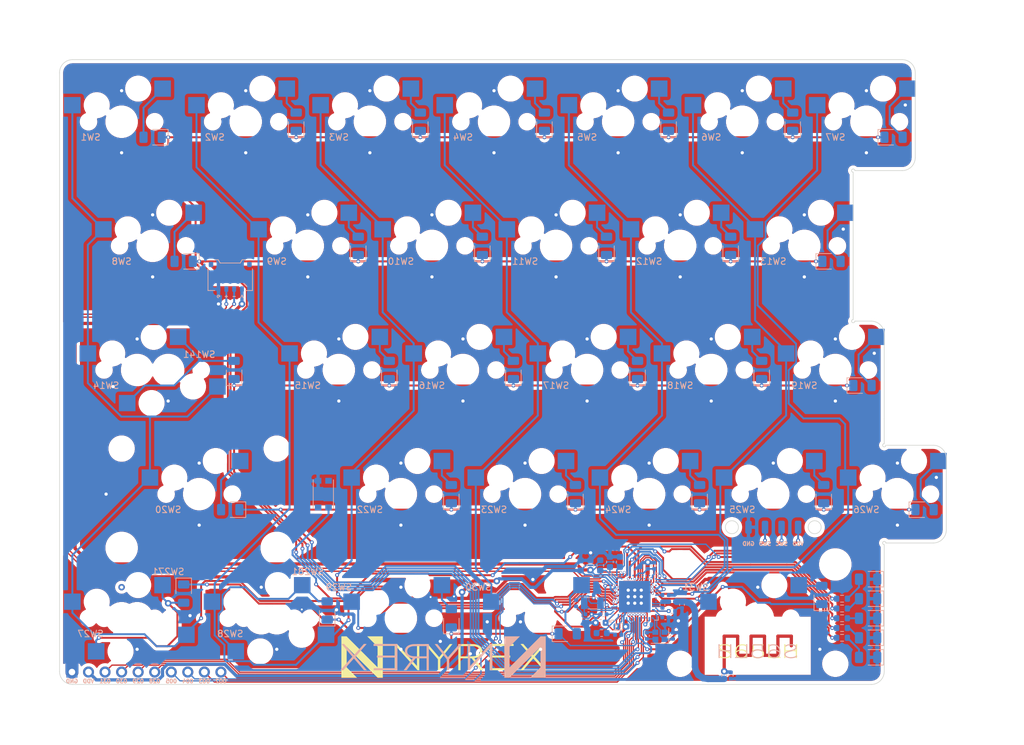
<source format=kicad_pcb>
(kicad_pcb (version 20171130) (host pcbnew "(5.1.10)-1")
  (layers (0 F.Cu signal) (31 B.Cu signal) (34 B.Paste user) (35 F.Paste user) (36 B.SilkS user) (37 F.SilkS user) (38 B.Mask user) (39 F.Mask user) (44 Edge.Cuts user))
  (net 0 "")
  (net 1 GND)
  (net 2 VDD_NRF)
  (net 3 VBUS)
  (net 4 "Net-(C8-Pad2)")
  (net 5 "Net-(C10-Pad1)")
  (net 6 "Net-(C11-Pad1)")
  (net 7 "Net-(C12-Pad1)")
  (net 8 "Net-(C13-Pad1)")
  (net 9 "Net-(C14-Pad2)")
  (net 10 "Net-(C15-Pad2)")
  (net 11 Antenna)
  (net 12 "Net-(C18-Pad1)")
  (net 13 "Net-(C19-Pad1)")
  (net 14 "Net-(C20-Pad1)")
  (net 15 111)
  (net 16 "Net-(D1-Pad2)")
  (net 17 "Net-(D2-Pad2)")
  (net 18 "Net-(D3-Pad2)")
  (net 19 "Net-(D4-Pad2)")
  (net 20 "Net-(D5-Pad2)")
  (net 21 "Net-(D6-Pad2)")
  (net 22 112)
  (net 23 "Net-(D7-Pad2)")
  (net 24 "Net-(D8-Pad2)")
  (net 25 "Net-(D9-Pad2)")
  (net 26 "Net-(D10-Pad2)")
  (net 27 "Net-(D11-Pad2)")
  (net 28 "Net-(D12-Pad2)")
  (net 29 "Net-(D13-Pad2)")
  (net 30 113)
  (net 31 "Net-(D14-Pad2)")
  (net 32 "Net-(D15-Pad2)")
  (net 33 "Net-(D16-Pad2)")
  (net 34 "Net-(D17-Pad2)")
  (net 35 "Net-(D18-Pad2)")
  (net 36 114)
  (net 37 "Net-(D19-Pad2)")
  (net 38 "Net-(D20-Pad2)")
  (net 39 "Net-(D22-Pad2)")
  (net 40 "Net-(D23-Pad2)")
  (net 41 "Net-(D24-Pad2)")
  (net 42 "Net-(D25-Pad2)")
  (net 43 115)
  (net 44 "Net-(D26-Pad2)")
  (net 45 "Net-(D27-Pad2)")
  (net 46 "Net-(D28-Pad2)")
  (net 47 "Net-(D29-Pad2)")
  (net 48 "Net-(D30-Pad2)")
  (net 49 "Net-(D31-Pad2)")
  (net 50 D+)
  (net 51 D-)
  (net 52 031)
  (net 53 030)
  (net 54 029)
  (net 55 028)
  (net 56 003)
  (net 57 002)
  (net 58 005)
  (net 59 004)
  (net 60 "Net-(L1-Pad2)")
  (net 61 "Net-(L2-Pad2)")
  (net 62 "Net-(L3-Pad1)")
  (net 63 011)
  (net 64 012)
  (net 65 013)
  (net 66 014)
  (net 67 015)
  (net 68 RESET)
  (net 69 109)
  (net 70 108)
  (net 71 107)
  (net 72 106)
  (net 73 105)
  (net 74 104)
  (net 75 025)
  (net 76 "Net-(U1-PadN1)")
  (net 77 "Net-(U1-PadL1)")
  (net 78 026)
  (net 79 "Net-(U1-PadM2)")
  (net 80 027)
  (net 81 017)
  (net 82 020)
  (net 83 022)
  (net 84 024)
  (net 85 100)
  (net 86 023)
  (net 87 021)
  (net 88 019)
  (net 89 016)
  (net 90 "Net-(U1-PadA18)")
  (net 91 110)
  (net 92 103)
  (net 93 101)
  (net 94 "Net-(U1-PadJ24)")
  (net 95 "Net-(U1-PadL24)")
  (net 96 102)
  (net 97 SWDCLK)
  (net 98 SWDIO)
  (net 99 "Net-(C17-Pad1)")
  (net 100 "Net-(D100-Pad2)")
  (net 101 "Net-(D101-Pad2)")
  (net 102 "Net-(D102-Pad2)")
  (net 103 "Net-(D103-Pad2)")
  (net 104 "Net-(D104-Pad2)")
  (net 105 VSS_ANT)
  (module niche65logo:S65LH_logo (layer B.Cu) (at 197.63125 181.28 180)
    (fp_text reference G*** hide)
    (fp_text value LOGO hide)
  )
  (module niche65logo:S65LH_logo (layer F.Cu) (at 197.63125 181.28)
    (fp_text reference G*** hide)
    (fp_text value LOGO hide)
  )
  (module Connector_Wire:SolderWirePad_1x01_SMD_1x2mm (layer B.Cu) (at 196.2025 162.23)
    (fp_text reference REF** hide)
    (fp_text value SolderWirePad_1x01_SMD_1x2mm)
    (pad 1 smd roundrect (at 0 0) (size 1 2) (layers B.Cu B.Paste B.Mask) (net 1 GND))
  )
  (module Connector_Wire:SolderWirePad_1x01_SMD_1x2mm (layer B.Cu) (at 198.7425 162.23)
    (fp_text reference REF** hide)
    (fp_text value SolderWirePad_1x01_SMD_1x2mm)
    (pad 1 smd roundrect (at 0 0) (size 1 2) (layers B.Cu B.Paste B.Mask) (net 98 SWDIO))
  )
  (module Connector_Wire:SolderWirePad_1x01_SMD_1x2mm (layer B.Cu) (at 203.8225 162.23)
    (fp_text reference REF** hide)
    (fp_text value SolderWirePad_1x01_SMD_1x2mm)
    (pad 1 smd roundrect (at 0 0) (size 1 2) (layers B.Cu B.Paste B.Mask) (net 3 VBUS))
  )
  (module Connector_Wire:SolderWirePad_1x01_SMD_1x2mm (layer B.Cu) (at 201.2825 162.23)
    (fp_text reference REF** hide)
    (fp_text value SolderWirePad_1x01_SMD_1x2mm)
    (pad 1 smd roundrect (at 0 0) (size 1 2) (layers B.Cu B.Paste B.Mask) (net 97 SWDCLK))
  )
  (module niche65logo:nyrexlogo (layer B.Cu) (at 161.9125 182.15313)
    (fp_text reference G*** hide)
    (fp_text value LOGO hide)
  )
  (module niche65logo:nyrexwordmark (layer B.Cu) (at 145.24375 182.153125 180)
    (fp_text reference G*** hide)
    (fp_text value LOGO hide)
  )
  (module niche65logo:nyrexwordmark (layer F.Cu) (at 153.578125 182.153125)
    (fp_text reference G*** hide)
    (fp_text value LOGO hide)
  )
  (module niche65logo:nyrexlogo (layer F.Cu) (at 136.909375 182.153125)
    (fp_text reference G*** hide)
    (fp_text value LOGO hide)
  )
  (module Connector_Molex:Molex_Pico-EZmate_78171-0004_1x04-1MP_P1.20mm_Vertical (layer B.Cu) (at 116.668742 123.812492)
    (fp_text reference J1 hide)
    (fp_text value Conn_01x04_Male)
    (pad 1 smd roundrect (at -1.8 1.875) (size 0.6 0.85) (layers B.Cu B.Paste B.Mask) (net 1 GND))
    (pad 2 smd roundrect (at -0.6 1.875) (size 0.6 0.85) (layers B.Cu B.Paste B.Mask) (net 50 D+))
    (pad 3 smd roundrect (at 0.6 1.875) (size 0.6 0.85) (layers B.Cu B.Paste B.Mask) (net 51 D-))
    (pad 4 smd roundrect (at 1.8 1.875) (size 0.6 0.85) (layers B.Cu B.Paste B.Mask) (net 3 VBUS))
    (pad MP smd roundrect (at -2.95 -1.9) (size 0.7 0.8) (layers B.Cu B.Paste B.Mask))
    (pad MP smd roundrect (at 2.95 -1.9) (size 0.7 0.8) (layers B.Cu B.Paste B.Mask))
  )
  (module keyswitches:Stabilizer_MX_2u (layer F.Cu) (at 111.90625 157.15)
    (fp_text reference REF** hide)
    (fp_text value Stabilizer_MX_2u hide)
    (pad "" np_thru_hole circle (at 11.9 8.255) (size 3.9878 3.9878) (drill 3.9878) (layers *.Cu *.Mask))
    (pad "" np_thru_hole circle (at -11.9 8.255) (size 3.9878 3.9878) (drill 3.9878) (layers *.Cu *.Mask))
    (pad "" np_thru_hole circle (at 11.9 -6.985) (size 3.048 3.048) (drill 3.048) (layers *.Cu *.Mask))
    (pad "" np_thru_hole circle (at -11.9 -6.985) (size 3.048 3.048) (drill 3.048) (layers *.Cu *.Mask))
  )
  (module keyswitches:Stabilizer_MX_2u (layer F.Cu) (at 197.63125 176.2 180)
    (fp_text reference REF** hide)
    (fp_text value Stabilizer_MX_2u hide)
    (pad "" np_thru_hole circle (at -11.9 -6.985 180) (size 3.048 3.048) (drill 3.048) (layers *.Cu *.Mask))
    (pad "" np_thru_hole circle (at 11.9 -6.985 180) (size 3.048 3.048) (drill 3.048) (layers *.Cu *.Mask))
    (pad "" np_thru_hole circle (at -11.9 8.255 180) (size 3.9878 3.9878) (drill 3.9878) (layers *.Cu *.Mask))
    (pad "" np_thru_hole circle (at 11.9 8.255 180) (size 3.9878 3.9878) (drill 3.9878) (layers *.Cu *.Mask))
  )
  (module Capacitor_SMD:C_0603_1608Metric (layer B.Cu) (at 170.45 168.09077 90)
    (fp_text reference C1 hide)
    (fp_text value 4.7uF)
    (pad 1 smd roundrect (at -0.775 0 90) (size 0.9 0.95) (layers B.Cu B.Paste B.Mask) (net 2 VDD_NRF))
    (pad 2 smd roundrect (at 0.775 0 90) (size 0.9 0.95) (layers B.Cu B.Paste B.Mask) (net 1 GND))
  )
  (module Capacitor_SMD:C_0402_1005Metric (layer B.Cu) (at 180.75 168.14077 90)
    (fp_text reference C2 hide)
    (fp_text value 100nF)
    (pad 2 smd roundrect (at 0.48 0 90) (size 0.56 0.62) (layers B.Cu B.Paste B.Mask) (net 1 GND))
    (pad 1 smd roundrect (at -0.48 0 90) (size 0.56 0.62) (layers B.Cu B.Paste B.Mask) (net 2 VDD_NRF))
  )
  (module Capacitor_SMD:C_0402_1005Metric (layer B.Cu) (at 181.75 168.14077 90)
    (fp_text reference C3 hide)
    (fp_text value 100nF)
    (pad 1 smd roundrect (at -0.48 0 90) (size 0.56 0.62) (layers B.Cu B.Paste B.Mask) (net 2 VDD_NRF))
    (pad 2 smd roundrect (at 0.48 0 90) (size 0.56 0.62) (layers B.Cu B.Paste B.Mask) (net 1 GND))
  )
  (module Capacitor_SMD:C_0402_1005Metric (layer B.Cu) (at 180.845 177.14077)
    (fp_text reference C4 hide)
    (fp_text value 100nF)
    (pad 1 smd roundrect (at -0.48 0) (size 0.56 0.62) (layers B.Cu B.Paste B.Mask) (net 2 VDD_NRF))
    (pad 2 smd roundrect (at 0.48 0) (size 0.56 0.62) (layers B.Cu B.Paste B.Mask) (net 1 GND))
  )
  (module Capacitor_SMD:C_0603_1608Metric (layer B.Cu) (at 173.5 176.89077 180)
    (fp_text reference C5 hide)
    (fp_text value 1uF)
    (pad 2 smd roundrect (at 0.775 0 180) (size 0.9 0.95) (layers B.Cu B.Paste B.Mask) (net 1 GND))
    (pad 1 smd roundrect (at -0.775 0 180) (size 0.9 0.95) (layers B.Cu B.Paste B.Mask) (net 2 VDD_NRF))
  )
  (module Capacitor_SMD:C_0603_1608Metric (layer B.Cu) (at 171.95 168.09077 90)
    (fp_text reference C6 hide)
    (fp_text value 4.7uF)
    (pad 1 smd roundrect (at -0.775 0 90) (size 0.9 0.95) (layers B.Cu B.Paste B.Mask) (net 3 VBUS))
    (pad 2 smd roundrect (at 0.775 0 90) (size 0.9 0.95) (layers B.Cu B.Paste B.Mask) (net 1 GND))
  )
  (module Capacitor_SMD:C_0603_1608Metric (layer B.Cu) (at 176.464 167.55677 270)
    (fp_text reference C7 hide)
    (fp_text value 4.7uF)
    (pad 2 smd roundrect (at 0.775 0 270) (size 0.9 0.95) (layers B.Cu B.Paste B.Mask) (net 3 VBUS))
    (pad 1 smd roundrect (at -0.775 0 270) (size 0.9 0.95) (layers B.Cu B.Paste B.Mask) (net 1 GND))
  )
  (module Capacitor_SMD:C_0603_1608Metric (layer B.Cu) (at 176.718 177.46277 180)
    (fp_text reference C8 hide)
    (fp_text value 1uF)
    (pad 1 smd roundrect (at -0.775 0 180) (size 0.9 0.95) (layers B.Cu B.Paste B.Mask) (net 1 GND))
    (pad 2 smd roundrect (at 0.775 0 180) (size 0.9 0.95) (layers B.Cu B.Paste B.Mask) (net 4 "Net-(C8-Pad2)"))
  )
  (module Capacitor_SMD:C_0402_1005Metric (layer B.Cu) (at 184.45 175.09077 180)
    (fp_text reference C9 hide)
    (fp_text value 47nF)
    (pad 2 smd roundrect (at 0.48 0 180) (size 0.56 0.62) (layers B.Cu B.Paste B.Mask) (net 4 "Net-(C8-Pad2)"))
    (pad 1 smd roundrect (at -0.48 0 180) (size 0.56 0.62) (layers B.Cu B.Paste B.Mask) (net 1 GND))
  )
  (module Capacitor_SMD:C_0603_1608Metric (layer B.Cu) (at 174.94 167.55677 90)
    (fp_text reference C10 hide)
    (fp_text value 4.7uF)
    (pad 2 smd roundrect (at 0.775 0 90) (size 0.9 0.95) (layers B.Cu B.Paste B.Mask) (net 1 GND))
    (pad 1 smd roundrect (at -0.775 0 90) (size 0.9 0.95) (layers B.Cu B.Paste B.Mask) (net 5 "Net-(C10-Pad1)"))
  )
  (module Capacitor_SMD:C_0402_1005Metric (layer B.Cu) (at 183.48 172.64077)
    (fp_text reference C11 hide)
    (fp_text value 820pF)
    (pad 2 smd roundrect (at 0.48 0) (size 0.56 0.62) (layers B.Cu B.Paste B.Mask) (net 1 GND))
    (pad 1 smd roundrect (at -0.48 0) (size 0.56 0.62) (layers B.Cu B.Paste B.Mask) (net 6 "Net-(C11-Pad1)"))
  )
  (module Capacitor_SMD:C_0402_1005Metric (layer B.Cu) (at 183.449 176.06577)
    (fp_text reference C12 hide)
    (fp_text value 100pF)
    (pad 2 smd roundrect (at 0.48 0) (size 0.56 0.62) (layers B.Cu B.Paste B.Mask) (net 1 GND))
    (pad 1 smd roundrect (at -0.48 0) (size 0.56 0.62) (layers B.Cu B.Paste B.Mask) (net 7 "Net-(C12-Pad1)"))
  )
  (module Capacitor_SMD:C_0402_1005Metric (layer B.Cu) (at 173.95 175.59077 180)
    (fp_text reference C13 hide)
    (fp_text value 100nF)
    (pad 1 smd roundrect (at -0.48 0 180) (size 0.56 0.62) (layers B.Cu B.Paste B.Mask) (net 8 "Net-(C13-Pad1)"))
    (pad 2 smd roundrect (at 0.48 0 180) (size 0.56 0.62) (layers B.Cu B.Paste B.Mask) (net 1 GND))
  )
  (module Capacitor_SMD:C_0402_1005Metric (layer B.Cu) (at 171.65 175.59077 180)
    (fp_text reference C14 hide)
    (fp_text value 12pF)
    (pad 1 smd roundrect (at -0.48 0 180) (size 0.56 0.62) (layers B.Cu B.Paste B.Mask) (net 1 GND))
    (pad 2 smd roundrect (at 0.48 0 180) (size 0.56 0.62) (layers B.Cu B.Paste B.Mask) (net 9 "Net-(C14-Pad2)"))
  )
  (module Capacitor_SMD:C_0402_1005Metric (layer B.Cu) (at 169.75 173.89077 90)
    (fp_text reference C15 hide)
    (fp_text value 12pF)
    (pad 2 smd roundrect (at 0.48 0 90) (size 0.56 0.62) (layers B.Cu B.Paste B.Mask) (net 10 "Net-(C15-Pad2)"))
    (pad 1 smd roundrect (at -0.48 0 90) (size 0.56 0.62) (layers B.Cu B.Paste B.Mask) (net 1 GND))
  )
  (module Capacitor_SMD:C_0402_1005Metric (layer B.Cu) (at 193.48125 184.99 270)
    (fp_text reference C16 hide)
    (fp_text value 1.5pF)
    (pad 1 smd roundrect (at -0.48 0 270) (size 0.56 0.62) (layers B.Cu B.Paste B.Mask) (net 11 Antenna))
    (pad 2 smd roundrect (at 0.48 0 270) (size 0.56 0.62) (layers B.Cu B.Paste B.Mask) (net 1 GND))
  )
  (module Capacitor_SMD:C_0402_1005Metric (layer B.Cu) (at 186 174.14077 270)
    (fp_text reference C17 hide)
    (fp_text value 1pF)
    (pad 2 smd roundrect (at 0.48 0 270) (size 0.56 0.62) (layers B.Cu B.Paste B.Mask) (net 1 GND))
    (pad 1 smd roundrect (at -0.48 0 270) (size 0.56 0.62) (layers B.Cu B.Paste B.Mask) (net 99 "Net-(C17-Pad1)"))
  )
  (module Capacitor_SMD:C_0402_1005Metric (layer B.Cu) (at 183 174.14077 270)
    (fp_text reference C18 hide)
    (fp_text value 1pF)
    (pad 1 smd roundrect (at -0.48 0 270) (size 0.56 0.62) (layers B.Cu B.Paste B.Mask) (net 12 "Net-(C18-Pad1)"))
    (pad 2 smd roundrect (at 0.48 0 270) (size 0.56 0.62) (layers B.Cu B.Paste B.Mask) (net 105 VSS_ANT))
  )
  (module Capacitor_SMD:C_0402_1005Metric (layer B.Cu) (at 184.615 178.89077 90)
    (fp_text reference C19 hide)
    (fp_text value 12pF)
    (pad 1 smd roundrect (at -0.48 0 90) (size 0.56 0.62) (layers B.Cu B.Paste B.Mask) (net 13 "Net-(C19-Pad1)"))
    (pad 2 smd roundrect (at 0.48 0 90) (size 0.56 0.62) (layers B.Cu B.Paste B.Mask) (net 1 GND))
  )
  (module Capacitor_SMD:C_0402_1005Metric (layer B.Cu) (at 180.615 178.89077 270)
    (fp_text reference C20 hide)
    (fp_text value 12pF)
    (pad 2 smd roundrect (at 0.48 0 270) (size 0.56 0.62) (layers B.Cu B.Paste B.Mask) (net 1 GND))
    (pad 1 smd roundrect (at -0.48 0 270) (size 0.56 0.62) (layers B.Cu B.Paste B.Mask) (net 14 "Net-(C20-Pad1)"))
  )
  (module Diode_SMD:D_1206_3216Metric (layer B.Cu) (at 104.7625 102.38125 180)
    (fp_text reference D1 hide)
    (fp_text value D)
    (pad 2 smd roundrect (at 1.4 0 180) (size 1.25 1.75) (layers B.Cu B.Paste B.Mask) (roundrect_rratio 0.2) (net 16 "Net-(D1-Pad2)"))
    (pad 1 smd roundrect (at -1.4 0 180) (size 1.25 1.75) (layers B.Cu B.Paste B.Mask) (roundrect_rratio 0.2) (net 15 111))
  )
  (module Diode_SMD:D_1206_3216Metric (layer B.Cu) (at 126.789085 100 90)
    (fp_text reference D2 hide)
    (fp_text value D)
    (pad 1 smd roundrect (at -1.4 0 90) (size 1.25 1.75) (layers B.Cu B.Paste B.Mask) (roundrect_rratio 0.2) (net 15 111))
    (pad 2 smd roundrect (at 1.4 0 90) (size 1.25 1.75) (layers B.Cu B.Paste B.Mask) (roundrect_rratio 0.2) (net 17 "Net-(D2-Pad2)"))
  )
  (module Diode_SMD:D_1206_3216Metric (layer B.Cu) (at 145.839101 100 90)
    (fp_text reference D3 hide)
    (fp_text value D)
    (pad 1 smd roundrect (at -1.4 0 90) (size 1.25 1.75) (layers B.Cu B.Paste B.Mask) (roundrect_rratio 0.2) (net 15 111))
    (pad 2 smd roundrect (at 1.4 0 90) (size 1.25 1.75) (layers B.Cu B.Paste B.Mask) (roundrect_rratio 0.2) (net 18 "Net-(D3-Pad2)"))
  )
  (module Diode_SMD:D_1206_3216Metric (layer B.Cu) (at 164.889117 100 90)
    (fp_text reference D4 hide)
    (fp_text value D)
    (pad 2 smd roundrect (at 1.4 0 90) (size 1.25 1.75) (layers B.Cu B.Paste B.Mask) (roundrect_rratio 0.2) (net 19 "Net-(D4-Pad2)"))
    (pad 1 smd roundrect (at -1.4 0 90) (size 1.25 1.75) (layers B.Cu B.Paste B.Mask) (roundrect_rratio 0.2) (net 15 111))
  )
  (module Diode_SMD:D_1206_3216Metric (layer B.Cu) (at 183.939133 100 90)
    (fp_text reference D5 hide)
    (fp_text value D)
    (pad 2 smd roundrect (at 1.4 0 90) (size 1.25 1.75) (layers B.Cu B.Paste B.Mask) (roundrect_rratio 0.2) (net 20 "Net-(D5-Pad2)"))
    (pad 1 smd roundrect (at -1.4 0 90) (size 1.25 1.75) (layers B.Cu B.Paste B.Mask) (roundrect_rratio 0.2) (net 15 111))
  )
  (module Diode_SMD:D_1206_3216Metric (layer B.Cu) (at 202.989149 100 90)
    (fp_text reference D6 hide)
    (fp_text value D)
    (pad 1 smd roundrect (at -1.4 0 90) (size 1.25 1.75) (layers B.Cu B.Paste B.Mask) (roundrect_rratio 0.2) (net 15 111))
    (pad 2 smd roundrect (at 1.4 0 90) (size 1.25 1.75) (layers B.Cu B.Paste B.Mask) (roundrect_rratio 0.2) (net 21 "Net-(D6-Pad2)"))
  )
  (module Diode_SMD:D_1206_3216Metric (layer B.Cu) (at 218.467287 102.381252)
    (fp_text reference D7 hide)
    (fp_text value D)
    (pad 1 smd roundrect (at -1.4 0) (size 1.25 1.75) (layers B.Cu B.Paste B.Mask) (roundrect_rratio 0.2) (net 15 111))
    (pad 2 smd roundrect (at 1.4 0) (size 1.25 1.75) (layers B.Cu B.Paste B.Mask) (roundrect_rratio 0.2) (net 23 "Net-(D7-Pad2)"))
  )
  (module Diode_SMD:D_1206_3216Metric (layer B.Cu) (at 109.524992 121.431242 180)
    (fp_text reference D8 hide)
    (fp_text value D)
    (pad 2 smd roundrect (at 1.4 0 180) (size 1.25 1.75) (layers B.Cu B.Paste B.Mask) (roundrect_rratio 0.2) (net 24 "Net-(D8-Pad2)"))
    (pad 1 smd roundrect (at -1.4 0 180) (size 1.25 1.75) (layers B.Cu B.Paste B.Mask) (roundrect_rratio 0.2) (net 22 112))
  )
  (module Diode_SMD:D_1206_3216Metric (layer B.Cu) (at 136.314093 119.050016 90)
    (fp_text reference D9 hide)
    (fp_text value D)
    (pad 1 smd roundrect (at -1.4 0 90) (size 1.25 1.75) (layers B.Cu B.Paste B.Mask) (roundrect_rratio 0.2) (net 22 112))
    (pad 2 smd roundrect (at 1.4 0 90) (size 1.25 1.75) (layers B.Cu B.Paste B.Mask) (roundrect_rratio 0.2) (net 25 "Net-(D9-Pad2)"))
  )
  (module Diode_SMD:D_1206_3216Metric (layer B.Cu) (at 155.364109 119.050016 90)
    (fp_text reference D10 hide)
    (fp_text value D)
    (pad 2 smd roundrect (at 1.4 0 90) (size 1.25 1.75) (layers B.Cu B.Paste B.Mask) (roundrect_rratio 0.2) (net 26 "Net-(D10-Pad2)"))
    (pad 1 smd roundrect (at -1.4 0 90) (size 1.25 1.75) (layers B.Cu B.Paste B.Mask) (roundrect_rratio 0.2) (net 22 112))
  )
  (module Diode_SMD:D_1206_3216Metric (layer B.Cu) (at 174.414125 119.050016 90)
    (fp_text reference D11 hide)
    (fp_text value D)
    (pad 1 smd roundrect (at -1.4 0 90) (size 1.25 1.75) (layers B.Cu B.Paste B.Mask) (roundrect_rratio 0.2) (net 22 112))
    (pad 2 smd roundrect (at 1.4 0 90) (size 1.25 1.75) (layers B.Cu B.Paste B.Mask) (roundrect_rratio 0.2) (net 27 "Net-(D11-Pad2)"))
  )
  (module Diode_SMD:D_1206_3216Metric (layer B.Cu) (at 193.464141 119.050016 90)
    (fp_text reference D12 hide)
    (fp_text value D)
    (pad 1 smd roundrect (at -1.4 0 90) (size 1.25 1.75) (layers B.Cu B.Paste B.Mask) (roundrect_rratio 0.2) (net 22 112))
    (pad 2 smd roundrect (at 1.4 0 90) (size 1.25 1.75) (layers B.Cu B.Paste B.Mask) (roundrect_rratio 0.2) (net 28 "Net-(D12-Pad2)"))
  )
  (module Diode_SMD:D_1206_3216Metric (layer B.Cu) (at 208.942279 121.431268)
    (fp_text reference D13 hide)
    (fp_text value D)
    (pad 2 smd roundrect (at 1.4 0) (size 1.25 1.75) (layers B.Cu B.Paste B.Mask) (roundrect_rratio 0.2) (net 29 "Net-(D13-Pad2)"))
    (pad 1 smd roundrect (at -1.4 0) (size 1.25 1.75) (layers B.Cu B.Paste B.Mask) (roundrect_rratio 0.2) (net 22 112))
  )
  (module Diode_SMD:D_1206_3216Metric (layer B.Cu) (at 117.264077 138.100032 90)
    (fp_text reference D14 hide)
    (fp_text value D)
    (pad 2 smd roundrect (at 1.4 0 90) (size 1.25 1.75) (layers B.Cu B.Paste B.Mask) (roundrect_rratio 0.2) (net 31 "Net-(D14-Pad2)"))
    (pad 1 smd roundrect (at -1.4 0 90) (size 1.25 1.75) (layers B.Cu B.Paste B.Mask) (roundrect_rratio 0.2) (net 30 113))
  )
  (module Diode_SMD:D_1206_3216Metric (layer B.Cu) (at 141.076597 138.100032 90)
    (fp_text reference D15 hide)
    (fp_text value D)
    (pad 2 smd roundrect (at 1.4 0 90) (size 1.25 1.75) (layers B.Cu B.Paste B.Mask) (roundrect_rratio 0.2) (net 32 "Net-(D15-Pad2)"))
    (pad 1 smd roundrect (at -1.4 0 90) (size 1.25 1.75) (layers B.Cu B.Paste B.Mask) (roundrect_rratio 0.2) (net 30 113))
  )
  (module Diode_SMD:D_1206_3216Metric (layer B.Cu) (at 160.126613 138.100032 90)
    (fp_text reference D16 hide)
    (fp_text value D)
    (pad 1 smd roundrect (at -1.4 0 90) (size 1.25 1.75) (layers B.Cu B.Paste B.Mask) (roundrect_rratio 0.2) (net 30 113))
    (pad 2 smd roundrect (at 1.4 0 90) (size 1.25 1.75) (layers B.Cu B.Paste B.Mask) (roundrect_rratio 0.2) (net 33 "Net-(D16-Pad2)"))
  )
  (module Diode_SMD:D_1206_3216Metric (layer B.Cu) (at 179.176629 138.100032 90)
    (fp_text reference D17 hide)
    (fp_text value D)
    (pad 1 smd roundrect (at -1.4 0 90) (size 1.25 1.75) (layers B.Cu B.Paste B.Mask) (roundrect_rratio 0.2) (net 30 113))
    (pad 2 smd roundrect (at 1.4 0 90) (size 1.25 1.75) (layers B.Cu B.Paste B.Mask) (roundrect_rratio 0.2) (net 34 "Net-(D17-Pad2)"))
  )
  (module Diode_SMD:D_1206_3216Metric (layer B.Cu) (at 198.226645 138.100032 90)
    (fp_text reference D18 hide)
    (fp_text value D)
    (pad 1 smd roundrect (at -1.4 0 90) (size 1.25 1.75) (layers B.Cu B.Paste B.Mask) (roundrect_rratio 0.2) (net 30 113))
    (pad 2 smd roundrect (at 1.4 0 90) (size 1.25 1.75) (layers B.Cu B.Paste B.Mask) (roundrect_rratio 0.2) (net 35 "Net-(D18-Pad2)"))
  )
  (module Diode_SMD:D_1206_3216Metric (layer B.Cu) (at 213.704783 140.481284)
    (fp_text reference D19 hide)
    (fp_text value D)
    (pad 2 smd roundrect (at 1.4 0) (size 1.25 1.75) (layers B.Cu B.Paste B.Mask) (roundrect_rratio 0.2) (net 37 "Net-(D19-Pad2)"))
    (pad 1 smd roundrect (at -1.4 0) (size 1.25 1.75) (layers B.Cu B.Paste B.Mask) (roundrect_rratio 0.2) (net 30 113))
  )
  (module Diode_SMD:D_1206_3216Metric (layer B.Cu) (at 116.66875 159.53125 180)
    (fp_text reference D20 hide)
    (fp_text value D)
    (pad 2 smd roundrect (at 1.4 0 180) (size 1.25 1.75) (layers B.Cu B.Paste B.Mask) (roundrect_rratio 0.2) (net 38 "Net-(D20-Pad2)"))
    (pad 1 smd roundrect (at -1.4 0 180) (size 1.25 1.75) (layers B.Cu B.Paste B.Mask) (roundrect_rratio 0.2) (net 36 114))
  )
  (module Diode_SMD:D_1206_3216Metric (layer B.Cu) (at 150.601605 157.150048 90)
    (fp_text reference D22 hide)
    (fp_text value D)
    (pad 2 smd roundrect (at 1.4 0 90) (size 1.25 1.75) (layers B.Cu B.Paste B.Mask) (roundrect_rratio 0.2) (net 39 "Net-(D22-Pad2)"))
    (pad 1 smd roundrect (at -1.4 0 90) (size 1.25 1.75) (layers B.Cu B.Paste B.Mask) (roundrect_rratio 0.2) (net 36 114))
  )
  (module Diode_SMD:D_1206_3216Metric (layer B.Cu) (at 169.651621 157.150048 90)
    (fp_text reference D23 hide)
    (fp_text value D)
    (pad 1 smd roundrect (at -1.4 0 90) (size 1.25 1.75) (layers B.Cu B.Paste B.Mask) (roundrect_rratio 0.2) (net 36 114))
    (pad 2 smd roundrect (at 1.4 0 90) (size 1.25 1.75) (layers B.Cu B.Paste B.Mask) (roundrect_rratio 0.2) (net 40 "Net-(D23-Pad2)"))
  )
  (module Diode_SMD:D_1206_3216Metric (layer B.Cu) (at 188.701637 157.150048 90)
    (fp_text reference D24 hide)
    (fp_text value D)
    (pad 1 smd roundrect (at -1.4 0 90) (size 1.25 1.75) (layers B.Cu B.Paste B.Mask) (roundrect_rratio 0.2) (net 36 114))
    (pad 2 smd roundrect (at 1.4 0 90) (size 1.25 1.75) (layers B.Cu B.Paste B.Mask) (roundrect_rratio 0.2) (net 41 "Net-(D24-Pad2)"))
  )
  (module Diode_SMD:D_1206_3216Metric (layer B.Cu) (at 207.751653 157.150048 90)
    (fp_text reference D25 hide)
    (fp_text value D)
    (pad 2 smd roundrect (at 1.4 0 90) (size 1.25 1.75) (layers B.Cu B.Paste B.Mask) (roundrect_rratio 0.2) (net 42 "Net-(D25-Pad2)"))
    (pad 1 smd roundrect (at -1.4 0 90) (size 1.25 1.75) (layers B.Cu B.Paste B.Mask) (roundrect_rratio 0.2) (net 36 114))
  )
  (module Diode_SMD:D_1206_3216Metric (layer B.Cu) (at 223.229791 159.5313)
    (fp_text reference D26 hide)
    (fp_text value D)
    (pad 1 smd roundrect (at -1.4 0) (size 1.25 1.75) (layers B.Cu B.Paste B.Mask) (roundrect_rratio 0.2) (net 36 114))
    (pad 2 smd roundrect (at 1.4 0) (size 1.25 1.75) (layers B.Cu B.Paste B.Mask) (roundrect_rratio 0.2) (net 44 "Net-(D26-Pad2)"))
  )
  (module Diode_SMD:D_1206_3216Metric (layer B.Cu) (at 109.525 172.418812 270)
    (fp_text reference D27 hide)
    (fp_text value D)
    (pad 1 smd roundrect (at -1.4 0 270) (size 1.25 1.75) (layers B.Cu B.Paste B.Mask) (roundrect_rratio 0.2) (net 43 115))
    (pad 2 smd roundrect (at 1.4 0 270) (size 1.25 1.75) (layers B.Cu B.Paste B.Mask) (roundrect_rratio 0.2) (net 45 "Net-(D27-Pad2)"))
  )
  (module Diode_SMD:D_1206_3216Metric (layer B.Cu) (at 131.551589 175.009438 90)
    (fp_text reference D28 hide)
    (fp_text value D)
    (pad 1 smd roundrect (at -1.4 0 90) (size 1.25 1.75) (layers B.Cu B.Paste B.Mask) (roundrect_rratio 0.2) (net 43 115))
    (pad 2 smd roundrect (at 1.4 0 90) (size 1.25 1.75) (layers B.Cu B.Paste B.Mask) (roundrect_rratio 0.2) (net 46 "Net-(D28-Pad2)"))
  )
  (module Diode_SMD:D_1206_3216Metric (layer B.Cu) (at 150.601605 176.200064 90)
    (fp_text reference D29 hide)
    (fp_text value D)
    (pad 2 smd roundrect (at 1.4 0 90) (size 1.25 1.75) (layers B.Cu B.Paste B.Mask) (roundrect_rratio 0.2) (net 47 "Net-(D29-Pad2)"))
    (pad 1 smd roundrect (at -1.4 0 90) (size 1.25 1.75) (layers B.Cu B.Paste B.Mask) (roundrect_rratio 0.2) (net 43 115))
  )
  (module Diode_SMD:D_1206_3216Metric (layer B.Cu) (at 168.460899 178.581316)
    (fp_text reference D30 hide)
    (fp_text value D)
    (pad 2 smd roundrect (at 1.4 0) (size 1.25 1.75) (layers B.Cu B.Paste B.Mask) (roundrect_rratio 0.2) (net 48 "Net-(D30-Pad2)"))
    (pad 1 smd roundrect (at -1.4 0) (size 1.25 1.75) (layers B.Cu B.Paste B.Mask) (roundrect_rratio 0.2) (net 43 115))
  )
  (module Diode_SMD:D_1206_3216Metric (layer B.Cu) (at 207.453889 172.628186 90)
    (fp_text reference D31 hide)
    (fp_text value D)
    (pad 2 smd roundrect (at 1.4 0 90) (size 1.25 1.75) (layers B.Cu B.Paste B.Mask) (roundrect_rratio 0.2) (net 49 "Net-(D31-Pad2)"))
    (pad 1 smd roundrect (at -1.4 0 90) (size 1.25 1.75) (layers B.Cu B.Paste B.Mask) (roundrect_rratio 0.2) (net 43 115))
  )
  (module LED_SMD:LED_1206_3216Metric (layer B.Cu) (at 214.5625 170.2 180)
    (fp_text reference D100 hide)
    (fp_text value LED)
    (pad 2 smd roundrect (at 1.4 0 180) (size 1.25 1.75) (layers B.Cu B.Paste B.Mask) (roundrect_rratio 0.2) (net 100 "Net-(D100-Pad2)"))
    (pad 1 smd roundrect (at -1.4 0 180) (size 1.25 1.75) (layers B.Cu B.Paste B.Mask) (roundrect_rratio 0.2) (net 1 GND))
  )
  (module LED_SMD:LED_1206_3216Metric (layer B.Cu) (at 214.5625 173.2 180)
    (fp_text reference D101 hide)
    (fp_text value LED)
    (pad 1 smd roundrect (at -1.4 0 180) (size 1.25 1.75) (layers B.Cu B.Paste B.Mask) (roundrect_rratio 0.2) (net 1 GND))
    (pad 2 smd roundrect (at 1.4 0 180) (size 1.25 1.75) (layers B.Cu B.Paste B.Mask) (roundrect_rratio 0.2) (net 101 "Net-(D101-Pad2)"))
  )
  (module LED_SMD:LED_1206_3216Metric (layer B.Cu) (at 214.5625 176.200064 180)
    (fp_text reference D102 hide)
    (fp_text value LED)
    (pad 1 smd roundrect (at -1.4 0 180) (size 1.25 1.75) (layers B.Cu B.Paste B.Mask) (roundrect_rratio 0.2) (net 1 GND))
    (pad 2 smd roundrect (at 1.4 0 180) (size 1.25 1.75) (layers B.Cu B.Paste B.Mask) (roundrect_rratio 0.2) (net 102 "Net-(D102-Pad2)"))
  )
  (module LED_SMD:LED_1206_3216Metric (layer B.Cu) (at 214.5625 179.2 180)
    (fp_text reference D103 hide)
    (fp_text value LED)
    (pad 1 smd roundrect (at -1.4 0 180) (size 1.25 1.75) (layers B.Cu B.Paste B.Mask) (roundrect_rratio 0.2) (net 1 GND))
    (pad 2 smd roundrect (at 1.4 0 180) (size 1.25 1.75) (layers B.Cu B.Paste B.Mask) (roundrect_rratio 0.2) (net 103 "Net-(D103-Pad2)"))
  )
  (module LED_SMD:LED_1206_3216Metric (layer B.Cu) (at 214.5625 182.2 180)
    (fp_text reference D104 hide)
    (fp_text value LED)
    (pad 2 smd roundrect (at 1.4 0 180) (size 1.25 1.75) (layers B.Cu B.Paste B.Mask) (roundrect_rratio 0.2) (net 104 "Net-(D104-Pad2)"))
    (pad 1 smd roundrect (at -1.4 0 180) (size 1.25 1.75) (layers B.Cu B.Paste B.Mask) (roundrect_rratio 0.2) (net 1 GND))
  )
  (module Inductor_SMD:L_0402_1005Metric (layer B.Cu) (at 176.21 178.73277 180)
    (fp_text reference L1 (at 0 1.17) (layer B.SilkS) (effects (justify mirror)))
    (fp_text value 15nH)
    (pad 2 smd roundrect (at 0.485 0 180) (size 0.59 0.64) (layers B.Cu B.Paste B.Mask) (net 60 "Net-(L1-Pad2)"))
    (pad 1 smd roundrect (at -0.485 0 180) (size 0.59 0.64) (layers B.Cu B.Paste B.Mask) (net 4 "Net-(C8-Pad2)"))
  )
  (module Inductor_SMD:L_0603_1608Metric (layer B.Cu) (at 173.67 178.47877 180)
    (fp_text reference L2 hide)
    (fp_text value 10uH)
    (pad 2 smd roundrect (at 0.7875 0 180) (size 0.875 0.95) (layers B.Cu B.Paste B.Mask) (net 61 "Net-(L2-Pad2)"))
    (pad 1 smd roundrect (at -0.7875 0 180) (size 0.875 0.95) (layers B.Cu B.Paste B.Mask) (net 60 "Net-(L1-Pad2)"))
  )
  (module Inductor_SMD:L_0603_1608Metric (layer B.Cu) (at 173.45 168.09077 90)
    (fp_text reference L3 hide)
    (fp_text value 10uH)
    (pad 2 smd roundrect (at 0.7875 0 90) (size 0.875 0.95) (layers B.Cu B.Paste B.Mask) (net 2 VDD_NRF))
    (pad 1 smd roundrect (at -0.7875 0 90) (size 0.875 0.95) (layers B.Cu B.Paste B.Mask) (net 62 "Net-(L3-Pad1)"))
  )
  (module Inductor_SMD:L_0402_1005Metric (layer B.Cu) (at 184.5 173.64077 180)
    (fp_text reference L4 hide)
    (fp_text value 4.7nH)
    (pad 1 smd roundrect (at -0.485 0 180) (size 0.59 0.64) (layers B.Cu B.Paste B.Mask) (net 99 "Net-(C17-Pad1)"))
    (pad 2 smd roundrect (at 0.485 0 180) (size 0.59 0.64) (layers B.Cu B.Paste B.Mask) (net 12 "Net-(C18-Pad1)"))
  )
  (module Resistor_SMD:R_0603_1608Metric (layer B.Cu) (at 210.5625 173.2 180)
    (fp_text reference R1 hide)
    (fp_text value 750)
    (pad 1 smd roundrect (at -0.825 0 180) (size 0.8 0.95) (layers B.Cu B.Paste B.Mask) (net 100 "Net-(D100-Pad2)"))
    (pad 2 smd roundrect (at 0.825 0 180) (size 0.8 0.95) (layers B.Cu B.Paste B.Mask) (net 63 011))
  )
  (module Resistor_SMD:R_0603_1608Metric (layer B.Cu) (at 210.5625 174.700064 180)
    (fp_text reference R2 hide)
    (fp_text value 750)
    (pad 1 smd roundrect (at -0.825 0 180) (size 0.8 0.95) (layers B.Cu B.Paste B.Mask) (net 101 "Net-(D101-Pad2)"))
    (pad 2 smd roundrect (at 0.825 0 180) (size 0.8 0.95) (layers B.Cu B.Paste B.Mask) (net 64 012))
  )
  (module Resistor_SMD:R_0603_1608Metric (layer B.Cu) (at 210.5625 176.200064 180)
    (fp_text reference R3 hide)
    (fp_text value 750)
    (pad 1 smd roundrect (at -0.825 0 180) (size 0.8 0.95) (layers B.Cu B.Paste B.Mask) (net 102 "Net-(D102-Pad2)"))
    (pad 2 smd roundrect (at 0.825 0 180) (size 0.8 0.95) (layers B.Cu B.Paste B.Mask) (net 65 013))
  )
  (module Resistor_SMD:R_0603_1608Metric (layer B.Cu) (at 210.5625 177.7 180)
    (fp_text reference R4 hide)
    (fp_text value 750)
    (pad 2 smd roundrect (at 0.825 0 180) (size 0.8 0.95) (layers B.Cu B.Paste B.Mask) (net 66 014))
    (pad 1 smd roundrect (at -0.825 0 180) (size 0.8 0.95) (layers B.Cu B.Paste B.Mask) (net 103 "Net-(D103-Pad2)"))
  )
  (module Resistor_SMD:R_0603_1608Metric (layer B.Cu) (at 210.5625 179.2 180)
    (fp_text reference R5 hide)
    (fp_text value 750)
    (pad 2 smd roundrect (at 0.825 0 180) (size 0.8 0.95) (layers B.Cu B.Paste B.Mask) (net 67 015))
    (pad 1 smd roundrect (at -0.825 0 180) (size 0.8 0.95) (layers B.Cu B.Paste B.Mask) (net 104 "Net-(D104-Pad2)"))
  )
  (module Resistor_SMD:R_0402_1005Metric (layer B.Cu) (at 192.48125 184.99 90)
    (fp_text reference R6 hide)
    (fp_text value 50)
    (pad 1 smd roundrect (at -0.51 0 90) (size 0.54 0.64) (layers B.Cu B.Paste B.Mask) (net 99 "Net-(C17-Pad1)"))
    (pad 2 smd roundrect (at 0.51 0 90) (size 0.54 0.64) (layers B.Cu B.Paste B.Mask) (net 11 Antenna))
  )
  (module keyswitches:Kailh_socket_MX (layer F.Cu) (at 100 100)
    (fp_text reference SW1 (at -4.7625 2.38125) (layer B.SilkS) (effects (justify mirror)))
    (fp_text value SW_Push)
    (pad 2 smd rect (at -7.56 -2.54) (size 2.55 2.5) (layers B.Cu B.Paste B.Mask) (net 69 109))
    (pad "" np_thru_hole circle (at -5.08 0) (size 1.7018 1.7018) (drill 1.7018) (layers *.Cu *.Mask))
    (pad "" np_thru_hole circle (at 5.08 0) (size 1.7018 1.7018) (drill 1.7018) (layers *.Cu *.Mask))
    (pad "" np_thru_hole circle (at 0 0) (size 3.9878 3.9878) (drill 3.9878) (layers *.Cu *.Mask))
    (pad "" np_thru_hole circle (at -3.81 -2.54) (size 3 3) (drill 3) (layers *.Cu *.Mask))
    (pad "" np_thru_hole circle (at 2.54 -5.08) (size 3 3) (drill 3) (layers *.Cu *.Mask))
    (pad 1 smd rect (at 6.29 -5.08) (size 2.55 2.5) (layers B.Cu B.Paste B.Mask) (net 16 "Net-(D1-Pad2)"))
  )
  (module keyswitches:Kailh_socket_MX (layer F.Cu) (at 119.05 100)
    (fp_text reference SW2 (at -4.7625 2.38125) (layer B.SilkS) (effects (justify mirror)))
    (fp_text value SW_Push)
    (pad 1 smd rect (at 6.29 -5.08) (size 2.55 2.5) (layers B.Cu B.Paste B.Mask) (net 17 "Net-(D2-Pad2)"))
    (pad "" np_thru_hole circle (at 2.54 -5.08) (size 3 3) (drill 3) (layers *.Cu *.Mask))
    (pad "" np_thru_hole circle (at -3.81 -2.54) (size 3 3) (drill 3) (layers *.Cu *.Mask))
    (pad "" np_thru_hole circle (at 0 0) (size 3.9878 3.9878) (drill 3.9878) (layers *.Cu *.Mask))
    (pad "" np_thru_hole circle (at 5.08 0) (size 1.7018 1.7018) (drill 1.7018) (layers *.Cu *.Mask))
    (pad "" np_thru_hole circle (at -5.08 0) (size 1.7018 1.7018) (drill 1.7018) (layers *.Cu *.Mask))
    (pad 2 smd rect (at -7.56 -2.54) (size 2.55 2.5) (layers B.Cu B.Paste B.Mask) (net 70 108))
  )
  (module keyswitches:Kailh_socket_MX (layer F.Cu) (at 138.1 100)
    (fp_text reference SW3 (at -4.7625 2.38125) (layer B.SilkS) (effects (justify mirror)))
    (fp_text value SW_Push)
    (pad 2 smd rect (at -7.56 -2.54) (size 2.55 2.5) (layers B.Cu B.Paste B.Mask) (net 71 107))
    (pad "" np_thru_hole circle (at -5.08 0) (size 1.7018 1.7018) (drill 1.7018) (layers *.Cu *.Mask))
    (pad "" np_thru_hole circle (at 5.08 0) (size 1.7018 1.7018) (drill 1.7018) (layers *.Cu *.Mask))
    (pad "" np_thru_hole circle (at 0 0) (size 3.9878 3.9878) (drill 3.9878) (layers *.Cu *.Mask))
    (pad "" np_thru_hole circle (at -3.81 -2.54) (size 3 3) (drill 3) (layers *.Cu *.Mask))
    (pad "" np_thru_hole circle (at 2.54 -5.08) (size 3 3) (drill 3) (layers *.Cu *.Mask))
    (pad 1 smd rect (at 6.29 -5.08) (size 2.55 2.5) (layers B.Cu B.Paste B.Mask) (net 18 "Net-(D3-Pad2)"))
  )
  (module keyswitches:Kailh_socket_MX (layer F.Cu) (at 157.15 100)
    (fp_text reference SW4 (at -4.7625 2.38125) (layer B.SilkS) (effects (justify mirror)))
    (fp_text value SW_Push)
    (pad 2 smd rect (at -7.56 -2.54) (size 2.55 2.5) (layers B.Cu B.Paste B.Mask) (net 72 106))
    (pad "" np_thru_hole circle (at -5.08 0) (size 1.7018 1.7018) (drill 1.7018) (layers *.Cu *.Mask))
    (pad "" np_thru_hole circle (at 5.08 0) (size 1.7018 1.7018) (drill 1.7018) (layers *.Cu *.Mask))
    (pad "" np_thru_hole circle (at 0 0) (size 3.9878 3.9878) (drill 3.9878) (layers *.Cu *.Mask))
    (pad "" np_thru_hole circle (at -3.81 -2.54) (size 3 3) (drill 3) (layers *.Cu *.Mask))
    (pad "" np_thru_hole circle (at 2.54 -5.08) (size 3 3) (drill 3) (layers *.Cu *.Mask))
    (pad 1 smd rect (at 6.29 -5.08) (size 2.55 2.5) (layers B.Cu B.Paste B.Mask) (net 19 "Net-(D4-Pad2)"))
  )
  (module keyswitches:Kailh_socket_MX (layer F.Cu) (at 176.2 100)
    (fp_text reference SW5 (at -4.7625 2.38125) (layer B.SilkS) (effects (justify mirror)))
    (fp_text value SW_Push)
    (pad 1 smd rect (at 6.29 -5.08) (size 2.55 2.5) (layers B.Cu B.Paste B.Mask) (net 20 "Net-(D5-Pad2)"))
    (pad "" np_thru_hole circle (at 2.54 -5.08) (size 3 3) (drill 3) (layers *.Cu *.Mask))
    (pad "" np_thru_hole circle (at -3.81 -2.54) (size 3 3) (drill 3) (layers *.Cu *.Mask))
    (pad "" np_thru_hole circle (at 0 0) (size 3.9878 3.9878) (drill 3.9878) (layers *.Cu *.Mask))
    (pad "" np_thru_hole circle (at 5.08 0) (size 1.7018 1.7018) (drill 1.7018) (layers *.Cu *.Mask))
    (pad "" np_thru_hole circle (at -5.08 0) (size 1.7018 1.7018) (drill 1.7018) (layers *.Cu *.Mask))
    (pad 2 smd rect (at -7.56 -2.54) (size 2.55 2.5) (layers B.Cu B.Paste B.Mask) (net 73 105))
  )
  (module keyswitches:Kailh_socket_MX (layer F.Cu) (at 195.25 100)
    (fp_text reference SW6 (at -4.7625 2.38125) (layer B.SilkS) (effects (justify mirror)))
    (fp_text value SW_Push)
    (pad 2 smd rect (at -7.56 -2.54) (size 2.55 2.5) (layers B.Cu B.Paste B.Mask) (net 74 104))
    (pad "" np_thru_hole circle (at -5.08 0) (size 1.7018 1.7018) (drill 1.7018) (layers *.Cu *.Mask))
    (pad "" np_thru_hole circle (at 5.08 0) (size 1.7018 1.7018) (drill 1.7018) (layers *.Cu *.Mask))
    (pad "" np_thru_hole circle (at 0 0) (size 3.9878 3.9878) (drill 3.9878) (layers *.Cu *.Mask))
    (pad "" np_thru_hole circle (at -3.81 -2.54) (size 3 3) (drill 3) (layers *.Cu *.Mask))
    (pad "" np_thru_hole circle (at 2.54 -5.08) (size 3 3) (drill 3) (layers *.Cu *.Mask))
    (pad 1 smd rect (at 6.29 -5.08) (size 2.55 2.5) (layers B.Cu B.Paste B.Mask) (net 21 "Net-(D6-Pad2)"))
  )
  (module keyswitches:Kailh_socket_MX (layer F.Cu) (at 214.3 100)
    (fp_text reference SW7 (at -4.7625 2.38125) (layer B.SilkS) (effects (justify mirror)))
    (fp_text value SW_Push)
    (pad 2 smd rect (at -7.56 -2.54) (size 2.55 2.5) (layers B.Cu B.Paste B.Mask) (net 92 103))
    (pad "" np_thru_hole circle (at -5.08 0) (size 1.7018 1.7018) (drill 1.7018) (layers *.Cu *.Mask))
    (pad "" np_thru_hole circle (at 5.08 0) (size 1.7018 1.7018) (drill 1.7018) (layers *.Cu *.Mask))
    (pad "" np_thru_hole circle (at 0 0) (size 3.9878 3.9878) (drill 3.9878) (layers *.Cu *.Mask))
    (pad "" np_thru_hole circle (at -3.81 -2.54) (size 3 3) (drill 3) (layers *.Cu *.Mask))
    (pad "" np_thru_hole circle (at 2.54 -5.08) (size 3 3) (drill 3) (layers *.Cu *.Mask))
    (pad 1 smd rect (at 6.29 -5.08) (size 2.55 2.5) (layers B.Cu B.Paste B.Mask) (net 23 "Net-(D7-Pad2)"))
  )
  (module keyswitches:Kailh_socket_MX (layer F.Cu) (at 104.7625 119.05)
    (fp_text reference SW8 (at -4.7625 2.38125) (layer B.SilkS) (effects (justify mirror)))
    (fp_text value SW_Push)
    (pad 1 smd rect (at 6.29 -5.08) (size 2.55 2.5) (layers B.Cu B.Paste B.Mask) (net 24 "Net-(D8-Pad2)"))
    (pad "" np_thru_hole circle (at 2.54 -5.08) (size 3 3) (drill 3) (layers *.Cu *.Mask))
    (pad "" np_thru_hole circle (at -3.81 -2.54) (size 3 3) (drill 3) (layers *.Cu *.Mask))
    (pad "" np_thru_hole circle (at 0 0) (size 3.9878 3.9878) (drill 3.9878) (layers *.Cu *.Mask))
    (pad "" np_thru_hole circle (at 5.08 0) (size 1.7018 1.7018) (drill 1.7018) (layers *.Cu *.Mask))
    (pad "" np_thru_hole circle (at -5.08 0) (size 1.7018 1.7018) (drill 1.7018) (layers *.Cu *.Mask))
    (pad 2 smd rect (at -7.56 -2.54) (size 2.55 2.5) (layers B.Cu B.Paste B.Mask) (net 69 109))
  )
  (module keyswitches:Kailh_socket_MX (layer F.Cu) (at 128.575 119.05)
    (fp_text reference SW9 (at -4.7625 2.38125) (layer B.SilkS) (effects (justify mirror)))
    (fp_text value SW_Push)
    (pad 2 smd rect (at -7.56 -2.54) (size 2.55 2.5) (layers B.Cu B.Paste B.Mask) (net 70 108))
    (pad "" np_thru_hole circle (at -5.08 0) (size 1.7018 1.7018) (drill 1.7018) (layers *.Cu *.Mask))
    (pad "" np_thru_hole circle (at 5.08 0) (size 1.7018 1.7018) (drill 1.7018) (layers *.Cu *.Mask))
    (pad "" np_thru_hole circle (at 0 0) (size 3.9878 3.9878) (drill 3.9878) (layers *.Cu *.Mask))
    (pad "" np_thru_hole circle (at -3.81 -2.54) (size 3 3) (drill 3) (layers *.Cu *.Mask))
    (pad "" np_thru_hole circle (at 2.54 -5.08) (size 3 3) (drill 3) (layers *.Cu *.Mask))
    (pad 1 smd rect (at 6.29 -5.08) (size 2.55 2.5) (layers B.Cu B.Paste B.Mask) (net 25 "Net-(D9-Pad2)"))
  )
  (module keyswitches:Kailh_socket_MX (layer F.Cu) (at 147.625 119.05)
    (fp_text reference SW10 (at -4.7625 2.38125) (layer B.SilkS) (effects (justify mirror)))
    (fp_text value SW_Push)
    (pad 1 smd rect (at 6.29 -5.08) (size 2.55 2.5) (layers B.Cu B.Paste B.Mask) (net 26 "Net-(D10-Pad2)"))
    (pad "" np_thru_hole circle (at 2.54 -5.08) (size 3 3) (drill 3) (layers *.Cu *.Mask))
    (pad "" np_thru_hole circle (at -3.81 -2.54) (size 3 3) (drill 3) (layers *.Cu *.Mask))
    (pad "" np_thru_hole circle (at 0 0) (size 3.9878 3.9878) (drill 3.9878) (layers *.Cu *.Mask))
    (pad "" np_thru_hole circle (at 5.08 0) (size 1.7018 1.7018) (drill 1.7018) (layers *.Cu *.Mask))
    (pad "" np_thru_hole circle (at -5.08 0) (size 1.7018 1.7018) (drill 1.7018) (layers *.Cu *.Mask))
    (pad 2 smd rect (at -7.56 -2.54) (size 2.55 2.5) (layers B.Cu B.Paste B.Mask) (net 71 107))
  )
  (module keyswitches:Kailh_socket_MX (layer F.Cu) (at 166.675 119.05)
    (fp_text reference SW11 (at -4.7625 2.38125) (layer B.SilkS) (effects (justify mirror)))
    (fp_text value SW_Push)
    (pad 2 smd rect (at -7.56 -2.54) (size 2.55 2.5) (layers B.Cu B.Paste B.Mask) (net 72 106))
    (pad "" np_thru_hole circle (at -5.08 0) (size 1.7018 1.7018) (drill 1.7018) (layers *.Cu *.Mask))
    (pad "" np_thru_hole circle (at 5.08 0) (size 1.7018 1.7018) (drill 1.7018) (layers *.Cu *.Mask))
    (pad "" np_thru_hole circle (at 0 0) (size 3.9878 3.9878) (drill 3.9878) (layers *.Cu *.Mask))
    (pad "" np_thru_hole circle (at -3.81 -2.54) (size 3 3) (drill 3) (layers *.Cu *.Mask))
    (pad "" np_thru_hole circle (at 2.54 -5.08) (size 3 3) (drill 3) (layers *.Cu *.Mask))
    (pad 1 smd rect (at 6.29 -5.08) (size 2.55 2.5) (layers B.Cu B.Paste B.Mask) (net 27 "Net-(D11-Pad2)"))
  )
  (module keyswitches:Kailh_socket_MX (layer F.Cu) (at 185.725 119.05)
    (fp_text reference SW12 (at -4.7625 2.38125) (layer B.SilkS) (effects (justify mirror)))
    (fp_text value SW_Push)
    (pad 1 smd rect (at 6.29 -5.08) (size 2.55 2.5) (layers B.Cu B.Paste B.Mask) (net 28 "Net-(D12-Pad2)"))
    (pad "" np_thru_hole circle (at 2.54 -5.08) (size 3 3) (drill 3) (layers *.Cu *.Mask))
    (pad "" np_thru_hole circle (at -3.81 -2.54) (size 3 3) (drill 3) (layers *.Cu *.Mask))
    (pad "" np_thru_hole circle (at 0 0) (size 3.9878 3.9878) (drill 3.9878) (layers *.Cu *.Mask))
    (pad "" np_thru_hole circle (at 5.08 0) (size 1.7018 1.7018) (drill 1.7018) (layers *.Cu *.Mask))
    (pad "" np_thru_hole circle (at -5.08 0) (size 1.7018 1.7018) (drill 1.7018) (layers *.Cu *.Mask))
    (pad 2 smd rect (at -7.56 -2.54) (size 2.55 2.5) (layers B.Cu B.Paste B.Mask) (net 73 105))
  )
  (module keyswitches:Kailh_socket_MX (layer F.Cu) (at 204.775 119.05)
    (fp_text reference SW13 (at -4.7625 2.38125) (layer B.SilkS) (effects (justify mirror)))
    (fp_text value SW_Push)
    (pad 2 smd rect (at -7.56 -2.54) (size 2.55 2.5) (layers B.Cu B.Paste B.Mask) (net 74 104))
    (pad "" np_thru_hole circle (at -5.08 0) (size 1.7018 1.7018) (drill 1.7018) (layers *.Cu *.Mask))
    (pad "" np_thru_hole circle (at 5.08 0) (size 1.7018 1.7018) (drill 1.7018) (layers *.Cu *.Mask))
    (pad "" np_thru_hole circle (at 0 0) (size 3.9878 3.9878) (drill 3.9878) (layers *.Cu *.Mask))
    (pad "" np_thru_hole circle (at -3.81 -2.54) (size 3 3) (drill 3) (layers *.Cu *.Mask))
    (pad "" np_thru_hole circle (at 2.54 -5.08) (size 3 3) (drill 3) (layers *.Cu *.Mask))
    (pad 1 smd rect (at 6.29 -5.08) (size 2.55 2.5) (layers B.Cu B.Paste B.Mask) (net 29 "Net-(D13-Pad2)"))
  )
  (module keyswitches:Kailh_socket_MX (layer F.Cu) (at 102.38125 138.1)
    (fp_text reference SW14 (at -4.7625 2.38125) (layer B.SilkS) (effects (justify mirror)))
    (fp_text value SW_Push)
    (pad 1 smd rect (at 6.29 -5.08) (size 2.55 2.5) (layers B.Cu B.Paste B.Mask) (net 31 "Net-(D14-Pad2)"))
    (pad "" np_thru_hole circle (at 2.54 -5.08) (size 3 3) (drill 3) (layers *.Cu *.Mask))
    (pad "" np_thru_hole circle (at -3.81 -2.54) (size 3 3) (drill 3) (layers *.Cu *.Mask))
    (pad "" np_thru_hole circle (at 0 0) (size 3.9878 3.9878) (drill 3.9878) (layers *.Cu *.Mask))
    (pad "" np_thru_hole circle (at 5.08 0) (size 1.7018 1.7018) (drill 1.7018) (layers *.Cu *.Mask))
    (pad "" np_thru_hole circle (at -5.08 0) (size 1.7018 1.7018) (drill 1.7018) (layers *.Cu *.Mask))
    (pad 2 smd rect (at -7.56 -2.54) (size 2.55 2.5) (layers B.Cu B.Paste B.Mask) (net 69 109))
  )
  (module keyswitches:Kailh_socket_MX (layer F.Cu) (at 133.3375 138.1)
    (fp_text reference SW15 (at -4.7625 2.38125) (layer B.SilkS) (effects (justify mirror)))
    (fp_text value SW_Push)
    (pad 1 smd rect (at 6.29 -5.08) (size 2.55 2.5) (layers B.Cu B.Paste B.Mask) (net 32 "Net-(D15-Pad2)"))
    (pad "" np_thru_hole circle (at 2.54 -5.08) (size 3 3) (drill 3) (layers *.Cu *.Mask))
    (pad "" np_thru_hole circle (at -3.81 -2.54) (size 3 3) (drill 3) (layers *.Cu *.Mask))
    (pad "" np_thru_hole circle (at 0 0) (size 3.9878 3.9878) (drill 3.9878) (layers *.Cu *.Mask))
    (pad "" np_thru_hole circle (at 5.08 0) (size 1.7018 1.7018) (drill 1.7018) (layers *.Cu *.Mask))
    (pad "" np_thru_hole circle (at -5.08 0) (size 1.7018 1.7018) (drill 1.7018) (layers *.Cu *.Mask))
    (pad 2 smd rect (at -7.56 -2.54) (size 2.55 2.5) (layers B.Cu B.Paste B.Mask) (net 70 108))
  )
  (module keyswitches:Kailh_socket_MX (layer F.Cu) (at 152.3875 138.1)
    (fp_text reference SW16 (at -4.7625 2.38125) (layer B.SilkS) (effects (justify mirror)))
    (fp_text value SW_Push)
    (pad 2 smd rect (at -7.56 -2.54) (size 2.55 2.5) (layers B.Cu B.Paste B.Mask) (net 71 107))
    (pad "" np_thru_hole circle (at -5.08 0) (size 1.7018 1.7018) (drill 1.7018) (layers *.Cu *.Mask))
    (pad "" np_thru_hole circle (at 5.08 0) (size 1.7018 1.7018) (drill 1.7018) (layers *.Cu *.Mask))
    (pad "" np_thru_hole circle (at 0 0) (size 3.9878 3.9878) (drill 3.9878) (layers *.Cu *.Mask))
    (pad "" np_thru_hole circle (at -3.81 -2.54) (size 3 3) (drill 3) (layers *.Cu *.Mask))
    (pad "" np_thru_hole circle (at 2.54 -5.08) (size 3 3) (drill 3) (layers *.Cu *.Mask))
    (pad 1 smd rect (at 6.29 -5.08) (size 2.55 2.5) (layers B.Cu B.Paste B.Mask) (net 33 "Net-(D16-Pad2)"))
  )
  (module keyswitches:Kailh_socket_MX (layer F.Cu) (at 171.4375 138.1)
    (fp_text reference SW17 (at -4.7625 2.38125) (layer B.SilkS) (effects (justify mirror)))
    (fp_text value SW_Push)
    (pad 2 smd rect (at -7.56 -2.54) (size 2.55 2.5) (layers B.Cu B.Paste B.Mask) (net 72 106))
    (pad "" np_thru_hole circle (at -5.08 0) (size 1.7018 1.7018) (drill 1.7018) (layers *.Cu *.Mask))
    (pad "" np_thru_hole circle (at 5.08 0) (size 1.7018 1.7018) (drill 1.7018) (layers *.Cu *.Mask))
    (pad "" np_thru_hole circle (at 0 0) (size 3.9878 3.9878) (drill 3.9878) (layers *.Cu *.Mask))
    (pad "" np_thru_hole circle (at -3.81 -2.54) (size 3 3) (drill 3) (layers *.Cu *.Mask))
    (pad "" np_thru_hole circle (at 2.54 -5.08) (size 3 3) (drill 3) (layers *.Cu *.Mask))
    (pad 1 smd rect (at 6.29 -5.08) (size 2.55 2.5) (layers B.Cu B.Paste B.Mask) (net 34 "Net-(D17-Pad2)"))
  )
  (module keyswitches:Kailh_socket_MX (layer F.Cu) (at 190.4875 138.1)
    (fp_text reference SW18 (at -4.7625 2.38125) (layer B.SilkS) (effects (justify mirror)))
    (fp_text value SW_Push)
    (pad 1 smd rect (at 6.29 -5.08) (size 2.55 2.5) (layers B.Cu B.Paste B.Mask) (net 35 "Net-(D18-Pad2)"))
    (pad "" np_thru_hole circle (at 2.54 -5.08) (size 3 3) (drill 3) (layers *.Cu *.Mask))
    (pad "" np_thru_hole circle (at -3.81 -2.54) (size 3 3) (drill 3) (layers *.Cu *.Mask))
    (pad "" np_thru_hole circle (at 0 0) (size 3.9878 3.9878) (drill 3.9878) (layers *.Cu *.Mask))
    (pad "" np_thru_hole circle (at 5.08 0) (size 1.7018 1.7018) (drill 1.7018) (layers *.Cu *.Mask))
    (pad "" np_thru_hole circle (at -5.08 0) (size 1.7018 1.7018) (drill 1.7018) (layers *.Cu *.Mask))
    (pad 2 smd rect (at -7.56 -2.54) (size 2.55 2.5) (layers B.Cu B.Paste B.Mask) (net 73 105))
  )
  (module keyswitches:Kailh_socket_MX (layer F.Cu) (at 209.5375 138.1)
    (fp_text reference SW19 (at -4.7625 2.38125) (layer B.SilkS) (effects (justify mirror)))
    (fp_text value SW_Push)
    (pad 2 smd rect (at -7.56 -2.54) (size 2.55 2.5) (layers B.Cu B.Paste B.Mask) (net 74 104))
    (pad "" np_thru_hole circle (at -5.08 0) (size 1.7018 1.7018) (drill 1.7018) (layers *.Cu *.Mask))
    (pad "" np_thru_hole circle (at 5.08 0) (size 1.7018 1.7018) (drill 1.7018) (layers *.Cu *.Mask))
    (pad "" np_thru_hole circle (at 0 0) (size 3.9878 3.9878) (drill 3.9878) (layers *.Cu *.Mask))
    (pad "" np_thru_hole circle (at -3.81 -2.54) (size 3 3) (drill 3) (layers *.Cu *.Mask))
    (pad "" np_thru_hole circle (at 2.54 -5.08) (size 3 3) (drill 3) (layers *.Cu *.Mask))
    (pad 1 smd rect (at 6.29 -5.08) (size 2.55 2.5) (layers B.Cu B.Paste B.Mask) (net 37 "Net-(D19-Pad2)"))
  )
  (module keyswitches:Kailh_socket_MX (layer F.Cu) (at 111.90625 157.15)
    (fp_text reference SW20 (at -4.7625 2.38125) (layer B.SilkS) (effects (justify mirror)))
    (fp_text value SW_Push)
    (pad 1 smd rect (at 6.29 -5.08) (size 2.55 2.5) (layers B.Cu B.Paste B.Mask) (net 38 "Net-(D20-Pad2)"))
    (pad "" np_thru_hole circle (at 2.54 -5.08) (size 3 3) (drill 3) (layers *.Cu *.Mask))
    (pad "" np_thru_hole circle (at -3.81 -2.54) (size 3 3) (drill 3) (layers *.Cu *.Mask))
    (pad "" np_thru_hole circle (at 0 0) (size 3.9878 3.9878) (drill 3.9878) (layers *.Cu *.Mask))
    (pad "" np_thru_hole circle (at 5.08 0) (size 1.7018 1.7018) (drill 1.7018) (layers *.Cu *.Mask))
    (pad "" np_thru_hole circle (at -5.08 0) (size 1.7018 1.7018) (drill 1.7018) (layers *.Cu *.Mask))
    (pad 2 smd rect (at -7.56 -2.54) (size 2.55 2.5) (layers B.Cu B.Paste B.Mask) (net 69 109))
  )
  (module keyswitches:Kailh_socket_MX (layer F.Cu) (at 142.8625 157.15)
    (fp_text reference SW22 (at -4.7625 2.38125) (layer B.SilkS) (effects (justify mirror)))
    (fp_text value SW_Push)
    (pad 1 smd rect (at 6.29 -5.08) (size 2.55 2.5) (layers B.Cu B.Paste B.Mask) (net 39 "Net-(D22-Pad2)"))
    (pad "" np_thru_hole circle (at 2.54 -5.08) (size 3 3) (drill 3) (layers *.Cu *.Mask))
    (pad "" np_thru_hole circle (at -3.81 -2.54) (size 3 3) (drill 3) (layers *.Cu *.Mask))
    (pad "" np_thru_hole circle (at 0 0) (size 3.9878 3.9878) (drill 3.9878) (layers *.Cu *.Mask))
    (pad "" np_thru_hole circle (at 5.08 0) (size 1.7018 1.7018) (drill 1.7018) (layers *.Cu *.Mask))
    (pad "" np_thru_hole circle (at -5.08 0) (size 1.7018 1.7018) (drill 1.7018) (layers *.Cu *.Mask))
    (pad 2 smd rect (at -7.56 -2.54) (size 2.55 2.5) (layers B.Cu B.Paste B.Mask) (net 71 107))
  )
  (module keyswitches:Kailh_socket_MX (layer F.Cu) (at 161.9125 157.15)
    (fp_text reference SW23 (at -4.7625 2.38125) (layer B.SilkS) (effects (justify mirror)))
    (fp_text value SW_Push)
    (pad 2 smd rect (at -7.56 -2.54) (size 2.55 2.5) (layers B.Cu B.Paste B.Mask) (net 72 106))
    (pad "" np_thru_hole circle (at -5.08 0) (size 1.7018 1.7018) (drill 1.7018) (layers *.Cu *.Mask))
    (pad "" np_thru_hole circle (at 5.08 0) (size 1.7018 1.7018) (drill 1.7018) (layers *.Cu *.Mask))
    (pad "" np_thru_hole circle (at 0 0) (size 3.9878 3.9878) (drill 3.9878) (layers *.Cu *.Mask))
    (pad "" np_thru_hole circle (at -3.81 -2.54) (size 3 3) (drill 3) (layers *.Cu *.Mask))
    (pad "" np_thru_hole circle (at 2.54 -5.08) (size 3 3) (drill 3) (layers *.Cu *.Mask))
    (pad 1 smd rect (at 6.29 -5.08) (size 2.55 2.5) (layers B.Cu B.Paste B.Mask) (net 40 "Net-(D23-Pad2)"))
  )
  (module keyswitches:Kailh_socket_MX (layer F.Cu) (at 180.9625 157.15)
    (fp_text reference SW24 (at -4.7625 2.38125) (layer B.SilkS) (effects (justify mirror)))
    (fp_text value SW_Push)
    (pad 1 smd rect (at 6.29 -5.08) (size 2.55 2.5) (layers B.Cu B.Paste B.Mask) (net 41 "Net-(D24-Pad2)"))
    (pad "" np_thru_hole circle (at 2.54 -5.08) (size 3 3) (drill 3) (layers *.Cu *.Mask))
    (pad "" np_thru_hole circle (at -3.81 -2.54) (size 3 3) (drill 3) (layers *.Cu *.Mask))
    (pad "" np_thru_hole circle (at 0 0) (size 3.9878 3.9878) (drill 3.9878) (layers *.Cu *.Mask))
    (pad "" np_thru_hole circle (at 5.08 0) (size 1.7018 1.7018) (drill 1.7018) (layers *.Cu *.Mask))
    (pad "" np_thru_hole circle (at -5.08 0) (size 1.7018 1.7018) (drill 1.7018) (layers *.Cu *.Mask))
    (pad 2 smd rect (at -7.56 -2.54) (size 2.55 2.5) (layers B.Cu B.Paste B.Mask) (net 73 105))
  )
  (module keyswitches:Kailh_socket_MX (layer F.Cu) (at 200.0125 157.15)
    (fp_text reference SW25 (at -4.7625 2.38125) (layer B.SilkS) (effects (justify mirror)))
    (fp_text value SW_Push)
    (pad 2 smd rect (at -7.56 -2.54) (size 2.55 2.5) (layers B.Cu B.Paste B.Mask) (net 74 104))
    (pad "" np_thru_hole circle (at -5.08 0) (size 1.7018 1.7018) (drill 1.7018) (layers *.Cu *.Mask))
    (pad "" np_thru_hole circle (at 5.08 0) (size 1.7018 1.7018) (drill 1.7018) (layers *.Cu *.Mask))
    (pad "" np_thru_hole circle (at 0 0) (size 3.9878 3.9878) (drill 3.9878) (layers *.Cu *.Mask))
    (pad "" np_thru_hole circle (at -3.81 -2.54) (size 3 3) (drill 3) (layers *.Cu *.Mask))
    (pad "" np_thru_hole circle (at 2.54 -5.08) (size 3 3) (drill 3) (layers *.Cu *.Mask))
    (pad 1 smd rect (at 6.29 -5.08) (size 2.55 2.5) (layers B.Cu B.Paste B.Mask) (net 42 "Net-(D25-Pad2)"))
  )
  (module keyswitches:Kailh_socket_MX (layer F.Cu) (at 219.0625 157.15)
    (fp_text reference SW26 (at -4.7625 2.38125) (layer B.SilkS) (effects (justify mirror)))
    (fp_text value SW_Push)
    (pad 1 smd rect (at 6.29 -5.08) (size 2.55 2.5) (layers B.Cu B.Paste B.Mask) (net 44 "Net-(D26-Pad2)"))
    (pad "" np_thru_hole circle (at 2.54 -5.08) (size 3 3) (drill 3) (layers *.Cu *.Mask))
    (pad "" np_thru_hole circle (at -3.81 -2.54) (size 3 3) (drill 3) (layers *.Cu *.Mask))
    (pad "" np_thru_hole circle (at 0 0) (size 3.9878 3.9878) (drill 3.9878) (layers *.Cu *.Mask))
    (pad "" np_thru_hole circle (at 5.08 0) (size 1.7018 1.7018) (drill 1.7018) (layers *.Cu *.Mask))
    (pad "" np_thru_hole circle (at -5.08 0) (size 1.7018 1.7018) (drill 1.7018) (layers *.Cu *.Mask))
    (pad 2 smd rect (at -7.56 -2.54) (size 2.55 2.5) (layers B.Cu B.Paste B.Mask) (net 92 103))
  )
  (module keyswitches:Kailh_socket_MX (layer F.Cu) (at 100 176.2)
    (fp_text reference SW27 (at -4.7625 2.38125) (layer B.SilkS) (effects (justify mirror)))
    (fp_text value SW_Push)
    (pad 1 smd rect (at 6.29 -5.08) (size 2.55 2.5) (layers B.Cu B.Paste B.Mask) (net 45 "Net-(D27-Pad2)"))
    (pad "" np_thru_hole circle (at 2.54 -5.08) (size 3 3) (drill 3) (layers *.Cu *.Mask))
    (pad "" np_thru_hole circle (at -3.81 -2.54) (size 3 3) (drill 3) (layers *.Cu *.Mask))
    (pad "" np_thru_hole circle (at 0 0) (size 3.9878 3.9878) (drill 3.9878) (layers *.Cu *.Mask))
    (pad "" np_thru_hole circle (at 5.08 0) (size 1.7018 1.7018) (drill 1.7018) (layers *.Cu *.Mask))
    (pad "" np_thru_hole circle (at -5.08 0) (size 1.7018 1.7018) (drill 1.7018) (layers *.Cu *.Mask))
    (pad 2 smd rect (at -7.56 -2.54) (size 2.55 2.5) (layers B.Cu B.Paste B.Mask) (net 69 109))
  )
  (module keyswitches:Kailh_socket_MX (layer F.Cu) (at 121.43125 176.2)
    (fp_text reference SW28 (at -4.7625 2.38125) (layer B.SilkS) (effects (justify mirror)))
    (fp_text value SW_Push)
    (pad 1 smd rect (at 6.29 -5.08) (size 2.55 2.5) (layers B.Cu B.Paste B.Mask) (net 46 "Net-(D28-Pad2)"))
    (pad "" np_thru_hole circle (at 2.54 -5.08) (size 3 3) (drill 3) (layers *.Cu *.Mask))
    (pad "" np_thru_hole circle (at -3.81 -2.54) (size 3 3) (drill 3) (layers *.Cu *.Mask))
    (pad "" np_thru_hole circle (at 0 0) (size 3.9878 3.9878) (drill 3.9878) (layers *.Cu *.Mask))
    (pad "" np_thru_hole circle (at 5.08 0) (size 1.7018 1.7018) (drill 1.7018) (layers *.Cu *.Mask))
    (pad "" np_thru_hole circle (at -5.08 0) (size 1.7018 1.7018) (drill 1.7018) (layers *.Cu *.Mask))
    (pad 2 smd rect (at -7.56 -2.54) (size 2.55 2.5) (layers B.Cu B.Paste B.Mask) (net 70 108))
  )
  (module keyswitches:Kailh_socket_MX (layer F.Cu) (at 142.8625 176.2)
    (fp_text reference SW29 (at -9.525 -4.7625) (layer B.SilkS) (effects (justify mirror)))
    (fp_text value SW_Push)
    (pad 1 smd rect (at 6.29 -5.08) (size 2.55 2.5) (layers B.Cu B.Paste B.Mask) (net 47 "Net-(D29-Pad2)"))
    (pad "" np_thru_hole circle (at 2.54 -5.08) (size 3 3) (drill 3) (layers *.Cu *.Mask))
    (pad "" np_thru_hole circle (at -3.81 -2.54) (size 3 3) (drill 3) (layers *.Cu *.Mask))
    (pad "" np_thru_hole circle (at 0 0) (size 3.9878 3.9878) (drill 3.9878) (layers *.Cu *.Mask))
    (pad "" np_thru_hole circle (at 5.08 0) (size 1.7018 1.7018) (drill 1.7018) (layers *.Cu *.Mask))
    (pad "" np_thru_hole circle (at -5.08 0) (size 1.7018 1.7018) (drill 1.7018) (layers *.Cu *.Mask))
    (pad 2 smd rect (at -7.56 -2.54) (size 2.55 2.5) (layers B.Cu B.Paste B.Mask) (net 71 107))
  )
  (module keyswitches:Kailh_socket_MX (layer F.Cu) (at 164.29375 176.2)
    (fp_text reference SW30 (at -9.525 -4.7625) (layer B.SilkS) (effects (justify mirror)))
    (fp_text value SW_Push)
    (pad 2 smd rect (at -7.56 -2.54) (size 2.55 2.5) (layers B.Cu B.Paste B.Mask) (net 72 106))
    (pad "" np_thru_hole circle (at -5.08 0) (size 1.7018 1.7018) (drill 1.7018) (layers *.Cu *.Mask))
    (pad "" np_thru_hole circle (at 5.08 0) (size 1.7018 1.7018) (drill 1.7018) (layers *.Cu *.Mask))
    (pad "" np_thru_hole circle (at 0 0) (size 3.9878 3.9878) (drill 3.9878) (layers *.Cu *.Mask))
    (pad "" np_thru_hole circle (at -3.81 -2.54) (size 3 3) (drill 3) (layers *.Cu *.Mask))
    (pad "" np_thru_hole circle (at 2.54 -5.08) (size 3 3) (drill 3) (layers *.Cu *.Mask))
    (pad 1 smd rect (at 6.29 -5.08) (size 2.55 2.5) (layers B.Cu B.Paste B.Mask) (net 48 "Net-(D30-Pad2)"))
  )
  (module keyswitches:Kailh_socket_MX (layer F.Cu) (at 197.63125 176.2)
    (fp_text reference SW31 (at -9.525 -4.7625) (layer B.SilkS) (effects (justify mirror)))
    (fp_text value SW_Push)
    (pad 1 smd rect (at 6.29 -5.08) (size 2.55 2.5) (layers B.Cu B.Paste B.Mask) (net 49 "Net-(D31-Pad2)"))
    (pad "" np_thru_hole circle (at 2.54 -5.08) (size 3 3) (drill 3) (layers *.Cu *.Mask))
    (pad "" np_thru_hole circle (at -3.81 -2.54) (size 3 3) (drill 3) (layers *.Cu *.Mask))
    (pad "" np_thru_hole circle (at 0 0) (size 3.9878 3.9878) (drill 3.9878) (layers *.Cu *.Mask))
    (pad "" np_thru_hole circle (at 5.08 0) (size 1.7018 1.7018) (drill 1.7018) (layers *.Cu *.Mask))
    (pad "" np_thru_hole circle (at -5.08 0) (size 1.7018 1.7018) (drill 1.7018) (layers *.Cu *.Mask))
    (pad 2 smd rect (at -7.56 -2.54) (size 2.55 2.5) (layers B.Cu B.Paste B.Mask) (net 73 105))
  )
  (module Button_Switch_SMD:SW_Push_1P1T_NO_CK_KMR2 (layer B.Cu) (at 130.95625 157.15 90)
    (fp_text reference SW100 hide)
    (fp_text value SW_Push)
    (pad 1 smd rect (at -2.05 0.8 90) (size 0.9 1) (layers B.Cu B.Paste B.Mask) (net 68 RESET))
    (pad 2 smd rect (at -2.05 -0.8 90) (size 0.9 1) (layers B.Cu B.Paste B.Mask))
    (pad 1 smd rect (at 2.05 0.8 90) (size 0.9 1) (layers B.Cu B.Paste B.Mask))
    (pad 2 smd rect (at 2.05 -0.8 90) (size 0.9 1) (layers B.Cu B.Paste B.Mask) (net 1 GND))
  )
  (module keyswitches:Kailh_socket_MX (layer F.Cu) (at 107.14375 138.1 180)
    (fp_text reference SW141 (at -4.7625 2.38125) (layer B.SilkS) (effects (justify mirror)))
    (fp_text value SW_Push)
    (pad 1 smd rect (at 6.29 -5.08 180) (size 2.55 2.5) (layers B.Cu B.Paste B.Mask) (net 31 "Net-(D14-Pad2)"))
    (pad "" np_thru_hole circle (at 2.54 -5.08 180) (size 3 3) (drill 3) (layers *.Cu *.Mask))
    (pad "" np_thru_hole circle (at -3.81 -2.54 180) (size 3 3) (drill 3) (layers *.Cu *.Mask))
    (pad "" np_thru_hole circle (at 0 0 180) (size 3.9878 3.9878) (drill 3.9878) (layers *.Cu *.Mask))
    (pad "" np_thru_hole circle (at 5.08 0 180) (size 1.7018 1.7018) (drill 1.7018) (layers *.Cu *.Mask))
    (pad "" np_thru_hole circle (at -5.08 0 180) (size 1.7018 1.7018) (drill 1.7018) (layers *.Cu *.Mask))
    (pad 2 smd rect (at -7.56 -2.54 180) (size 2.55 2.5) (layers B.Cu B.Paste B.Mask) (net 69 109))
  )
  (module keyswitches:Kailh_socket_MX (layer F.Cu) (at 102.38125 176.2 180)
    (fp_text reference SW271 (at -4.7625 7.14375) (layer B.SilkS) (effects (justify mirror)))
    (fp_text value SW_Push)
    (pad 2 smd rect (at -7.56 -2.54 180) (size 2.55 2.5) (layers B.Cu B.Paste B.Mask) (net 69 109))
    (pad "" np_thru_hole circle (at -5.08 0 180) (size 1.7018 1.7018) (drill 1.7018) (layers *.Cu *.Mask))
    (pad "" np_thru_hole circle (at 5.08 0 180) (size 1.7018 1.7018) (drill 1.7018) (layers *.Cu *.Mask))
    (pad "" np_thru_hole circle (at 0 0 180) (size 3.9878 3.9878) (drill 3.9878) (layers *.Cu *.Mask))
    (pad "" np_thru_hole circle (at -3.81 -2.54 180) (size 3 3) (drill 3) (layers *.Cu *.Mask))
    (pad "" np_thru_hole circle (at 2.54 -5.08 180) (size 3 3) (drill 3) (layers *.Cu *.Mask))
    (pad 1 smd rect (at 6.29 -5.08 180) (size 2.55 2.5) (layers B.Cu B.Paste B.Mask) (net 45 "Net-(D27-Pad2)"))
  )
  (module keyswitches:Kailh_socket_MX (layer F.Cu) (at 123.8125 176.2 180)
    (fp_text reference SW281 (at -4.7625 7.14375) (layer B.SilkS) (effects (justify mirror)))
    (fp_text value SW_Push)
    (pad 2 smd rect (at -7.56 -2.54 180) (size 2.55 2.5) (layers B.Cu B.Paste B.Mask) (net 70 108))
    (pad "" np_thru_hole circle (at -5.08 0 180) (size 1.7018 1.7018) (drill 1.7018) (layers *.Cu *.Mask))
    (pad "" np_thru_hole circle (at 5.08 0 180) (size 1.7018 1.7018) (drill 1.7018) (layers *.Cu *.Mask))
    (pad "" np_thru_hole circle (at 0 0 180) (size 3.9878 3.9878) (drill 3.9878) (layers *.Cu *.Mask))
    (pad "" np_thru_hole circle (at -3.81 -2.54 180) (size 3 3) (drill 3) (layers *.Cu *.Mask))
    (pad "" np_thru_hole circle (at 2.54 -5.08 180) (size 3 3) (drill 3) (layers *.Cu *.Mask))
    (pad 1 smd rect (at 6.29 -5.08 180) (size 2.55 2.5) (layers B.Cu B.Paste B.Mask) (net 46 "Net-(D28-Pad2)"))
  )
  (module Package_DFN_QFN:Nordic_AQFN-73-1EP_7x7mm_P0.5mm (layer B.Cu) (at 178.75 172.89077)
    (fp_text reference U1 hide)
    (fp_text value nRF52840)
    (pad EP smd rect (at 0 0 180) (size 4.85 4.85) (layers B.Cu B.Mask) (net 1 GND))
    (pad B24 smd circle (at 3.25 2.75 180) (size 0.25 0.25) (layers B.Cu B.Paste B.Mask) (net 13 "Net-(C19-Pad1)"))
    (pad D23 smd circle (at 2.75 2 180) (size 0.25 0.25) (layers B.Cu B.Paste B.Mask) (net 7 "Net-(C12-Pad1)"))
    (pad A8 smd circle (at -1.25 3.25 180) (size 0.25 0.25) (layers B.Cu B.Paste B.Mask) (net 52 031))
    (pad B3 smd circle (at -2.5 2.75 180) (size 0.25 0.25) (layers B.Cu B.Paste B.Mask) (net 61 "Net-(L2-Pad2)"))
    (pad AC21 smd circle (at 2 -2.75 180) (size 0.25 0.25) (layers B.Cu B.Paste B.Mask) (net 75 025))
    (pad AD23 smd circle (at 2.75 -3.25 180) (size 0.25 0.25) (layers B.Cu B.Paste B.Mask) (net 2 VDD_NRF))
    (pad AD2 smd circle (at -2.75 -3.25 180) (size 0.25 0.25) (layers B.Cu B.Paste B.Mask) (net 3 VBUS))
    (pad AB2 smd circle (at -2.75 -2.5 180) (size 0.25 0.25) (layers B.Cu B.Paste B.Mask) (net 62 "Net-(L3-Pad1)"))
    (pad Y2 smd circle (at -2.75 -2 180) (size 0.25 0.25) (layers B.Cu B.Paste B.Mask) (net 3 VBUS))
    (pad W1 smd circle (at -3.25 -1.75 180) (size 0.25 0.25) (layers B.Cu B.Paste B.Mask) (net 2 VDD_NRF))
    (pad U1 smd circle (at -3.25 -1.25 180) (size 0.25 0.25) (layers B.Cu B.Paste B.Mask) (net 64 012))
    (pad R1 smd circle (at -3.25 -0.75 180) (size 0.25 0.25) (layers B.Cu B.Paste B.Mask) (net 69 109))
    (pad N1 smd circle (at -3.25 -0.25 180) (size 0.25 0.25) (layers B.Cu B.Paste B.Mask) (net 76 "Net-(U1-PadN1)"))
    (pad L1 smd circle (at -3.25 0.25 180) (size 0.25 0.25) (layers B.Cu B.Paste B.Mask) (net 77 "Net-(U1-PadL1)"))
    (pad J1 smd circle (at -3.25 0.75 180) (size 0.25 0.25) (layers B.Cu B.Paste B.Mask) (net 59 004))
    (pad G1 smd circle (at -3.25 1.25 180) (size 0.25 0.25) (layers B.Cu B.Paste B.Mask) (net 78 026))
    (pad T2 smd circle (at -2.75 -1 180) (size 0.25 0.25) (layers B.Cu B.Paste B.Mask) (net 63 011))
    (pad P2 smd circle (at -2.75 -0.5 180) (size 0.25 0.25) (layers B.Cu B.Paste B.Mask) (net 70 108))
    (pad M2 smd circle (at -2.75 0 180) (size 0.25 0.25) (layers B.Cu B.Paste B.Mask) (net 79 "Net-(U1-PadM2)"))
    (pad K2 smd circle (at -2.75 0.5 180) (size 0.25 0.25) (layers B.Cu B.Paste B.Mask) (net 58 005))
    (pad H2 smd circle (at -2.75 1 180) (size 0.25 0.25) (layers B.Cu B.Paste B.Mask) (net 80 027))
    (pad F2 smd circle (at -2.75 1.5 180) (size 0.25 0.25) (layers B.Cu B.Paste B.Mask) (net 10 "Net-(C15-Pad2)"))
    (pad C1 smd circle (at -3.25 2.25 180) (size 0.25 0.25) (layers B.Cu B.Paste B.Mask) (net 8 "Net-(C13-Pad1)"))
    (pad D2 smd circle (at -2.75 2 180) (size 0.25 0.25) (layers B.Cu B.Paste B.Mask) (net 9 "Net-(C14-Pad2)"))
    (pad B1 smd circle (at -3.25 2.75 180) (size 0.25 0.25) (layers B.Cu B.Paste B.Mask) (net 2 VDD_NRF))
    (pad AD4 smd circle (at -2.25 -3.25 180) (size 0.25 0.25) (layers B.Cu B.Paste B.Mask) (net 51 D-))
    (pad AD6 smd circle (at -1.75 -3.25 180) (size 0.25 0.25) (layers B.Cu B.Paste B.Mask) (net 50 D+))
    (pad AD8 smd circle (at -1.25 -3.25 180) (size 0.25 0.25) (layers B.Cu B.Paste B.Mask) (net 65 013))
    (pad AD10 smd circle (at -0.75 -3.25 180) (size 0.25 0.25) (layers B.Cu B.Paste B.Mask) (net 67 015))
    (pad AD12 smd circle (at -0.25 -3.25 180) (size 0.25 0.25) (layers B.Cu B.Paste B.Mask) (net 81 017))
    (pad AD14 smd circle (at 0.25 -3.25 180) (size 0.25 0.25) (layers B.Cu B.Paste B.Mask) (net 2 VDD_NRF))
    (pad AD16 smd circle (at 0.75 -3.25 180) (size 0.25 0.25) (layers B.Cu B.Paste B.Mask) (net 82 020))
    (pad AD18 smd circle (at 1.25 -3.25 180) (size 0.25 0.25) (layers B.Cu B.Paste B.Mask) (net 83 022))
    (pad AD20 smd circle (at 1.75 -3.25 180) (size 0.25 0.25) (layers B.Cu B.Paste B.Mask) (net 84 024))
    (pad AD22 smd circle (at 2.25 -3.25 180) (size 0.25 0.25) (layers B.Cu B.Paste B.Mask) (net 85 100))
    (pad AC19 smd circle (at 1.5 -2.75 180) (size 0.25 0.25) (layers B.Cu B.Paste B.Mask) (net 86 023))
    (pad AC17 smd circle (at 1 -2.75 180) (size 0.25 0.25) (layers B.Cu B.Paste B.Mask) (net 87 021))
    (pad AC15 smd circle (at 0.5 -2.75 180) (size 0.25 0.25) (layers B.Cu B.Paste B.Mask) (net 88 019))
    (pad AC13 smd circle (at 0 -2.75 180) (size 0.25 0.25) (layers B.Cu B.Paste B.Mask) (net 68 RESET))
    (pad AC11 smd circle (at -0.5 -2.75 180) (size 0.25 0.25) (layers B.Cu B.Paste B.Mask) (net 89 016))
    (pad AC9 smd circle (at -1 -2.75 180) (size 0.25 0.25) (layers B.Cu B.Paste B.Mask) (net 66 014))
    (pad AC5 smd circle (at -2 -2.75 180) (size 0.25 0.25) (layers B.Cu B.Paste B.Mask) (net 5 "Net-(C10-Pad1)"))
    (pad B5 smd circle (at -2 2.75 180) (size 0.25 0.25) (layers B.Cu B.Paste B.Mask) (net 4 "Net-(C8-Pad2)"))
    (pad B7 smd circle (at -1.5 2.75 180) (size 0.25 0.25) (layers B.Cu B.Paste B.Mask) (net 1 GND))
    (pad B9 smd circle (at -1 2.75 180) (size 0.25 0.25) (layers B.Cu B.Paste B.Mask) (net 53 030))
    (pad B11 smd circle (at -0.5 2.75 180) (size 0.25 0.25) (layers B.Cu B.Paste B.Mask) (net 55 028))
    (pad B13 smd circle (at 0 2.75 180) (size 0.25 0.25) (layers B.Cu B.Paste B.Mask) (net 56 003))
    (pad B15 smd circle (at 0.5 2.75 180) (size 0.25 0.25) (layers B.Cu B.Paste B.Mask) (net 36 114))
    (pad B17 smd circle (at 1 2.75 180) (size 0.25 0.25) (layers B.Cu B.Paste B.Mask) (net 22 112))
    (pad B19 smd circle (at 1.5 2.75 180) (size 0.25 0.25) (layers B.Cu B.Paste B.Mask) (net 15 111))
    (pad A10 smd circle (at -0.75 3.25 180) (size 0.25 0.25) (layers B.Cu B.Paste B.Mask) (net 54 029))
    (pad A12 smd circle (at -0.25 3.25 180) (size 0.25 0.25) (layers B.Cu B.Paste B.Mask) (net 57 002))
    (pad A14 smd circle (at 0.25 3.25 180) (size 0.25 0.25) (layers B.Cu B.Paste B.Mask) (net 43 115))
    (pad A16 smd circle (at 0.75 3.25 180) (size 0.25 0.25) (layers B.Cu B.Paste B.Mask) (net 30 113))
    (pad A18 smd circle (at 1.25 3.25 180) (size 0.25 0.25) (layers B.Cu B.Paste B.Mask) (net 90 "Net-(U1-PadA18)"))
    (pad A20 smd circle (at 1.75 3.25 180) (size 0.25 0.25) (layers B.Cu B.Paste B.Mask) (net 91 110))
    (pad A22 smd circle (at 2.25 3.25 180) (size 0.25 0.25) (layers B.Cu B.Paste B.Mask) (net 2 VDD_NRF))
    (pad A23 smd circle (at 2.75 3.25 180) (size 0.25 0.25) (layers B.Cu B.Paste B.Mask) (net 14 "Net-(C20-Pad1)"))
    (pad F23 smd circle (at 2.75 1.5 180) (size 0.25 0.25) (layers B.Cu B.Paste B.Mask) (net 105 VSS_ANT))
    (pad H23 smd circle (at 2.75 1 180) (size 0.25 0.25) (layers B.Cu B.Paste B.Mask) (net 12 "Net-(C18-Pad1)"))
    (pad P23 smd circle (at 2.75 -0.5 180) (size 0.25 0.25) (layers B.Cu B.Paste B.Mask) (net 71 107))
    (pad T23 smd circle (at 2.75 -1 180) (size 0.25 0.25) (layers B.Cu B.Paste B.Mask) (net 73 105))
    (pad V23 smd circle (at 2.75 -1.5 180) (size 0.25 0.25) (layers B.Cu B.Paste B.Mask) (net 92 103))
    (pad Y23 smd circle (at 2.75 -2 180) (size 0.25 0.25) (layers B.Cu B.Paste B.Mask) (net 93 101))
    (pad E24 smd circle (at 3.25 1.75 180) (size 0.25 0.25) (layers B.Cu B.Paste B.Mask) (net 4 "Net-(C8-Pad2)"))
    (pad J24 smd circle (at 3.25 0.75 180) (size 0.25 0.25) (layers B.Cu B.Paste B.Mask) (net 94 "Net-(U1-PadJ24)"))
    (pad L24 smd circle (at 3.25 0.25 180) (size 0.25 0.25) (layers B.Cu B.Paste B.Mask) (net 95 "Net-(U1-PadL24)"))
    (pad N24 smd circle (at 3.25 -0.25 180) (size 0.25 0.25) (layers B.Cu B.Paste B.Mask) (net 6 "Net-(C11-Pad1)"))
    (pad R24 smd circle (at 3.25 -0.75 180) (size 0.25 0.25) (layers B.Cu B.Paste B.Mask) (net 72 106))
    (pad U24 smd circle (at 3.25 -1.25 180) (size 0.25 0.25) (layers B.Cu B.Paste B.Mask) (net 74 104))
    (pad W24 smd circle (at 3.25 -1.75 180) (size 0.25 0.25) (layers B.Cu B.Paste B.Mask) (net 96 102))
    (pad AA24 smd circle (at 3.25 -2.25 180) (size 0.25 0.25) (layers B.Cu B.Paste B.Mask) (net 97 SWDCLK))
    (pad AC24 smd circle (at 3.25 -2.75 180) (size 0.25 0.25) (layers B.Cu B.Paste B.Mask) (net 98 SWDIO))
  )
  (module Crystal:Crystal_SMD_3215-2Pin_3.2x1.5mm (layer B.Cu) (at 172.25 173.89077 180)
    (fp_text reference Y1 hide)
    (fp_text value 32.768kHz)
    (pad 1 smd rect (at 1.25 0 180) (size 1 1.8) (layers B.Cu B.Paste B.Mask) (net 9 "Net-(C14-Pad2)"))
    (pad 2 smd rect (at -1.25 0 180) (size 1 1.8) (layers B.Cu B.Paste B.Mask) (net 10 "Net-(C15-Pad2)"))
  )
  (module Crystal:Crystal_SMD_2016-4Pin_2.0x1.6mm (layer B.Cu) (at 182.615 178.89077 180)
    (fp_text reference Y2 hide)
    (fp_text value 32MHz)
    (pad 1 smd rect (at -0.7 -0.55 180) (size 0.9 0.8) (layers B.Cu B.Paste B.Mask) (net 13 "Net-(C19-Pad1)"))
    (pad 2 smd rect (at 0.7 0.55 180) (size 0.9 0.8) (layers B.Cu B.Paste B.Mask) (net 14 "Net-(C20-Pad1)"))
    (pad 3 smd rect (at 0.7 -0.55 180) (size 0.9 0.8) (layers B.Cu B.Paste B.Mask) (net 1 GND))
    (pad 4 smd rect (at -0.7 0.55 180) (size 0.9 0.8) (layers B.Cu B.Paste B.Mask) (net 1 GND))
  )
  (module Connector_PinHeader_2.54mm:PinHeader_1x10_P2.54mm_Vertical (layer B.Cu) (at 92.38 184.455 270)
    (fp_text reference J10 hide)
    (fp_text value Conn_01x10_Female)
    (pad 10 thru_hole oval (at 0 -22.86 270) (size 1.7 1.7) (drill 1) (layers *.Cu *.Mask) (net 57 002))
    (pad 9 thru_hole oval (at 0 -20.32 270) (size 1.7 1.7) (drill 1) (layers *.Cu *.Mask) (net 56 003))
    (pad 8 thru_hole oval (at 0 -17.78 270) (size 1.7 1.7) (drill 1) (layers *.Cu *.Mask) (net 59 004))
    (pad 7 thru_hole oval (at 0 -15.24 270) (size 1.7 1.7) (drill 1) (layers *.Cu *.Mask) (net 58 005))
    (pad 6 thru_hole oval (at 0 -12.7 270) (size 1.7 1.7) (drill 1) (layers *.Cu *.Mask) (net 55 028))
    (pad 5 thru_hole oval (at 0 -10.16 270) (size 1.7 1.7) (drill 1) (layers *.Cu *.Mask) (net 54 029))
    (pad 4 thru_hole oval (at 0 -7.62 270) (size 1.7 1.7) (drill 1) (layers *.Cu *.Mask) (net 53 030))
    (pad 3 thru_hole oval (at 0 -5.08 270) (size 1.7 1.7) (drill 1) (layers *.Cu *.Mask) (net 52 031))
    (pad 2 thru_hole oval (at 0 -2.54 270) (size 1.7 1.7) (drill 1) (layers *.Cu *.Mask) (net 2 VDD_NRF))
    (pad 1 thru_hole rect (at 0 0 270) (size 1.7 1.7) (drill 1) (layers *.Cu *.Mask) (net 1 GND))
  )
  (gr_text "GND\n" (at 196.2025 164.77) (layer B.SilkS) (effects (font (size 0.6 0.6)) (justify mirror)))
  (gr_text "SWD\n" (at 198.7425 164.77) (layer B.SilkS) (effects (font (size 0.6 0.6)) (justify mirror)))
  (gr_text VDD (at 203.8225 164.77) (layer B.SilkS) (effects (font (size 0.6 0.6)) (justify mirror)))
  (gr_circle (center 193.6625 162.23) (end 194.6625 162.23) (layer Edge.Cuts) (width 0.1))
  (gr_circle (center 206.3625 162.23) (end 207.3625 162.23) (layer Edge.Cuts) (width 0.1))
  (gr_text SWC (at 201.2825 164.77) (layer B.SilkS) (effects (font (size 0.6 0.6)) (justify mirror)))
  (gr_line (start 174.85 176.69077) (end 174.95 176.69077) (layer B.SilkS) (width 0.15))
  (gr_line (start 174.85 176.79077) (end 174.85 176.49077) (layer B.SilkS) (width 0.15))
  (gr_line (start 175.15 176.79077) (end 174.85 176.79077) (layer B.SilkS) (width 0.15))
  (gr_line (start 174.85 176.49077) (end 175.15 176.79077) (layer B.SilkS) (width 0.15))
  (gr_text "029\n" (at 102.54 185.855) (layer B.SilkS) (effects (font (size 0.6 0.6)) (justify mirror)))
  (gr_text "002\n" (at 115.24 185.855) (layer B.SilkS) (effects (font (size 0.6 0.6)) (justify mirror)))
  (gr_text "003\n" (at 112.7 185.855) (layer B.SilkS) (effects (font (size 0.6 0.6)) (justify mirror)))
  (gr_text "004\n" (at 110.16 185.855) (layer B.SilkS) (effects (font (size 0.6 0.6)) (justify mirror)))
  (gr_text "005\n" (at 107.62 185.855) (layer B.SilkS) (effects (font (size 0.6 0.6)) (justify mirror)))
  (gr_text "028\n" (at 105.08 185.855) (layer B.SilkS) (effects (font (size 0.6 0.6)) (justify mirror)))
  (gr_text "030\n" (at 100 185.855) (layer B.SilkS) (effects (font (size 0.6 0.6)) (justify mirror)))
  (gr_text "031\n" (at 97.46 185.855) (layer B.SilkS) (effects (font (size 0.6 0.6)) (justify mirror)))
  (gr_text "VDD\n" (at 94.92 185.852) (layer B.SilkS) (effects (font (size 0.6 0.6)) (justify mirror)))
  (gr_text GND (at 92.38 185.855) (layer B.SilkS) (effects (font (size 0.6 0.6)) (justify mirror)))
  (gr_arc (start 92.474992 92.474992) (end 92.474992 90.474992) (angle -90) (layer Edge.Cuts) (width 0.1))
  (gr_arc (start 92.474992 184.36) (end 90.474992 184.36) (angle -90) (layer Edge.Cuts) (width 0.1))
  (gr_arc (start 215.0375 184.36) (end 215.0375 186.36) (angle -90) (layer Edge.Cuts) (width 0.1))
  (gr_arc (start 224.5625 162.65) (end 224.5625 164.65) (angle -90) (layer Edge.Cuts) (width 0.1))
  (gr_arc (start 224.5625 151.65) (end 226.5625 151.65) (angle -90) (layer Edge.Cuts) (width 0.1))
  (gr_arc (start 215.0375 132.6) (end 217.0375 132.6) (angle -90) (layer Edge.Cuts) (width 0.1))
  (gr_arc (start 219.8 105.5) (end 219.8 107.5) (angle -90) (layer Edge.Cuts) (width 0.1))
  (gr_arc (start 219.8 92.474992) (end 221.8 92.474992) (angle -90) (layer Edge.Cuts) (width 0.1))
  (gr_arc (start 212.275 107.5) (end 212.525 107.5) (angle -270) (layer Edge.Cuts) (width 0.1))
  (gr_arc (start 212.275 130.6) (end 212.275 130.35) (angle -270) (layer Edge.Cuts) (width 0.1))
  (gr_arc (start 217.0375 149.65) (end 217.0375 149.4) (angle -270) (layer Edge.Cuts) (width 0.1))
  (gr_arc (start 217.0375 164.65) (end 217.2875 164.65) (angle -270) (layer Edge.Cuts) (width 0.1))
  (gr_line (start 217.0375 184.36) (end 217.0375 164.9) (layer Edge.Cuts) (width 0.1))
  (gr_line (start 224.5625 164.65) (end 217.2875 164.65) (layer Edge.Cuts) (width 0.1))
  (gr_line (start 226.5625 151.65) (end 226.5625 162.65) (layer Edge.Cuts) (width 0.1))
  (gr_line (start 217.2875 149.65) (end 224.5625 149.65) (layer Edge.Cuts) (width 0.1))
  (gr_line (start 217.0375 145.6) (end 217.0375 149.4) (layer Edge.Cuts) (width 0.1))
  (gr_line (start 217.0375 132.6) (end 217.0375 145.6) (layer Edge.Cuts) (width 0.1))
  (gr_line (start 212.525 130.6) (end 215.0375 130.6) (layer Edge.Cuts) (width 0.1))
  (gr_line (start 212.275 107.75) (end 212.275 130.35) (layer Edge.Cuts) (width 0.1))
  (gr_line (start 219.8 107.5) (end 212.525 107.5) (layer Edge.Cuts) (width 0.1))
  (gr_line (start 221.8 105.5) (end 221.8 92.474992) (layer Edge.Cuts) (width 0.1))
  (gr_line (start 92.474992 186.36) (end 215.0375 186.36) (layer Edge.Cuts) (width 0.1))
  (gr_line (start 90.474992 92.474992) (end 90.474992 184.36) (layer Edge.Cuts) (width 0.1))
  (gr_line (start 219.8 90.474992) (end 92.474992 90.474992) (layer Edge.Cuts) (width 0.1))
  (via (at 100 171.4375) (size 1) (drill 0.5) (layers F.Cu B.Cu) (net 0))
  (segment (start 92.38 184.455) (end 92.38 183.185) (width 2) (layer F.Cu) (net 1))
  (via (at 185.8 171.74077) (size 0.6) (drill 0.3) (layers F.Cu B.Cu) (net 1))
  (via (at 172.4375 173.07827) (size 0.6) (drill 0.3) (layers F.Cu B.Cu) (net 1))
  (via (at 172.75 176.89077) (size 1) (drill 0.5) (layers F.Cu B.Cu) (net 1))
  (via (at 177.35 177.49077) (size 1) (drill 0.5) (layers F.Cu B.Cu) (net 1))
  (via (at 180.7625 167.600064) (size 1) (drill 0.5) (layers F.Cu B.Cu) (net 1))
  (via (at 177.75 173.89077) (size 1) (drill 0.5) (layers F.Cu B.Cu) (net 1))
  (via (at 178.75 173.89077) (size 1) (drill 0.5) (layers F.Cu B.Cu) (net 1))
  (via (at 179.75 173.89077) (size 1) (drill 0.5) (layers F.Cu B.Cu) (net 1))
  (via (at 179.75 171.89077) (size 1) (drill 0.5) (layers F.Cu B.Cu) (net 1))
  (via (at 178.75 171.89077) (size 1) (drill 0.5) (layers F.Cu B.Cu) (net 1))
  (via (at 177.75 171.89077) (size 1) (drill 0.5) (layers F.Cu B.Cu) (net 1))
  (via (at 177.75 172.89077) (size 1) (drill 0.5) (layers F.Cu B.Cu) (net 1))
  (via (at 178.75 172.89077) (size 1) (drill 0.5) (layers F.Cu B.Cu) (net 1))
  (via (at 179.75 172.89077) (size 1) (drill 0.5) (layers F.Cu B.Cu) (net 1))
  (segment (start 181.845 179.37077) (end 181.915 179.44077) (width 0.2) (layer B.Cu) (net 1))
  (segment (start 180.615 179.37077) (end 181.845 179.37077) (width 0.2) (layer B.Cu) (net 1))
  (segment (start 183.385 178.41077) (end 183.315 178.34077) (width 0.2) (layer B.Cu) (net 1))
  (segment (start 184.615 178.41077) (end 183.385 178.41077) (width 0.2) (layer B.Cu) (net 1))
  (segment (start 180.10499 178.86076) (end 180.615 179.37077) (width 0.2) (layer B.Cu) (net 1))
  (segment (start 180.10499 178.129932) (end 180.10499 178.86076) (width 0.2) (layer B.Cu) (net 1))
  (segment (start 180.304162 177.93076) (end 180.10499 178.129932) (width 0.2) (layer B.Cu) (net 1))
  (segment (start 180.84501 177.93076) (end 180.304162 177.93076) (width 0.2) (layer B.Cu) (net 1))
  (segment (start 181.325 177.45077) (end 180.84501 177.93076) (width 0.2) (layer B.Cu) (net 1))
  (segment (start 181.325 177.14077) (end 181.325 177.45077) (width 0.2) (layer B.Cu) (net 1))
  (segment (start 177.25 174.39077) (end 178.75 172.89077) (width 0.2) (layer B.Cu) (net 1))
  (segment (start 177.25 175.64077) (end 177.25 174.39077) (width 0.25) (layer B.Cu) (net 1))
  (segment (start 177.25 175.64077) (end 177.07501 175.81576) (width 0.25) (layer B.Cu) (net 1))
  (segment (start 177.07501 177.04478) (end 177.493 177.46277) (width 0.25) (layer B.Cu) (net 1))
  (segment (start 177.07501 175.81576) (end 177.07501 177.04478) (width 0.25) (layer B.Cu) (net 1))
  (segment (start 185.4 174.62077) (end 184.93 175.09077) (width 0.25) (layer B.Cu) (net 1))
  (segment (start 186 174.62077) (end 185.4 174.62077) (width 0.25) (layer B.Cu) (net 1))
  (segment (start 173.47 175.59077) (end 172.13 175.59077) (width 0.25) (layer B.Cu) (net 1))
  (segment (start 172.725 176.33577) (end 173.47 175.59077) (width 0.25) (layer B.Cu) (net 1))
  (segment (start 172.725 176.89077) (end 172.725 176.33577) (width 0.25) (layer B.Cu) (net 1))
  (segment (start 172.725 176.18577) (end 172.13 175.59077) (width 0.25) (layer B.Cu) (net 1))
  (segment (start 172.725 176.89077) (end 172.725 176.18577) (width 0.25) (layer B.Cu) (net 1))
  (segment (start 114.868742 125.687492) (end 114.868742 127.965618) (width 0.5) (layer B.Cu) (net 1))
  (segment (start 114.868742 127.965618) (end 114.868742 127.965618) (width 0.25) (layer B.Cu) (net 1))
  (via (at 114.868742 127.965618) (size 1) (drill 0.5) (layers F.Cu B.Cu) (net 1))
  (segment (start 180.75 167.66077) (end 181.75 167.66077) (width 0.5) (layer B.Cu) (net 1))
  (segment (start 180.75 167.66077) (end 180.601794 167.66077) (width 0.25) (layer B.Cu) (net 1))
  (segment (start 169.75 174.37077) (end 170.388602 175.009372) (width 0.2) (layer B.Cu) (net 1))
  (segment (start 172.13 175.59077) (end 172.13 175.805175) (width 0.2) (layer B.Cu) (net 1))
  (segment (start 172.13 175.805175) (end 171.735175 176.2) (width 0.2) (layer B.Cu) (net 1))
  (segment (start 170.988382 176.2) (end 170.68999 175.901608) (width 0.2) (layer B.Cu) (net 1))
  (segment (start 171.735175 176.2) (end 170.988382 176.2) (width 0.2) (layer B.Cu) (net 1))
  (segment (start 170.68999 175.31076) (end 170.388602 175.009372) (width 0.2) (layer B.Cu) (net 1))
  (segment (start 170.68999 175.901608) (end 170.68999 175.31076) (width 0.2) (layer B.Cu) (net 1))
  (segment (start 207.00125 185.47) (end 207.48125 184.99) (width 0.25) (layer B.Cu) (net 1))
  (segment (start 193.48125 185.47) (end 207.00125 185.47) (width 0.25) (layer B.Cu) (net 1))
  (segment (start 179.75 171.89077) (end 178.75 171.89077) (width 1) (layer F.Cu) (net 1))
  (segment (start 178.75 171.89077) (end 177.75 171.89077) (width 1) (layer F.Cu) (net 1))
  (segment (start 177.75 171.89077) (end 177.75 172.89077) (width 1) (layer F.Cu) (net 1))
  (segment (start 177.75 172.89077) (end 177.75 173.89077) (width 1) (layer F.Cu) (net 1))
  (segment (start 177.75 173.89077) (end 178.75 173.89077) (width 1) (layer F.Cu) (net 1))
  (segment (start 178.75 173.89077) (end 179.75 173.89077) (width 1) (layer F.Cu) (net 1))
  (segment (start 179.75 173.89077) (end 179.75 172.89077) (width 1) (layer F.Cu) (net 1))
  (segment (start 179.75 171.89077) (end 179.75 172.89077) (width 1) (layer F.Cu) (net 1))
  (segment (start 179.75 171.89077) (end 179.75 171.25148) (width 0.5) (layer F.Cu) (net 1))
  (segment (start 180.65 167.712564) (end 180.7625 167.600064) (width 0.5) (layer F.Cu) (net 1))
  (segment (start 180.65 170.35148) (end 180.65 167.712564) (width 0.5) (layer F.Cu) (net 1))
  (segment (start 180.430355 170.571125) (end 180.15 170.85148) (width 0.5) (layer F.Cu) (net 1))
  (segment (start 179.75 171.25148) (end 180.430355 170.571125) (width 0.5) (layer F.Cu) (net 1))
  (segment (start 180.430355 170.571125) (end 180.65 170.35148) (width 0.5) (layer F.Cu) (net 1))
  (segment (start 180.15 173.49077) (end 179.75 173.89077) (width 0.5) (layer F.Cu) (net 1))
  (segment (start 180.15 170.85148) (end 180.15 173.49077) (width 0.5) (layer F.Cu) (net 1))
  (segment (start 179.11071 171.89077) (end 178.75 171.89077) (width 0.5) (layer F.Cu) (net 1))
  (segment (start 180.430355 170.571125) (end 179.11071 171.89077) (width 0.5) (layer F.Cu) (net 1))
  (segment (start 177.35 177.49077) (end 177.35 177.69077) (width 0.5) (layer F.Cu) (net 1))
  (segment (start 177.35 177.69077) (end 176.35 178.69077) (width 0.5) (layer F.Cu) (net 1))
  (segment (start 174.55 178.69077) (end 176.35 178.69077) (width 0.5) (layer F.Cu) (net 1))
  (segment (start 172.75 176.89077) (end 174.55 178.69077) (width 0.5) (layer F.Cu) (net 1))
  (segment (start 184.93 175.09077) (end 184.93 175.97077) (width 0.5) (layer B.Cu) (net 1))
  (segment (start 184.93 175.97077) (end 185.45 176.59077) (width 0.5) (layer B.Cu) (net 1))
  (segment (start 185.45 176.59077) (end 185.45 176.49077) (width 0.5) (layer B.Cu) (net 1))
  (via (at 185.45 176.59077) (size 1) (drill 0.5) (layers F.Cu B.Cu) (net 1))
  (segment (start 181.915 179.44077) (end 181.915 179.85577) (width 0.5) (layer B.Cu) (net 1))
  (segment (start 181.915 179.85577) (end 182.45 180.39077) (width 0.5) (layer B.Cu) (net 1))
  (segment (start 182.45 180.39077) (end 185.35 180.39077) (width 0.5) (layer B.Cu) (net 1))
  (segment (start 185.35 180.39077) (end 185.75 179.99077) (width 0.5) (layer B.Cu) (net 1))
  (segment (start 185.75 176.89077) (end 185.45 176.59077) (width 0.5) (layer B.Cu) (net 1))
  (segment (start 185.75 179.99077) (end 185.75 176.89077) (width 0.5) (layer B.Cu) (net 1))
  (via (at 200.0125 152.3875) (size 1) (drill 0.5) (layers F.Cu B.Cu) (net 1))
  (via (at 219.0625 152.3875) (size 1) (drill 0.5) (layers F.Cu B.Cu) (net 1))
  (via (at 219.0625 161.9125) (size 1) (drill 0.5) (layers F.Cu B.Cu) (net 1))
  (via (at 180.9625 152.3875) (size 1) (drill 0.5) (layers F.Cu B.Cu) (net 1))
  (via (at 180.9625 161.9125) (size 1) (drill 0.5) (layers F.Cu B.Cu) (net 1))
  (via (at 161.9125 161.9125) (size 1) (drill 0.5) (layers F.Cu B.Cu) (net 1))
  (via (at 161.9125 152.3875) (size 1) (drill 0.5) (layers F.Cu B.Cu) (net 1))
  (via (at 142.8625 152.3875) (size 1) (drill 0.5) (layers F.Cu B.Cu) (net 1))
  (via (at 142.8625 161.9125) (size 1) (drill 0.5) (layers F.Cu B.Cu) (net 1))
  (via (at 111.90625 152.3875) (size 1) (drill 0.5) (layers F.Cu B.Cu) (net 1))
  (via (at 102.38125 180.9625) (size 1) (drill 0.5) (layers F.Cu B.Cu) (net 1))
  (via (at 123.8125 180.9625) (size 1) (drill 0.5) (layers F.Cu B.Cu) (net 1))
  (via (at 142.8625 180.9625) (size 1) (drill 0.5) (layers F.Cu B.Cu) (net 1))
  (via (at 142.8625 171.4375) (size 1) (drill 0.5) (layers F.Cu B.Cu) (net 1))
  (via (at 164.29375 180.9625) (size 1) (drill 0.5) (layers F.Cu B.Cu) (net 1))
  (via (at 153.5125 181.65) (size 1) (drill 0.5) (layers F.Cu B.Cu) (net 1))
  (segment (start 164.29375 180.9625) (end 158.125 180.9625) (width 0.5) (layer B.Cu) (net 1))
  (segment (start 158.125 180.9625) (end 156.1125 178.95) (width 0.5) (layer B.Cu) (net 1))
  (segment (start 156.1125 178.95) (end 156.1125 176.75) (width 0.5) (layer B.Cu) (net 1))
  (segment (start 156.1125 176.75) (end 156.1125 176.75) (width 0.5) (layer B.Cu) (net 1))
  (via (at 156.1125 176.75) (size 1) (drill 0.5) (layers F.Cu B.Cu) (net 1))
  (via (at 161.2125 176.75) (size 1) (drill 0.5) (layers F.Cu B.Cu) (net 1))
  (segment (start 172.13 175.59077) (end 172.13 175.59077) (width 0.25) (layer B.Cu) (net 1))
  (via (at 172.13 175.59077) (size 0.6) (drill 0.3) (layers F.Cu B.Cu) (net 1))
  (segment (start 172.13 175.59077) (end 172.13 173.3325) (width 0.5) (layer F.Cu) (net 1))
  (segment (start 172.13 173.3325) (end 172.4125 173.05) (width 0.5) (layer F.Cu) (net 1))
  (segment (start 172.4375 173.07827) (end 172.4375 172.525) (width 0.5) (layer B.Cu) (net 1))
  (segment (start 172.4375 172.525) (end 173.1125 171.85) (width 0.5) (layer B.Cu) (net 1))
  (via (at 148.9125 179.75) (size 1) (drill 0.5) (layers F.Cu B.Cu) (net 1))
  (via (at 147.4125 172.95) (size 0.6) (drill 0.3) (layers F.Cu B.Cu) (net 1))
  (via (at 151.0125 172.85) (size 0.6) (drill 0.3) (layers F.Cu B.Cu) (net 1))
  (segment (start 151.0125 172.85) (end 151.3125 173.15) (width 0.5) (layer F.Cu) (net 1))
  (segment (start 151.3125 173.15) (end 154.3125 173.15) (width 0.5) (layer F.Cu) (net 1))
  (segment (start 154.3125 173.15) (end 155.4125 172.05) (width 0.5) (layer F.Cu) (net 1))
  (segment (start 157.377865 172.05) (end 159.177865 170.25) (width 0.5) (layer F.Cu) (net 1))
  (segment (start 155.4125 172.05) (end 157.377865 172.05) (width 0.5) (layer F.Cu) (net 1))
  (segment (start 159.177865 170.25) (end 163.1125 170.25) (width 0.5) (layer F.Cu) (net 1))
  (segment (start 163.1125 170.25) (end 163.5125 170.25) (width 0.5) (layer F.Cu) (net 1))
  (via (at 163.1125 170.25) (size 1) (drill 0.5) (layers F.Cu B.Cu) (net 1))
  (segment (start 169.50001 168.26576) (end 170.45 167.31577) (width 0.5) (layer B.Cu) (net 1))
  (segment (start 165.09674 168.26576) (end 169.50001 168.26576) (width 0.5) (layer B.Cu) (net 1))
  (segment (start 163.1125 170.25) (end 165.09674 168.26576) (width 0.5) (layer B.Cu) (net 1))
  (segment (start 170.45 167.31577) (end 171.95 167.31577) (width 0.5) (layer B.Cu) (net 1))
  (segment (start 171.95 167.31577) (end 171.95 167.0125) (width 0.5) (layer B.Cu) (net 1))
  (segment (start 176.464 166.78177) (end 174.94 166.78177) (width 0.5) (layer B.Cu) (net 1))
  (segment (start 174.94 166.78177) (end 174.74427 166.78177) (width 0.5) (layer B.Cu) (net 1))
  (segment (start 174.74427 166.78177) (end 174.1125 166.15) (width 0.5) (layer B.Cu) (net 1))
  (segment (start 173.11577 166.15) (end 171.95 167.31577) (width 0.5) (layer B.Cu) (net 1))
  (segment (start 174.1125 166.15) (end 173.11577 166.15) (width 0.5) (layer B.Cu) (net 1))
  (segment (start 183.96 172.64077) (end 184.82173 172.64077) (width 0.5) (layer B.Cu) (net 1))
  (segment (start 185.8 171.74077) (end 188.059728 171.74077) (width 0.5) (layer F.Cu) (net 1))
  (segment (start 188.059728 171.74077) (end 189.550498 170.25) (width 0.5) (layer F.Cu) (net 1))
  (via (at 207.15625 180.9625) (size 1) (drill 0.5) (layers F.Cu B.Cu) (net 1))
  (via (at 197.63125 171.4375) (size 1) (drill 0.5) (layers F.Cu B.Cu) (net 1))
  (via (at 209.5375 133.3375) (size 1) (drill 0.5) (layers F.Cu B.Cu) (net 1))
  (via (at 190.4875 133.3375) (size 1) (drill 0.5) (layers F.Cu B.Cu) (net 1))
  (via (at 171.4375 133.3375) (size 1) (drill 0.5) (layers F.Cu B.Cu) (net 1))
  (via (at 111.90625 161.9125) (size 1) (drill 0.5) (layers F.Cu B.Cu) (net 1))
  (via (at 107.14375 142.8625) (size 1) (drill 0.5) (layers F.Cu B.Cu) (net 1))
  (via (at 102.38125 133.3375) (size 1) (drill 0.5) (layers F.Cu B.Cu) (net 1))
  (via (at 133.3375 133.3375) (size 1) (drill 0.5) (layers F.Cu B.Cu) (net 1))
  (via (at 133.3375 142.8625) (size 1) (drill 0.5) (layers F.Cu B.Cu) (net 1))
  (via (at 128.575 114.2875) (size 1) (drill 0.5) (layers F.Cu B.Cu) (net 1))
  (via (at 128.575 123.8125) (size 1) (drill 0.5) (layers F.Cu B.Cu) (net 1))
  (via (at 104.7625 123.8125) (size 1) (drill 0.5) (layers F.Cu B.Cu) (net 1))
  (via (at 104.7625 114.2875) (size 1) (drill 0.5) (layers F.Cu B.Cu) (net 1))
  (via (at 147.625 114.2875) (size 1) (drill 0.5) (layers F.Cu B.Cu) (net 1))
  (via (at 166.675 114.2875) (size 1) (drill 0.5) (layers F.Cu B.Cu) (net 1))
  (via (at 185.725 114.2875) (size 1) (drill 0.5) (layers F.Cu B.Cu) (net 1))
  (via (at 185.725 123.8125) (size 1) (drill 0.5) (layers F.Cu B.Cu) (net 1))
  (via (at 204.775 114.2875) (size 1) (drill 0.5) (layers F.Cu B.Cu) (net 1))
  (via (at 204.775 123.8125) (size 1) (drill 0.5) (layers F.Cu B.Cu) (net 1))
  (via (at 214.3 104.7625) (size 1) (drill 0.5) (layers F.Cu B.Cu) (net 1))
  (via (at 214.3 95.2375) (size 1) (drill 0.5) (layers F.Cu B.Cu) (net 1))
  (via (at 195.25 95.2375) (size 1) (drill 0.5) (layers F.Cu B.Cu) (net 1))
  (via (at 195.25 104.7625) (size 1) (drill 0.5) (layers F.Cu B.Cu) (net 1))
  (via (at 176.2 104.7625) (size 1) (drill 0.5) (layers F.Cu B.Cu) (net 1))
  (via (at 176.2 95.2375) (size 1) (drill 0.5) (layers F.Cu B.Cu) (net 1))
  (via (at 157.15 95.2375) (size 1) (drill 0.5) (layers F.Cu B.Cu) (net 1))
  (via (at 157.15 104.7625) (size 1) (drill 0.5) (layers F.Cu B.Cu) (net 1))
  (via (at 138.1 95.2375) (size 1) (drill 0.5) (layers F.Cu B.Cu) (net 1))
  (via (at 138.1 104.7625) (size 1) (drill 0.5) (layers F.Cu B.Cu) (net 1))
  (via (at 119.05 95.2375) (size 1) (drill 0.5) (layers F.Cu B.Cu) (net 1))
  (via (at 119.05 104.7625) (size 1) (drill 0.5) (layers F.Cu B.Cu) (net 1))
  (via (at 100 95.2375) (size 1) (drill 0.5) (layers F.Cu B.Cu) (net 1))
  (via (at 100 104.7625) (size 1) (drill 0.5) (layers F.Cu B.Cu) (net 1))
  (via (at 98.68125 140.65) (size 1) (drill 0.5) (layers F.Cu B.Cu) (net 1))
  (segment (start 138.626205 180.9625) (end 136.813705 179.15) (width 0.5) (layer B.Cu) (net 1))
  (segment (start 142.8625 180.9625) (end 138.626205 180.9625) (width 0.5) (layer B.Cu) (net 1))
  (segment (start 136.813705 179.15) (end 135.98125 179.15) (width 0.5) (layer B.Cu) (net 1))
  (segment (start 135.98125 179.15) (end 135.23125 178.4) (width 0.5) (layer B.Cu) (net 1))
  (segment (start 135.23125 178.4) (end 135.23125 177.3) (width 0.5) (layer B.Cu) (net 1))
  (segment (start 135.23125 177.3) (end 135.63125 176.9) (width 0.5) (layer B.Cu) (net 1))
  (segment (start 135.63125 176.9) (end 135.63125 175.7) (width 0.5) (layer B.Cu) (net 1))
  (segment (start 135.63125 175.7) (end 135.48125 175.55) (width 0.5) (layer B.Cu) (net 1))
  (segment (start 135.48125 175.55) (end 133.38125 175.55) (width 0.5) (layer B.Cu) (net 1))
  (via (at 132.98125 174.9) (size 1) (drill 0.5) (layers F.Cu B.Cu) (net 1))
  (via (at 171.98125 166.15) (size 1) (drill 0.5) (layers F.Cu B.Cu) (net 1))
  (via (at 220.271875 97.434375) (size 1) (drill 0.5) (layers F.Cu B.Cu) (net 1))
  (via (at 210.746875 116.484375) (size 1) (drill 0.5) (layers F.Cu B.Cu) (net 1))
  (via (at 215.509375 135.534375) (size 1) (drill 0.5) (layers F.Cu B.Cu) (net 1))
  (via (at 225.034375 154.584375) (size 1) (drill 0.5) (layers F.Cu B.Cu) (net 1))
  (via (at 166.675 123.8125) (size 1) (drill 0.5) (layers F.Cu B.Cu) (net 1))
  (via (at 147.625 123.8125) (size 1) (drill 0.5) (layers F.Cu B.Cu) (net 1))
  (via (at 209.5375 142.8625) (size 1) (drill 0.5) (layers F.Cu B.Cu) (net 1))
  (via (at 190.4875 142.8625) (size 1) (drill 0.5) (layers F.Cu B.Cu) (net 1))
  (via (at 171.4375 142.8625) (size 1) (drill 0.5) (layers F.Cu B.Cu) (net 1))
  (via (at 152.3875 133.3375) (size 1) (drill 0.5) (layers F.Cu B.Cu) (net 1))
  (via (at 152.3875 142.8625) (size 1) (drill 0.5) (layers F.Cu B.Cu) (net 1))
  (segment (start 185.883796 176.59077) (end 185.45 176.59077) (width 0.5) (layer F.Cu) (net 1))
  (segment (start 191.05 171.424566) (end 185.883796 176.59077) (width 0.5) (layer F.Cu) (net 1))
  (segment (start 191.05 170.25) (end 191.05 171.424566) (width 0.5) (layer F.Cu) (net 1))
  (segment (start 189.550498 170.25) (end 191.05 170.25) (width 0.5) (layer F.Cu) (net 1))
  (segment (start 191.05 170.25) (end 193.9125 170.25) (width 0.5) (layer F.Cu) (net 1))
  (via (at 97.61875 157.15) (size 1) (drill 0.5) (layers F.Cu B.Cu) (net 1))
  (via (at 110.5 175.8) (size 1) (drill 0.5) (layers F.Cu B.Cu) (net 1))
  (segment (start 110.5 175.8) (end 110.5 170.7) (width 0.5) (layer F.Cu) (net 1))
  (segment (start 110.5 170.7) (end 111.35 169.85) (width 0.5) (layer F.Cu) (net 1))
  (segment (start 111.35 169.85) (end 120.1 169.85) (width 0.5) (layer F.Cu) (net 1))
  (segment (start 120.1 169.85) (end 120.55 170.3) (width 0.5) (layer F.Cu) (net 1))
  (via (at 121.43125 171.4375) (size 1) (drill 0.5) (layers F.Cu B.Cu) (net 1))
  (via (at 127.65 174.85) (size 0.6) (drill 0.3) (layers F.Cu B.Cu) (net 1))
  (segment (start 184.9 172.64077) (end 184.82173 172.64077) (width 0.5) (layer B.Cu) (net 1))
  (segment (start 185.8 171.74077) (end 184.9 172.64077) (width 0.5) (layer B.Cu) (net 1))
  (segment (start 92.38 184.455) (end 92.38 183.185) (width 2) (layer B.Cu) (net 1))
  (via (at 181.25 170.14077) (size 0.4) (drill 0.25) (layers F.Cu B.Cu) (net 2))
  (segment (start 174.275 176.86577) (end 175.5 175.64077) (width 0.2) (layer B.Cu) (net 2))
  (segment (start 174.275 176.89077) (end 174.275 176.89077) (width 0.2) (layer B.Cu) (net 2))
  (segment (start 170.45 168.86577) (end 171.12501 169.54078) (width 0.25) (layer B.Cu) (net 2))
  (segment (start 172.130022 169.54078) (end 172.480032 169.89079) (width 0.25) (layer B.Cu) (net 2))
  (segment (start 171.12501 169.54078) (end 172.130022 169.54078) (width 0.25) (layer B.Cu) (net 2))
  (segment (start 174.25002 169.89079) (end 175.5 171.14077) (width 0.25) (layer B.Cu) (net 2))
  (segment (start 172.480032 169.89079) (end 174.25002 169.89079) (width 0.25) (layer B.Cu) (net 2))
  (segment (start 181 176.50577) (end 180.365 177.14077) (width 0.25) (layer B.Cu) (net 2))
  (segment (start 181 176.14077) (end 181 176.50577) (width 0.25) (layer B.Cu) (net 2))
  (segment (start 170.45 168.86577) (end 171.250771 168.064999) (width 0.25) (layer B.Cu) (net 2))
  (segment (start 172.688271 168.064999) (end 173.45 167.30327) (width 0.25) (layer B.Cu) (net 2))
  (segment (start 171.250771 168.064999) (end 172.688271 168.064999) (width 0.25) (layer B.Cu) (net 2))
  (segment (start 181.75 169.39077) (end 181.5 169.64077) (width 0.25) (layer B.Cu) (net 2))
  (segment (start 181.75 168.62077) (end 181.75 169.39077) (width 0.25) (layer B.Cu) (net 2))
  (segment (start 181.75 168.62077) (end 180.75 168.62077) (width 0.25) (layer B.Cu) (net 2))
  (segment (start 179 169.64077) (end 179.350001 169.290769) (width 0.25) (layer B.Cu) (net 2))
  (segment (start 180.080001 169.290769) (end 180.75 168.62077) (width 0.25) (layer B.Cu) (net 2))
  (segment (start 179.350001 169.290769) (end 180.080001 169.290769) (width 0.25) (layer B.Cu) (net 2))
  (segment (start 180.365 177.14077) (end 180.365 177.14077) (width 0.25) (layer B.Cu) (net 2))
  (via (at 180.365 177.14077) (size 0.6) (drill 0.3) (layers F.Cu B.Cu) (net 2))
  (segment (start 174.275 176.89077) (end 174.275 176.86577) (width 0.2) (layer B.Cu) (net 2))
  (via (at 174.275 176.89077) (size 0.6) (drill 0.3) (layers F.Cu B.Cu) (net 2))
  (via (at 175.5 171.14077) (size 0.4) (drill 0.25) (layers F.Cu B.Cu) (net 2))
  (segment (start 180.650001 176.855769) (end 180.365 177.14077) (width 0.2) (layer F.Cu) (net 2))
  (segment (start 180.442001 175.240769) (end 180.650001 175.448769) (width 0.2) (layer F.Cu) (net 2))
  (segment (start 177.557999 175.240769) (end 180.442001 175.240769) (width 0.2) (layer F.Cu) (net 2))
  (segment (start 176.443001 176.355767) (end 177.557999 175.240769) (width 0.2) (layer F.Cu) (net 2))
  (segment (start 180.650001 175.448769) (end 180.650001 176.855769) (width 0.2) (layer F.Cu) (net 2))
  (segment (start 176.443001 177.702771) (end 176.443001 176.355767) (width 0.2) (layer F.Cu) (net 2))
  (segment (start 176.183001 177.962771) (end 176.443001 177.702771) (width 0.2) (layer F.Cu) (net 2))
  (segment (start 175.347001 177.962771) (end 176.183001 177.962771) (width 0.2) (layer F.Cu) (net 2))
  (segment (start 174.275 176.89077) (end 175.347001 177.962771) (width 0.2) (layer F.Cu) (net 2))
  (segment (start 175.5 171.14077) (end 174.75 171.14077) (width 0.2) (layer F.Cu) (net 2))
  (segment (start 174.75 171.14077) (end 174.3 171.14077) (width 0.2) (layer F.Cu) (net 2))
  (segment (start 174.3 171.14077) (end 174.225 171.21577) (width 0.2) (layer F.Cu) (net 2))
  (via (at 174.225 171.21577) (size 0.6) (drill 0.3) (layers F.Cu B.Cu) (net 2))
  (segment (start 181.5 169.64077) (end 181.5 169.89077) (width 0.25) (layer B.Cu) (net 2))
  (segment (start 181.5 169.89077) (end 181.25 170.14077) (width 0.25) (layer B.Cu) (net 2))
  (segment (start 174.3 174.04077) (end 174.4375 174.17827) (width 0.2) (layer B.Cu) (net 2))
  (via (at 174.4375 174.17827) (size 0.6) (drill 0.3) (layers F.Cu B.Cu) (net 2))
  (segment (start 174.225 173.64077) (end 174.225 173.96577) (width 0.2) (layer B.Cu) (net 2))
  (segment (start 174.225 173.96577) (end 174.4375 174.17827) (width 0.2) (layer B.Cu) (net 2))
  (segment (start 174.225 171.21577) (end 174.225 173.64077) (width 0.2) (layer B.Cu) (net 2))
  (segment (start 174.225 173.64077) (end 174.225 173.79077) (width 0.2) (layer B.Cu) (net 2))
  (segment (start 174.275 174.34077) (end 174.4375 174.17827) (width 0.2) (layer F.Cu) (net 2))
  (segment (start 174.275 176.89077) (end 174.275 174.34077) (width 0.2) (layer F.Cu) (net 2))
  (segment (start 174.89998 174.64075) (end 176.52502 174.64075) (width 0.2) (layer F.Cu) (net 2))
  (segment (start 174.4375 174.17827) (end 174.89998 174.64075) (width 0.2) (layer F.Cu) (net 2))
  (segment (start 176.52502 174.64075) (end 174.275 176.89077) (width 0.2) (layer F.Cu) (net 2))
  (segment (start 181.25 170.62449) (end 181.25 170.14077) (width 0.2) (layer F.Cu) (net 2))
  (segment (start 180.79999 171.0745) (end 181.25 170.62449) (width 0.2) (layer F.Cu) (net 2))
  (segment (start 180.799989 174.290781) (end 180.79999 171.0745) (width 0.2) (layer F.Cu) (net 2))
  (segment (start 180.450019 174.64075) (end 180.799989 174.290781) (width 0.2) (layer F.Cu) (net 2))
  (segment (start 176.52502 174.64075) (end 180.450019 174.64075) (width 0.2) (layer F.Cu) (net 2))
  (segment (start 153.95 170.49077) (end 152.25 172.19077) (width 0.5) (layer F.Cu) (net 2))
  (via (at 152.25 172.19077) (size 1) (drill 0.5) (layers F.Cu B.Cu) (net 2))
  (segment (start 152.25 172.19077) (end 152.25 178.69077) (width 0.5) (layer B.Cu) (net 2))
  (segment (start 152.25 181.49077) (end 148.685779 185.054991) (width 0.5) (layer B.Cu) (net 2))
  (segment (start 152.25 178.69077) (end 152.25 181.49077) (width 0.5) (layer B.Cu) (net 2))
  (segment (start 148.685779 185.054991) (end 125.114221 185.054991) (width 0.5) (layer B.Cu) (net 2))
  (segment (start 125.114221 185.054991) (end 120.514221 185.054991) (width 0.5) (layer B.Cu) (net 2))
  (segment (start 115.816001 183.254999) (end 115.814229 183.254999) (width 0.5) (layer B.Cu) (net 2))
  (segment (start 120.514221 185.054991) (end 117.615993 185.054991) (width 0.5) (layer B.Cu) (net 2))
  (segment (start 115.816001 183.254999) (end 107.043999 183.254999) (width 0.5) (layer B.Cu) (net 2))
  (segment (start 157.57173 170.49077) (end 153.95 170.49077) (width 0.5) (layer F.Cu) (net 2))
  (via (at 157.57173 170.49077) (size 1) (drill 0.5) (layers F.Cu B.Cu) (net 2))
  (segment (start 166.09673 168.86577) (end 170.45 168.86577) (width 0.5) (layer B.Cu) (net 2))
  (segment (start 163.5125 171.45) (end 166.09673 168.86577) (width 0.5) (layer B.Cu) (net 2))
  (segment (start 162.7125 171.45) (end 163.5125 171.45) (width 0.5) (layer B.Cu) (net 2))
  (segment (start 161.4125 170.15) (end 162.7125 171.45) (width 0.5) (layer B.Cu) (net 2))
  (segment (start 157.9125 170.15) (end 161.4125 170.15) (width 0.5) (layer B.Cu) (net 2))
  (segment (start 157.57173 170.49077) (end 157.9125 170.15) (width 0.5) (layer B.Cu) (net 2))
  (segment (start 106.280001 185.031001) (end 105.656001 185.655001) (width 0.5) (layer B.Cu) (net 2))
  (segment (start 106.280001 184.018997) (end 106.280001 185.031001) (width 0.5) (layer B.Cu) (net 2))
  (segment (start 105.656001 185.655001) (end 96.120001 185.655001) (width 0.5) (layer B.Cu) (net 2))
  (segment (start 107.043999 183.254999) (end 106.280001 184.018997) (width 0.5) (layer B.Cu) (net 2))
  (segment (start 96.120001 185.655001) (end 94.92 184.455) (width 0.5) (layer B.Cu) (net 2))
  (segment (start 117.615993 185.054991) (end 115.816001 183.254999) (width 0.5) (layer B.Cu) (net 2))
  (via (at 191.6305 166.802) (size 0.6) (drill 0.3) (layers F.Cu B.Cu) (net 3))
  (via (at 171.95 168.79) (size 1) (drill 0.5) (layers F.Cu B.Cu) (net 3))
  (segment (start 171.95 168.86577) (end 172.62501 169.54078) (width 0.25) (layer B.Cu) (net 3))
  (segment (start 175.906457 170.89077) (end 176 170.89077) (width 0.25) (layer B.Cu) (net 3))
  (segment (start 174.556467 169.54078) (end 175.906457 170.89077) (width 0.25) (layer B.Cu) (net 3))
  (segment (start 172.62501 169.54078) (end 174.556467 169.54078) (width 0.25) (layer B.Cu) (net 3))
  (segment (start 118.468742 125.687492) (end 118.468742 127.965462) (width 0.5) (layer B.Cu) (net 3))
  (segment (start 118.468742 127.965462) (end 118.468742 127.965462) (width 0.5) (layer B.Cu) (net 3))
  (via (at 118.468742 127.965462) (size 1) (drill 0.5) (layers F.Cu B.Cu) (net 3))
  (segment (start 171.95 168.71) (end 171.95 168.86577) (width 0.5) (layer B.Cu) (net 3))
  (segment (start 115.477876 130.956328) (end 118.468742 127.965462) (width 0.5) (layer F.Cu) (net 3))
  (segment (start 93.748915 130.956328) (end 115.477876 130.956328) (width 0.5) (layer F.Cu) (net 3))
  (segment (start 92.855944 131.849299) (end 93.748915 130.956328) (width 0.5) (layer F.Cu) (net 3))
  (segment (start 92.855944 165.48454) (end 92.855944 131.849299) (width 0.5) (layer F.Cu) (net 3))
  (segment (start 95.2372 167.865796) (end 92.855944 165.48454) (width 0.5) (layer F.Cu) (net 3))
  (segment (start 170.720908 168.79) (end 169.796704 167.865796) (width 0.5) (layer F.Cu) (net 3))
  (segment (start 171.95 168.79) (end 170.720908 168.79) (width 0.5) (layer F.Cu) (net 3))
  (segment (start 176 168.79577) (end 176.464 168.33177) (width 0.25) (layer B.Cu) (net 3))
  (segment (start 176 169.64077) (end 176 168.79577) (width 0.25) (layer B.Cu) (net 3))
  (segment (start 172.347132 168.86577) (end 171.95 168.86577) (width 0.2) (layer B.Cu) (net 3))
  (segment (start 173.159777 168.053125) (end 172.347132 168.86577) (width 0.2) (layer B.Cu) (net 3))
  (segment (start 169.796704 167.865796) (end 167.535254 167.865796) (width 0.5) (layer F.Cu) (net 3))
  (segment (start 167.535254 167.865796) (end 167.103454 167.865796) (width 0.5) (layer F.Cu) (net 3))
  (segment (start 176.464 168.33177) (end 176.46222 168.33177) (width 0.2) (layer B.Cu) (net 3))
  (segment (start 176.46222 168.33177) (end 175.67045 167.54) (width 0.2) (layer B.Cu) (net 3))
  (segment (start 175.67045 167.54) (end 174.57045 167.54) (width 0.2) (layer B.Cu) (net 3))
  (segment (start 174.057325 168.053125) (end 173.159777 168.053125) (width 0.2) (layer B.Cu) (net 3))
  (segment (start 174.57045 167.54) (end 174.057325 168.053125) (width 0.2) (layer B.Cu) (net 3))
  (segment (start 160.97 167.81077) (end 161.025026 167.865796) (width 0.2) (layer F.Cu) (net 3))
  (segment (start 161.025026 167.865796) (end 95.2372 167.865796) (width 0.5) (layer F.Cu) (net 3))
  (segment (start 167.103454 167.865796) (end 161.025026 167.865796) (width 0.5) (layer F.Cu) (net 3))
  (segment (start 189.667553 164.839053) (end 191.6305 166.802) (width 0.2) (layer B.Cu) (net 3))
  (segment (start 177.933509 164.839053) (end 189.667553 164.839053) (width 0.2) (layer B.Cu) (net 3))
  (segment (start 177.090914 166.16165) (end 177.090914 165.681648) (width 0.2) (layer B.Cu) (net 3))
  (segment (start 177.090914 165.681648) (end 177.933509 164.839053) (width 0.2) (layer B.Cu) (net 3))
  (segment (start 177.1525 166.223236) (end 177.090914 166.16165) (width 0.2) (layer B.Cu) (net 3))
  (segment (start 176.939 168.33177) (end 177.1525 168.11827) (width 0.2) (layer B.Cu) (net 3))
  (segment (start 177.1525 168.11827) (end 177.1525 166.223236) (width 0.2) (layer B.Cu) (net 3))
  (segment (start 176.464 168.33177) (end 176.939 168.33177) (width 0.2) (layer B.Cu) (net 3))
  (segment (start 201.2825 166.802) (end 198.9965 166.802) (width 0.3) (layer F.Cu) (net 3))
  (segment (start 203.8225 164.262) (end 203.8225 164.262) (width 0.2) (layer F.Cu) (net 3))
  (segment (start 191.6305 166.802) (end 198.9965 166.802) (width 0.3) (layer F.Cu) (net 3))
  (segment (start 203.8225 164.262) (end 201.2825 166.802) (width 0.3) (layer F.Cu) (net 3))
  (via (at 203.8225 164.262) (size 0.6) (drill 0.3) (layers F.Cu B.Cu) (net 3))
  (segment (start 203.8225 164.262) (end 203.8225 162.23) (width 0.3) (layer B.Cu) (net 3))
  (segment (start 176.695 178.21477) (end 175.943 177.46277) (width 0.2) (layer B.Cu) (net 4))
  (segment (start 176.695 178.73277) (end 176.695 178.21477) (width 0.2) (layer B.Cu) (net 4))
  (segment (start 176.75 176.65577) (end 175.943 177.46277) (width 0.2) (layer B.Cu) (net 4))
  (segment (start 176.75 175.64077) (end 176.75 176.65577) (width 0.2) (layer B.Cu) (net 4))
  (segment (start 183.95999 175.10078) (end 183.97 175.09077) (width 0.2) (layer B.Cu) (net 4))
  (segment (start 182.46001 175.10078) (end 183.95999 175.10078) (width 0.2) (layer B.Cu) (net 4))
  (segment (start 182 174.64077) (end 182.46001 175.10078) (width 0.2) (layer B.Cu) (net 4))
  (segment (start 183.95999 175.10078) (end 183.95999 175.10078) (width 0.2) (layer B.Cu) (net 4))
  (via (at 183.95999 175.10078) (size 0.6) (drill 0.3) (layers F.Cu B.Cu) (net 4))
  (segment (start 175.943 177.46277) (end 175.943 177.46277) (width 0.2) (layer B.Cu) (net 4))
  (via (at 175.943 177.46277) (size 0.6) (drill 0.3) (layers F.Cu B.Cu) (net 4))
  (segment (start 175.943 176.43149) (end 175.943 177.46277) (width 0.2) (layer F.Cu) (net 4))
  (segment (start 177.433731 174.940759) (end 175.943 176.43149) (width 0.2) (layer F.Cu) (net 4))
  (segment (start 180.56627 174.94076) (end 177.433731 174.940759) (width 0.2) (layer F.Cu) (net 4))
  (segment (start 180.72629 175.10078) (end 180.56627 174.94076) (width 0.2) (layer F.Cu) (net 4))
  (segment (start 183.95999 175.10078) (end 180.72629 175.10078) (width 0.2) (layer F.Cu) (net 4))
  (segment (start 174.94 169.040403) (end 174.94 168.33177) (width 0.2) (layer B.Cu) (net 5))
  (segment (start 175.915368 170.015771) (end 174.94 169.040403) (width 0.2) (layer B.Cu) (net 5))
  (segment (start 176.625001 170.015771) (end 175.915368 170.015771) (width 0.2) (layer B.Cu) (net 5))
  (segment (start 176.75 170.14077) (end 176.625001 170.015771) (width 0.2) (layer B.Cu) (net 5))
  (segment (start 182 172.64077) (end 183 172.64077) (width 0.2) (layer B.Cu) (net 6))
  (segment (start 182.906002 176.06577) (end 182.969 176.06577) (width 0.2) (layer B.Cu) (net 7))
  (segment (start 181.731002 174.89077) (end 182.906002 176.06577) (width 0.2) (layer B.Cu) (net 7))
  (segment (start 181.5 174.89077) (end 181.731002 174.89077) (width 0.2) (layer B.Cu) (net 7))
  (segment (start 175.05 175.59077) (end 175.5 175.14077) (width 0.2) (layer B.Cu) (net 8))
  (segment (start 174.43 175.59077) (end 175.05 175.59077) (width 0.2) (layer B.Cu) (net 8))
  (segment (start 171 175.42077) (end 171.17 175.59077) (width 0.2) (layer B.Cu) (net 9))
  (segment (start 171 173.89077) (end 171 175.42077) (width 0.2) (layer B.Cu) (net 9))
  (segment (start 175.875001 174.765771) (end 176 174.89077) (width 0.2) (layer B.Cu) (net 9))
  (segment (start 175.399999 174.765771) (end 175.875001 174.765771) (width 0.2) (layer B.Cu) (net 9))
  (segment (start 175.174999 174.990771) (end 175.399999 174.765771) (width 0.2) (layer B.Cu) (net 9))
  (segment (start 172.100001 174.990771) (end 175.174999 174.990771) (width 0.2) (layer B.Cu) (net 9))
  (segment (start 171 173.89077) (end 172.100001 174.990771) (width 0.2) (layer B.Cu) (net 9))
  (segment (start 170.370001 172.790769) (end 169.75 173.41077) (width 0.2) (layer B.Cu) (net 10))
  (segment (start 171.660001 172.790769) (end 170.370001 172.790769) (width 0.2) (layer B.Cu) (net 10))
  (segment (start 171.700001 172.830769) (end 171.660001 172.790769) (width 0.2) (layer B.Cu) (net 10))
  (segment (start 171.700001 173.540771) (end 171.700001 172.830769) (width 0.2) (layer B.Cu) (net 10))
  (segment (start 172.05 173.89077) (end 171.700001 173.540771) (width 0.2) (layer B.Cu) (net 10))
  (segment (start 173.5 173.89077) (end 172.05 173.89077) (width 0.2) (layer B.Cu) (net 10))
  (segment (start 173.875 174.26577) (end 173.5 173.89077) (width 0.2) (layer B.Cu) (net 10))
  (segment (start 173.875 174.690761) (end 173.875 174.26577) (width 0.2) (layer B.Cu) (net 10))
  (segment (start 175.050731 174.690761) (end 173.875 174.690761) (width 0.2) (layer B.Cu) (net 10))
  (segment (start 175.075 174.666492) (end 175.050731 174.690761) (width 0.2) (layer B.Cu) (net 10))
  (segment (start 175.075 174.66577) (end 175.075 174.666492) (width 0.2) (layer B.Cu) (net 10))
  (segment (start 175.274999 174.465771) (end 175.075 174.66577) (width 0.2) (layer B.Cu) (net 10))
  (segment (start 175.924999 174.465771) (end 175.274999 174.465771) (width 0.2) (layer B.Cu) (net 10))
  (segment (start 176 174.39077) (end 175.924999 174.465771) (width 0.2) (layer B.Cu) (net 10))
  (via (at 192.48125 184.35) (size 1) (drill 0.5) (layers F.Cu B.Cu) (net 11))
  (segment (start 192.48125 184.48) (end 192.48125 184.24) (width 0.5) (layer B.Cu) (net 11))
  (segment (start 192.48125 184.35) (end 192.48125 178.95) (width 0.5) (layer F.Cu) (net 11))
  (segment (start 192.48125 178.95) (end 194.54125 178.95) (width 0.5) (layer F.Cu) (net 11))
  (segment (start 194.54125 178.95) (end 194.54125 181.89) (width 0.5) (layer F.Cu) (net 11))
  (segment (start 194.54125 181.89) (end 196.60125 181.89) (width 0.5) (layer F.Cu) (net 11))
  (segment (start 196.60125 181.89) (end 196.60125 178.95) (width 0.5) (layer F.Cu) (net 11))
  (segment (start 196.60125 178.95) (end 198.66125 178.95) (width 0.5) (layer F.Cu) (net 11))
  (segment (start 198.66125 178.95) (end 198.66125 181.89) (width 0.5) (layer F.Cu) (net 11))
  (segment (start 198.66125 181.89) (end 200.72125 181.89) (width 0.5) (layer F.Cu) (net 11))
  (segment (start 200.72125 181.89) (end 200.72125 178.95) (width 0.5) (layer F.Cu) (net 11))
  (segment (start 200.72125 178.95) (end 202.78125 178.95) (width 0.5) (layer F.Cu) (net 11))
  (segment (start 202.78125 178.95) (end 202.78125 180.42) (width 0.5) (layer F.Cu) (net 11))
  (segment (start 192.942594 184.43999) (end 193.48125 184.43999) (width 0.5) (layer B.Cu) (net 11))
  (segment (start 192.902584 184.48) (end 192.942594 184.43999) (width 0.5) (layer B.Cu) (net 11))
  (segment (start 192.48125 184.48) (end 192.902584 184.48) (width 0.5) (layer B.Cu) (net 11))
  (segment (start 181.575001 173.965771) (end 181.5 173.89077) (width 0.2) (layer B.Cu) (net 12))
  (segment (start 182.694999 173.965771) (end 181.575001 173.965771) (width 0.2) (layer B.Cu) (net 12))
  (segment (start 183 173.66077) (end 182.694999 173.965771) (width 0.2) (layer B.Cu) (net 12))
  (segment (start 183.995 173.66077) (end 184.015 173.64077) (width 0.2) (layer B.Cu) (net 12))
  (segment (start 183 173.66077) (end 183.995 173.66077) (width 0.7) (layer B.Cu) (net 12))
  (segment (start 183.204998 179.44077) (end 183.315 179.44077) (width 0.2) (layer B.Cu) (net 13))
  (segment (start 182.664999 178.900771) (end 183.204998 179.44077) (width 0.2) (layer B.Cu) (net 13))
  (segment (start 182.664999 177.948769) (end 182.664999 178.900771) (width 0.2) (layer B.Cu) (net 13))
  (segment (start 182.124999 177.408769) (end 182.664999 177.948769) (width 0.2) (layer B.Cu) (net 13))
  (segment (start 182.124999 175.765769) (end 182.124999 177.408769) (width 0.2) (layer B.Cu) (net 13))
  (segment (start 182 175.64077) (end 182.124999 175.765769) (width 0.2) (layer B.Cu) (net 13))
  (segment (start 184.545 179.44077) (end 184.615 179.37077) (width 0.3) (layer B.Cu) (net 13))
  (segment (start 183.315 179.44077) (end 184.545 179.44077) (width 0.3) (layer B.Cu) (net 13))
  (segment (start 181.80501 178.23078) (end 181.915 178.34077) (width 0.2) (layer B.Cu) (net 14))
  (segment (start 181.80501 176.44578) (end 181.80501 178.23078) (width 0.2) (layer B.Cu) (net 14))
  (segment (start 181.5 176.14077) (end 181.80501 176.44578) (width 0.2) (layer B.Cu) (net 14))
  (segment (start 180.685 178.34077) (end 180.615 178.41077) (width 0.3) (layer B.Cu) (net 14))
  (segment (start 181.915 178.34077) (end 180.685 178.34077) (width 0.3) (layer B.Cu) (net 14))
  (via (at 180.25 175.64077) (size 0.4) (drill 0.25) (layers F.Cu B.Cu) (net 15))
  (segment (start 202.989149 101.4) (end 202.989149 102.381156) (width 0.3) (layer B.Cu) (net 15))
  (segment (start 202.989149 102.381156) (end 202.989149 102.381156) (width 0.3) (layer B.Cu) (net 15))
  (via (at 202.989149 102.381156) (size 0.6) (drill 0.3) (layers F.Cu B.Cu) (net 15))
  (segment (start 217.067287 102.381252) (end 216.085939 102.381252) (width 0.3) (layer B.Cu) (net 15))
  (segment (start 216.085939 102.381252) (end 216.085939 102.381252) (width 0.3) (layer B.Cu) (net 15))
  (via (at 216.085939 102.381252) (size 0.6) (drill 0.3) (layers F.Cu B.Cu) (net 15))
  (segment (start 183.939133 101.4) (end 183.939133 102.381156) (width 0.3) (layer B.Cu) (net 15))
  (segment (start 183.939133 102.381156) (end 183.939133 102.381156) (width 0.3) (layer B.Cu) (net 15))
  (via (at 183.939133 102.381156) (size 0.6) (drill 0.3) (layers F.Cu B.Cu) (net 15))
  (segment (start 164.889117 101.4) (end 164.889117 102.381156) (width 0.3) (layer B.Cu) (net 15))
  (segment (start 164.889117 102.381156) (end 164.889117 102.381156) (width 0.3) (layer B.Cu) (net 15))
  (via (at 164.889117 102.381156) (size 0.6) (drill 0.3) (layers F.Cu B.Cu) (net 15))
  (segment (start 145.839101 101.4) (end 145.839101 102.381156) (width 0.3) (layer B.Cu) (net 15))
  (segment (start 145.839101 102.381156) (end 145.839101 102.381156) (width 0.3) (layer B.Cu) (net 15))
  (via (at 145.839101 102.381156) (size 0.6) (drill 0.3) (layers F.Cu B.Cu) (net 15))
  (segment (start 126.789085 101.4) (end 126.789085 102.381156) (width 0.3) (layer B.Cu) (net 15))
  (segment (start 126.789085 102.381156) (end 126.789085 102.381156) (width 0.3) (layer B.Cu) (net 15))
  (via (at 126.789085 102.381156) (size 0.6) (drill 0.3) (layers F.Cu B.Cu) (net 15))
  (segment (start 106.1625 102.38125) (end 107.143658 102.38125) (width 0.3) (layer B.Cu) (net 15))
  (segment (start 107.143658 102.38125) (end 107.143658 102.38125) (width 0.3) (layer B.Cu) (net 15))
  (via (at 107.143658 102.38125) (size 0.6) (drill 0.3) (layers F.Cu B.Cu) (net 15))
  (segment (start 126.788991 102.38125) (end 126.789085 102.381156) (width 0.3) (layer F.Cu) (net 15))
  (segment (start 107.143658 102.38125) (end 126.788991 102.38125) (width 0.3) (layer F.Cu) (net 15))
  (segment (start 126.789085 102.381156) (end 145.839101 102.381156) (width 0.3) (layer F.Cu) (net 15))
  (segment (start 145.839101 102.381156) (end 164.889117 102.381156) (width 0.3) (layer F.Cu) (net 15))
  (segment (start 164.889117 102.381156) (end 183.939133 102.381156) (width 0.3) (layer F.Cu) (net 15))
  (segment (start 183.939133 102.381156) (end 202.989149 102.381156) (width 0.3) (layer F.Cu) (net 15))
  (segment (start 216.085843 102.381156) (end 216.085939 102.381252) (width 0.3) (layer F.Cu) (net 15))
  (segment (start 202.989149 102.381156) (end 216.085843 102.381156) (width 0.3) (layer F.Cu) (net 15))
  (segment (start 126.789031 166.079679) (end 126.789031 166.079679) (width 0.3) (layer F.Cu) (net 15))
  (via (at 126.789031 166.079679) (size 0.6) (drill 0.3) (layers F.Cu B.Cu) (net 15))
  (segment (start 179.1766 183.046111) (end 179.1766 183.046111) (width 0.2) (layer F.Cu) (net 15))
  (via (at 179.1766 183.046111) (size 0.6) (drill 0.3) (layers F.Cu B.Cu) (net 15))
  (segment (start 179.77662 176.989148) (end 179.77662 178.883619) (width 0.2) (layer F.Cu) (net 15))
  (segment (start 180.25 176.515768) (end 179.77662 176.989148) (width 0.2) (layer F.Cu) (net 15))
  (segment (start 180.25 175.64077) (end 180.25 176.515768) (width 0.2) (layer F.Cu) (net 15))
  (segment (start 180.071924 182.150787) (end 180.069571 182.15314) (width 0.2) (layer F.Cu) (net 15))
  (segment (start 180.069571 179.373227) (end 180.071924 179.37558) (width 0.2) (layer F.Cu) (net 15))
  (segment (start 180.071924 179.37558) (end 180.071924 182.150787) (width 0.2) (layer F.Cu) (net 15))
  (segment (start 180.069571 179.17657) (end 180.069571 179.373227) (width 0.2) (layer F.Cu) (net 15))
  (segment (start 180.069571 182.15314) (end 179.1766 183.046111) (width 0.2) (layer F.Cu) (net 15))
  (segment (start 179.77662 178.883619) (end 180.069571 179.17657) (width 0.2) (layer F.Cu) (net 15))
  (segment (start 126.789031 166.474329) (end 126.789031 166.079679) (width 0.3) (layer B.Cu) (net 15))
  (segment (start 139.3125 171.128574) (end 139.3125 171.128577) (width 0.3) (layer B.Cu) (net 15))
  (segment (start 132.205472 171.89077) (end 126.789031 166.474329) (width 0.3) (layer B.Cu) (net 15))
  (segment (start 141.071075 169.369999) (end 139.3125 171.128574) (width 0.3) (layer B.Cu) (net 15))
  (segment (start 138.550308 171.890769) (end 132.205472 171.89077) (width 0.3) (layer B.Cu) (net 15))
  (segment (start 150.617637 169.369999) (end 141.071075 169.369999) (width 0.3) (layer B.Cu) (net 15))
  (segment (start 153.568696 172.321057) (end 150.617637 169.369999) (width 0.3) (layer B.Cu) (net 15))
  (segment (start 153.568696 179.106196) (end 153.568696 172.321057) (width 0.3) (layer B.Cu) (net 15))
  (segment (start 159.172711 184.710211) (end 153.568696 179.106196) (width 0.3) (layer B.Cu) (net 15))
  (segment (start 177.5125 184.710211) (end 159.172711 184.710211) (width 0.3) (layer B.Cu) (net 15))
  (segment (start 139.3125 171.128577) (end 138.550308 171.890769) (width 0.3) (layer B.Cu) (net 15))
  (segment (start 179.1766 183.046111) (end 177.5125 184.710211) (width 0.3) (layer B.Cu) (net 15))
  (segment (start 107.143658 108.949908) (end 107.143658 102.38125) (width 0.3) (layer F.Cu) (net 15))
  (segment (start 111.356137 113.162387) (end 107.143658 108.949908) (width 0.3) (layer F.Cu) (net 15))
  (segment (start 111.356137 121.695243) (end 111.356137 113.162387) (width 0.3) (layer F.Cu) (net 15))
  (segment (start 114.250894 124.59) (end 111.356137 121.695243) (width 0.3) (layer F.Cu) (net 15))
  (segment (start 118.25375 124.59) (end 114.250894 124.59) (width 0.3) (layer F.Cu) (net 15))
  (segment (start 119.218743 125.554993) (end 118.25375 124.59) (width 0.3) (layer F.Cu) (net 15))
  (segment (start 119.218743 128.325463) (end 119.218743 125.554993) (width 0.3) (layer F.Cu) (net 15))
  (segment (start 116.314066 153.914212) (end 116.314066 131.230139) (width 0.3) (layer F.Cu) (net 15))
  (segment (start 126.789031 164.389177) (end 116.314066 153.914212) (width 0.3) (layer F.Cu) (net 15))
  (segment (start 116.314066 131.230139) (end 119.218743 128.325463) (width 0.3) (layer F.Cu) (net 15))
  (segment (start 126.789031 166.079679) (end 126.789031 164.389177) (width 0.3) (layer F.Cu) (net 15))
  (segment (start 103.3625 97.8475) (end 106.29 94.92) (width 0.3) (layer B.Cu) (net 16))
  (segment (start 103.3625 102.38125) (end 103.3625 97.8475) (width 0.3) (layer B.Cu) (net 16))
  (segment (start 125.34 97.150915) (end 126.789085 98.6) (width 0.3) (layer B.Cu) (net 17))
  (segment (start 125.34 94.92) (end 125.34 97.150915) (width 0.3) (layer B.Cu) (net 17))
  (segment (start 144.39 97.150899) (end 145.839101 98.6) (width 0.3) (layer B.Cu) (net 18))
  (segment (start 144.39 94.92) (end 144.39 97.150899) (width 0.3) (layer B.Cu) (net 18))
  (segment (start 163.44 97.150883) (end 164.889117 98.6) (width 0.3) (layer B.Cu) (net 19))
  (segment (start 163.44 94.92) (end 163.44 97.150883) (width 0.3) (layer B.Cu) (net 19))
  (segment (start 182.49 97.150867) (end 183.939133 98.6) (width 0.3) (layer B.Cu) (net 20))
  (segment (start 182.49 94.92) (end 182.49 97.150867) (width 0.3) (layer B.Cu) (net 20))
  (segment (start 201.54 97.150851) (end 202.989149 98.6) (width 0.3) (layer B.Cu) (net 21))
  (segment (start 201.54 94.92) (end 201.54 97.150851) (width 0.3) (layer B.Cu) (net 21))
  (via (at 179.75 175.64077) (size 0.4) (drill 0.25) (layers F.Cu B.Cu) (net 22))
  (segment (start 110.924992 121.431242) (end 111.906138 121.431242) (width 0.3) (layer B.Cu) (net 22))
  (segment (start 111.906138 121.431242) (end 111.906138 121.431242) (width 0.3) (layer B.Cu) (net 22))
  (via (at 111.906138 121.431242) (size 0.6) (drill 0.3) (layers F.Cu B.Cu) (net 22))
  (segment (start 136.314093 120.450016) (end 136.314093 121.431172) (width 0.3) (layer B.Cu) (net 22))
  (segment (start 136.314093 121.431172) (end 136.314093 121.431172) (width 0.3) (layer B.Cu) (net 22))
  (via (at 136.314093 121.431172) (size 0.6) (drill 0.3) (layers F.Cu B.Cu) (net 22))
  (segment (start 155.364109 120.450016) (end 155.364109 121.431172) (width 0.3) (layer B.Cu) (net 22))
  (segment (start 155.364109 121.431172) (end 155.364109 121.431172) (width 0.3) (layer B.Cu) (net 22))
  (via (at 155.364109 121.431172) (size 0.6) (drill 0.3) (layers F.Cu B.Cu) (net 22))
  (segment (start 174.414125 120.450016) (end 174.414125 121.431172) (width 0.3) (layer B.Cu) (net 22))
  (segment (start 193.464141 120.450016) (end 193.464045 121.431268) (width 0.3) (layer B.Cu) (net 22))
  (segment (start 193.464045 121.431268) (end 193.464141 121.431172) (width 0.3) (layer B.Cu) (net 22))
  (via (at 193.464045 121.431268) (size 0.6) (drill 0.3) (layers F.Cu B.Cu) (net 22))
  (segment (start 207.542279 121.431268) (end 206.560931 121.431268) (width 0.3) (layer B.Cu) (net 22))
  (segment (start 206.560931 121.431268) (end 206.560931 121.431268) (width 0.3) (layer B.Cu) (net 22))
  (via (at 206.560931 121.431268) (size 0.6) (drill 0.3) (layers F.Cu B.Cu) (net 22))
  (segment (start 206.560931 121.431268) (end 193.464045 121.431268) (width 0.3) (layer F.Cu) (net 22))
  (segment (start 174.414125 121.431172) (end 174.414125 121.431172) (width 0.3) (layer B.Cu) (net 22))
  (via (at 174.414125 121.431172) (size 0.6) (drill 0.3) (layers F.Cu B.Cu) (net 22))
  (segment (start 193.464045 121.431268) (end 174.414125 121.431268) (width 0.3) (layer F.Cu) (net 22))
  (segment (start 155.364109 121.431172) (end 136.314093 121.431172) (width 0.3) (layer F.Cu) (net 22))
  (segment (start 111.906208 121.431172) (end 111.906138 121.431242) (width 0.3) (layer F.Cu) (net 22))
  (segment (start 112.582578 121.431172) (end 112.244323 121.769427) (width 0.3) (layer F.Cu) (net 22))
  (segment (start 111.906138 121.431242) (end 112.244323 121.769427) (width 0.3) (layer F.Cu) (net 22))
  (segment (start 136.314093 121.431172) (end 112.822578 121.431172) (width 0.3) (layer F.Cu) (net 22))
  (segment (start 112.822578 121.431172) (end 112.582578 121.431172) (width 0.3) (layer F.Cu) (net 22))
  (segment (start 112.384922 121.898828) (end 112.379323 121.904427) (width 0.3) (layer F.Cu) (net 22))
  (segment (start 112.384922 121.431172) (end 112.384922 121.898828) (width 0.3) (layer F.Cu) (net 22))
  (segment (start 112.244323 121.769427) (end 112.379323 121.904427) (width 0.3) (layer F.Cu) (net 22))
  (segment (start 112.822578 121.431172) (end 112.384922 121.431172) (width 0.3) (layer F.Cu) (net 22))
  (segment (start 112.384922 121.431172) (end 111.906208 121.431172) (width 0.3) (layer F.Cu) (net 22))
  (segment (start 119.618751 128.491153) (end 116.714076 131.395828) (width 0.3) (layer F.Cu) (net 22))
  (segment (start 119.618751 125.389303) (end 119.618751 128.491153) (width 0.3) (layer F.Cu) (net 22))
  (segment (start 118.419439 124.18999) (end 119.618751 125.389303) (width 0.3) (layer F.Cu) (net 22))
  (segment (start 114.664886 124.18999) (end 118.419439 124.18999) (width 0.3) (layer F.Cu) (net 22))
  (segment (start 112.379323 121.904427) (end 114.664886 124.18999) (width 0.3) (layer F.Cu) (net 22))
  (segment (start 179.75 176.59149) (end 179.47661 176.86488) (width 0.2) (layer F.Cu) (net 22))
  (segment (start 179.75 175.64077) (end 179.75 176.59149) (width 0.2) (layer F.Cu) (net 22))
  (segment (start 179.47661 176.86488) (end 179.47661 177.985942) (width 0.2) (layer F.Cu) (net 22))
  (segment (start 179.47661 179.204544) (end 179.771914 179.499848) (width 0.2) (layer F.Cu) (net 22))
  (segment (start 179.47661 177.985942) (end 179.47661 179.204544) (width 0.2) (layer F.Cu) (net 22))
  (segment (start 179.771914 181.557826) (end 179.1766 182.15314) (width 0.2) (layer F.Cu) (net 22))
  (segment (start 179.771914 179.499848) (end 179.771914 181.557826) (width 0.2) (layer F.Cu) (net 22))
  (segment (start 179.1766 182.15314) (end 179.1766 182.15314) (width 0.2) (layer F.Cu) (net 22))
  (via (at 179.1766 182.15314) (size 0.6) (drill 0.3) (layers F.Cu B.Cu) (net 22))
  (segment (start 177.019539 184.310201) (end 179.1766 182.15314) (width 0.3) (layer B.Cu) (net 22))
  (segment (start 153.968706 178.940508) (end 159.338399 184.310201) (width 0.3) (layer B.Cu) (net 22))
  (segment (start 153.968706 172.155368) (end 153.968706 178.940508) (width 0.3) (layer B.Cu) (net 22))
  (segment (start 140.905387 168.969989) (end 150.783326 168.969989) (width 0.3) (layer B.Cu) (net 22))
  (segment (start 138.384617 171.49076) (end 140.905387 168.969989) (width 0.3) (layer B.Cu) (net 22))
  (segment (start 132.371161 171.49076) (end 138.384617 171.49076) (width 0.3) (layer B.Cu) (net 22))
  (segment (start 159.338399 184.310201) (end 177.019539 184.310201) (width 0.3) (layer B.Cu) (net 22))
  (segment (start 150.783326 168.969989) (end 153.968706 172.155368) (width 0.3) (layer B.Cu) (net 22))
  (segment (start 127.755825 166.875425) (end 127.755825 165.524575) (width 0.3) (layer B.Cu) (net 22))
  (segment (start 127.755825 166.875425) (end 132.371161 171.49076) (width 0.3) (layer B.Cu) (net 22))
  (segment (start 127.755825 165.524575) (end 127.755825 165.524575) (width 0.3) (layer B.Cu) (net 22))
  (via (at 127.755825 165.524575) (size 0.6) (drill 0.3) (layers F.Cu B.Cu) (net 22))
  (segment (start 116.714076 153.748524) (end 116.714076 148.982826) (width 0.3) (layer F.Cu) (net 22))
  (segment (start 127.755825 164.790273) (end 116.714076 153.748524) (width 0.3) (layer F.Cu) (net 22))
  (segment (start 127.755825 165.524575) (end 127.755825 164.790273) (width 0.3) (layer F.Cu) (net 22))
  (segment (start 116.714076 148.982826) (end 116.714076 153.53274) (width 0.3) (layer F.Cu) (net 22))
  (segment (start 116.714076 131.395828) (end 116.714076 148.982826) (width 0.3) (layer F.Cu) (net 22))
  (segment (start 174.414125 121.431172) (end 155.364109 121.431172) (width 0.3) (layer F.Cu) (net 22))
  (segment (start 220.59 94.92) (end 217.871878 97.638122) (width 0.3) (layer B.Cu) (net 23))
  (segment (start 219.867287 102.381252) (end 217.871878 100.385843) (width 0.3) (layer B.Cu) (net 23))
  (segment (start 217.871878 100.385843) (end 217.871878 97.638122) (width 0.3) (layer B.Cu) (net 23))
  (segment (start 108.124992 116.897508) (end 111.0525 113.97) (width 0.3) (layer B.Cu) (net 24))
  (segment (start 108.124992 121.431242) (end 108.124992 116.897508) (width 0.3) (layer B.Cu) (net 24))
  (segment (start 134.865 116.200923) (end 136.314093 117.650016) (width 0.3) (layer B.Cu) (net 25))
  (segment (start 134.865 113.97) (end 134.865 116.200923) (width 0.3) (layer B.Cu) (net 25))
  (segment (start 153.915 116.200907) (end 155.364109 117.650016) (width 0.3) (layer B.Cu) (net 26))
  (segment (start 153.915 113.97) (end 153.915 116.200907) (width 0.3) (layer B.Cu) (net 26))
  (segment (start 172.965 116.200891) (end 174.414125 117.650016) (width 0.3) (layer B.Cu) (net 27))
  (segment (start 172.965 113.97) (end 172.965 116.200891) (width 0.3) (layer B.Cu) (net 27))
  (segment (start 192.015 116.200875) (end 193.464141 117.650016) (width 0.3) (layer B.Cu) (net 28))
  (segment (start 192.015 113.97) (end 192.015 116.200875) (width 0.3) (layer B.Cu) (net 28))
  (segment (start 211.065 113.97) (end 211.045634 113.97) (width 0.3) (layer B.Cu) (net 29))
  (segment (start 211.045634 113.97) (end 208.34687 116.668764) (width 0.3) (layer B.Cu) (net 29))
  (segment (start 210.342279 121.431268) (end 208.34687 119.435859) (width 0.3) (layer B.Cu) (net 29))
  (segment (start 208.34687 119.435859) (end 208.34687 116.668764) (width 0.3) (layer B.Cu) (net 29))
  (segment (start 141.076597 139.500032) (end 141.076597 140.481188) (width 0.3) (layer B.Cu) (net 30))
  (segment (start 141.076597 140.481188) (end 141.076597 140.481188) (width 0.3) (layer B.Cu) (net 30))
  (via (at 141.076597 140.481188) (size 0.6) (drill 0.3) (layers F.Cu B.Cu) (net 30))
  (segment (start 160.126613 139.500032) (end 160.126613 140.481188) (width 0.3) (layer B.Cu) (net 30))
  (segment (start 160.126613 140.481188) (end 160.126613 140.481188) (width 0.3) (layer B.Cu) (net 30))
  (via (at 160.126613 140.481188) (size 0.6) (drill 0.3) (layers F.Cu B.Cu) (net 30))
  (segment (start 179.176629 139.500032) (end 179.176629 140.481188) (width 0.3) (layer B.Cu) (net 30))
  (segment (start 179.176629 140.481188) (end 179.176629 140.481188) (width 0.3) (layer B.Cu) (net 30))
  (via (at 179.176629 140.481188) (size 0.6) (drill 0.3) (layers F.Cu B.Cu) (net 30))
  (segment (start 198.226645 139.500032) (end 198.226645 140.481188) (width 0.3) (layer B.Cu) (net 30))
  (segment (start 198.226645 140.481188) (end 198.226645 140.481188) (width 0.3) (layer B.Cu) (net 30))
  (via (at 198.226645 140.481188) (size 0.6) (drill 0.3) (layers F.Cu B.Cu) (net 30))
  (segment (start 212.304783 140.481284) (end 211.323435 140.481284) (width 0.3) (layer B.Cu) (net 30))
  (segment (start 211.323435 140.481284) (end 211.323435 140.481284) (width 0.3) (layer B.Cu) (net 30))
  (via (at 211.323435 140.481284) (size 0.6) (drill 0.3) (layers F.Cu B.Cu) (net 30))
  (segment (start 198.226741 140.481284) (end 198.226645 140.481188) (width 0.3) (layer F.Cu) (net 30))
  (segment (start 211.323435 140.481284) (end 198.226741 140.481284) (width 0.3) (layer F.Cu) (net 30))
  (segment (start 198.226645 140.481188) (end 179.176629 140.481188) (width 0.3) (layer F.Cu) (net 30))
  (segment (start 179.176629 140.481188) (end 160.126613 140.481188) (width 0.3) (layer F.Cu) (net 30))
  (segment (start 160.126613 140.481188) (end 141.076597 140.481188) (width 0.3) (layer F.Cu) (net 30))
  (segment (start 117.264077 139.500032) (end 117.473355 139.500032) (width 0.3) (layer B.Cu) (net 30))
  (segment (start 117.264077 139.500032) (end 117.264077 139.885875) (width 0.3) (layer B.Cu) (net 30))
  (segment (start 117.264077 139.500032) (end 117.264077 140.481188) (width 0.3) (layer B.Cu) (net 30))
  (segment (start 117.264077 140.481188) (end 117.264077 140.481188) (width 0.3) (layer B.Cu) (net 30))
  (via (at 117.264077 140.481188) (size 0.6) (drill 0.3) (layers F.Cu B.Cu) (net 30))
  (segment (start 117.264077 140.481188) (end 141.076597 140.481188) (width 0.3) (layer F.Cu) (net 30))
  (segment (start 117.264077 140.481188) (end 117.264077 151.196908) (width 0.3) (layer F.Cu) (net 30))
  (segment (start 117.264077 151.196908) (end 117.264077 152.982847) (width 0.3) (layer F.Cu) (net 30))
  (segment (start 137.67175 171.09075) (end 132.566464 171.09075) (width 0.3) (layer B.Cu) (net 30))
  (segment (start 138.21893 171.090748) (end 137.671752 171.090748) (width 0.3) (layer B.Cu) (net 30))
  (segment (start 140.739699 168.569979) (end 138.21893 171.090748) (width 0.3) (layer B.Cu) (net 30))
  (segment (start 179.5 176.14077) (end 179.5 179.202313) (width 0.3) (layer B.Cu) (net 30))
  (segment (start 179.5 179.202313) (end 180.367228 180.069541) (width 0.3) (layer B.Cu) (net 30))
  (segment (start 180.367228 180.069541) (end 180.664885 180.069541) (width 0.3) (layer B.Cu) (net 30))
  (segment (start 181.260199 180.664855) (end 181.260199 181.260169) (width 0.3) (layer B.Cu) (net 30))
  (segment (start 180.664885 180.069541) (end 181.260199 180.664855) (width 0.3) (layer B.Cu) (net 30))
  (segment (start 181.260199 181.260169) (end 180.962542 181.557826) (width 0.3) (layer B.Cu) (net 30))
  (segment (start 137.671752 171.090748) (end 137.67175 171.09075) (width 0.3) (layer B.Cu) (net 30))
  (segment (start 176.526578 183.910191) (end 159.504087 183.910191) (width 0.3) (layer B.Cu) (net 30))
  (segment (start 180.962542 181.557826) (end 178.878943 181.557826) (width 0.3) (layer B.Cu) (net 30))
  (segment (start 178.878943 181.557826) (end 176.526578 183.910191) (width 0.3) (layer B.Cu) (net 30))
  (segment (start 159.504087 183.910191) (end 154.368716 178.77482) (width 0.3) (layer B.Cu) (net 30))
  (segment (start 154.368716 178.77482) (end 154.368716 171.989679) (width 0.3) (layer B.Cu) (net 30))
  (segment (start 154.368716 171.989679) (end 150.949015 168.569979) (width 0.3) (layer B.Cu) (net 30))
  (segment (start 150.949015 168.569979) (end 140.739699 168.569979) (width 0.3) (layer B.Cu) (net 30))
  (segment (start 128.553482 167.077768) (end 128.553482 165.022232) (width 0.3) (layer B.Cu) (net 30))
  (segment (start 132.566464 171.09075) (end 128.553482 167.077768) (width 0.3) (layer B.Cu) (net 30))
  (segment (start 128.553482 165.022232) (end 128.553482 165.022232) (width 0.3) (layer B.Cu) (net 30))
  (via (at 128.553482 165.022232) (size 0.6) (drill 0.3) (layers F.Cu B.Cu) (net 30))
  (segment (start 117.264077 153.732827) (end 117.264077 153.467173) (width 0.3) (layer F.Cu) (net 30))
  (segment (start 128.553482 165.022232) (end 117.264077 153.732827) (width 0.3) (layer F.Cu) (net 30))
  (segment (start 117.264077 151.196908) (end 117.264077 153.467173) (width 0.3) (layer F.Cu) (net 30))
  (segment (start 117.264077 136.700032) (end 112.351282 136.700032) (width 0.3) (layer B.Cu) (net 31))
  (segment (start 100.85375 143.18) (end 103.5525 140.48125) (width 0.3) (layer B.Cu) (net 31))
  (segment (start 111.864692 136.700032) (end 112.351282 136.700032) (width 0.3) (layer B.Cu) (net 31))
  (segment (start 108.083474 140.48125) (end 111.864692 136.700032) (width 0.3) (layer B.Cu) (net 31))
  (segment (start 103.5525 140.48125) (end 108.083474 140.48125) (width 0.3) (layer B.Cu) (net 31))
  (segment (start 111.864692 136.213442) (end 111.638125 135.986875) (width 0.3) (layer B.Cu) (net 31))
  (segment (start 111.864692 136.700032) (end 111.864692 136.213442) (width 0.3) (layer B.Cu) (net 31))
  (segment (start 111.638125 135.986875) (end 108.67125 133.02) (width 0.3) (layer B.Cu) (net 31))
  (segment (start 112.351282 136.700032) (end 111.638125 135.986875) (width 0.3) (layer B.Cu) (net 31))
  (segment (start 139.6275 135.250935) (end 141.076597 136.700032) (width 0.3) (layer B.Cu) (net 32))
  (segment (start 139.6275 133.02) (end 139.6275 135.250935) (width 0.3) (layer B.Cu) (net 32))
  (segment (start 158.6775 135.250919) (end 160.126613 136.700032) (width 0.3) (layer B.Cu) (net 33))
  (segment (start 158.6775 133.02) (end 158.6775 135.250919) (width 0.3) (layer B.Cu) (net 33))
  (segment (start 177.7275 135.250903) (end 179.176629 136.700032) (width 0.3) (layer B.Cu) (net 34))
  (segment (start 177.7275 133.02) (end 177.7275 135.250903) (width 0.3) (layer B.Cu) (net 34))
  (segment (start 196.7775 135.250887) (end 198.226645 136.700032) (width 0.3) (layer B.Cu) (net 35))
  (segment (start 196.7775 133.02) (end 196.7775 135.250887) (width 0.3) (layer B.Cu) (net 35))
  (via (at 179.25 175.64077) (size 0.4) (drill 0.25) (layers F.Cu B.Cu) (net 36))
  (segment (start 221.829791 159.5313) (end 220.848443 159.5313) (width 0.3) (layer B.Cu) (net 36))
  (segment (start 220.848443 159.5313) (end 220.848443 159.5313) (width 0.3) (layer B.Cu) (net 36))
  (via (at 220.848443 159.5313) (size 0.6) (drill 0.3) (layers F.Cu B.Cu) (net 36))
  (segment (start 207.751653 158.550048) (end 207.751653 159.531204) (width 0.3) (layer B.Cu) (net 36))
  (segment (start 207.751653 159.531204) (end 207.751653 159.531204) (width 0.3) (layer B.Cu) (net 36))
  (via (at 207.751653 159.531204) (size 0.6) (drill 0.3) (layers F.Cu B.Cu) (net 36))
  (segment (start 188.701637 158.550048) (end 188.701637 159.531204) (width 0.3) (layer B.Cu) (net 36))
  (segment (start 188.701637 159.531204) (end 188.701637 159.531204) (width 0.3) (layer B.Cu) (net 36))
  (via (at 188.701637 159.531204) (size 0.6) (drill 0.3) (layers F.Cu B.Cu) (net 36))
  (segment (start 169.651621 158.550048) (end 169.651621 159.531204) (width 0.3) (layer B.Cu) (net 36))
  (segment (start 169.651621 159.531204) (end 169.651621 159.531204) (width 0.3) (layer B.Cu) (net 36))
  (via (at 169.651621 159.531204) (size 0.6) (drill 0.3) (layers F.Cu B.Cu) (net 36))
  (segment (start 150.601605 158.550048) (end 150.601509 159.5313) (width 0.3) (layer B.Cu) (net 36))
  (segment (start 150.601509 159.5313) (end 150.601605 159.531204) (width 0.3) (layer B.Cu) (net 36))
  (via (at 150.601509 159.5313) (size 0.6) (drill 0.3) (layers F.Cu B.Cu) (net 36))
  (segment (start 119.04987 159.53125) (end 119.04987 159.53125) (width 0.3) (layer B.Cu) (net 36))
  (segment (start 150.601459 159.53125) (end 150.601509 159.5313) (width 0.3) (layer F.Cu) (net 36))
  (segment (start 169.651525 159.5313) (end 169.651621 159.531204) (width 0.3) (layer F.Cu) (net 36))
  (segment (start 150.601509 159.5313) (end 169.651525 159.5313) (width 0.3) (layer F.Cu) (net 36))
  (segment (start 169.651621 159.531204) (end 188.701637 159.531204) (width 0.3) (layer F.Cu) (net 36))
  (segment (start 188.701637 159.531204) (end 207.751653 159.531204) (width 0.3) (layer F.Cu) (net 36))
  (segment (start 207.751653 159.531204) (end 220.848347 159.531204) (width 0.3) (layer F.Cu) (net 36))
  (segment (start 124.407765 159.53125) (end 124.407765 159.53125) (width 0.3) (layer F.Cu) (net 36))
  (segment (start 124.407765 159.53125) (end 150.601459 159.53125) (width 0.3) (layer F.Cu) (net 36))
  (via (at 124.407765 159.53125) (size 0.6) (drill 0.3) (layers F.Cu B.Cu) (net 36))
  (segment (start 122.026513 159.53125) (end 124.407765 159.53125) (width 0.3) (layer B.Cu) (net 36))
  (segment (start 118.06875 159.53125) (end 122.026513 159.53125) (width 0.3) (layer B.Cu) (net 36))
  (segment (start 179.1766 175.890946) (end 179.1766 179.328812) (width 0.2) (layer F.Cu) (net 36))
  (segment (start 179.25 175.817546) (end 179.1766 175.890946) (width 0.2) (layer F.Cu) (net 36))
  (segment (start 179.25 175.64077) (end 179.25 175.817546) (width 0.2) (layer F.Cu) (net 36))
  (segment (start 179.1766 179.328812) (end 179.31215 179.464362) (width 0.2) (layer F.Cu) (net 36))
  (segment (start 179.31215 179.464362) (end 179.31215 180.826962) (width 0.2) (layer F.Cu) (net 36))
  (segment (start 179.31215 180.826962) (end 179.1766 180.962512) (width 0.2) (layer F.Cu) (net 36))
  (segment (start 179.1766 180.962512) (end 179.1766 180.962512) (width 0.2) (layer F.Cu) (net 36))
  (via (at 179.1766 180.962512) (size 0.6) (drill 0.3) (layers F.Cu B.Cu) (net 36))
  (segment (start 178.908559 180.962512) (end 179.1766 180.962512) (width 0.3) (layer B.Cu) (net 36))
  (segment (start 154.768726 178.609132) (end 159.669775 183.510181) (width 0.3) (layer B.Cu) (net 36))
  (segment (start 154.768726 171.82399) (end 154.768726 178.609132) (width 0.3) (layer B.Cu) (net 36))
  (segment (start 154.059315 171.114582) (end 154.768726 171.82399) (width 0.3) (layer B.Cu) (net 36))
  (segment (start 140.574011 168.169969) (end 151.114704 168.169969) (width 0.3) (layer B.Cu) (net 36))
  (segment (start 159.669775 183.510181) (end 176.36089 183.510181) (width 0.3) (layer B.Cu) (net 36))
  (segment (start 138.05324 170.69074) (end 140.574011 168.169969) (width 0.3) (layer B.Cu) (net 36))
  (segment (start 132.732152 170.69074) (end 138.05324 170.69074) (width 0.3) (layer B.Cu) (net 36))
  (segment (start 176.36089 183.510181) (end 178.908559 180.962512) (width 0.3) (layer B.Cu) (net 36))
  (segment (start 151.114704 168.169969) (end 154.059315 171.114582) (width 0.3) (layer B.Cu) (net 36))
  (segment (start 129.186331 167.144919) (end 129.186331 164.544919) (width 0.3) (layer B.Cu) (net 36))
  (segment (start 129.186331 167.144919) (end 132.732152 170.69074) (width 0.3) (layer B.Cu) (net 36))
  (segment (start 129.186331 164.544919) (end 129.186331 164.544919) (width 0.3) (layer B.Cu) (net 36))
  (via (at 129.186331 164.544919) (size 0.6) (drill 0.3) (layers F.Cu B.Cu) (net 36))
  (segment (start 124.407765 159.766353) (end 124.407765 159.53125) (width 0.3) (layer F.Cu) (net 36))
  (segment (start 129.186331 164.544919) (end 124.407765 159.766353) (width 0.3) (layer F.Cu) (net 36))
  (segment (start 215.8275 133.02) (end 213.109374 135.738126) (width 0.3) (layer B.Cu) (net 37))
  (segment (start 215.104783 140.481284) (end 213.109374 138.485875) (width 0.3) (layer B.Cu) (net 37))
  (segment (start 213.109374 138.485875) (end 213.109374 135.71878) (width 0.3) (layer B.Cu) (net 37))
  (segment (start 115.26875 154.9975) (end 118.19625 152.07) (width 0.3) (layer B.Cu) (net 38))
  (segment (start 115.26875 159.53125) (end 115.26875 154.9975) (width 0.3) (layer B.Cu) (net 38))
  (segment (start 149.1525 154.300943) (end 150.601605 155.750048) (width 0.3) (layer B.Cu) (net 39))
  (segment (start 149.1525 152.07) (end 149.1525 154.300943) (width 0.3) (layer B.Cu) (net 39))
  (segment (start 168.2025 154.300927) (end 169.651621 155.750048) (width 0.3) (layer B.Cu) (net 40))
  (segment (start 168.2025 152.07) (end 168.2025 154.300927) (width 0.3) (layer B.Cu) (net 40))
  (segment (start 187.2525 154.300911) (end 188.701637 155.750048) (width 0.3) (layer B.Cu) (net 41))
  (segment (start 187.2525 152.07) (end 187.2525 154.300911) (width 0.3) (layer B.Cu) (net 41))
  (segment (start 206.3025 154.300895) (end 207.751653 155.750048) (width 0.3) (layer B.Cu) (net 42))
  (segment (start 206.3025 152.07) (end 206.3025 154.300895) (width 0.3) (layer B.Cu) (net 42))
  (segment (start 167.060899 178.581316) (end 166.079647 178.581316) (width 0.3) (layer B.Cu) (net 43))
  (segment (start 166.079647 178.581316) (end 166.079647 178.581316) (width 0.3) (layer B.Cu) (net 43))
  (via (at 166.079647 178.581316) (size 0.6) (drill 0.3) (layers F.Cu B.Cu) (net 43))
  (segment (start 150.601605 177.600064) (end 150.601605 178.58122) (width 0.3) (layer B.Cu) (net 43))
  (segment (start 150.601605 178.58122) (end 150.601605 178.58122) (width 0.3) (layer B.Cu) (net 43))
  (via (at 150.601605 178.58122) (size 0.6) (drill 0.3) (layers F.Cu B.Cu) (net 43))
  (segment (start 150.601701 178.581316) (end 150.601605 178.58122) (width 0.3) (layer F.Cu) (net 43))
  (segment (start 166.079647 178.581316) (end 150.601701 178.581316) (width 0.3) (layer F.Cu) (net 43))
  (segment (start 131.551589 176.409438) (end 133.128058 176.409438) (width 0.3) (layer B.Cu) (net 43))
  (segment (start 133.128058 176.409438) (end 133.337432 176.409438) (width 0.3) (layer B.Cu) (net 43))
  (segment (start 133.337432 176.409438) (end 133.337432 176.409438) (width 0.3) (layer B.Cu) (net 43))
  (via (at 133.337432 176.409438) (size 0.6) (drill 0.3) (layers F.Cu B.Cu) (net 43))
  (segment (start 113.09679 171.018812) (end 113.09679 171.018812) (width 0.3) (layer B.Cu) (net 43))
  (via (at 113.09679 171.018812) (size 0.6) (drill 0.3) (layers F.Cu B.Cu) (net 43))
  (segment (start 192.25 171.39077) (end 192.25 171.39077) (width 0.3) (layer B.Cu) (net 43))
  (via (at 192.25 171.39077) (size 0.6) (drill 0.3) (layers F.Cu B.Cu) (net 43))
  (segment (start 130.975004 176.409438) (end 133.337432 176.409438) (width 0.3) (layer F.Cu) (net 43))
  (segment (start 128.521665 173.956099) (end 130.975004 176.409438) (width 0.3) (layer F.Cu) (net 43))
  (segment (start 121.068535 173.956099) (end 128.521665 173.956099) (width 0.3) (layer F.Cu) (net 43))
  (segment (start 118.131248 171.018812) (end 121.068535 173.956099) (width 0.3) (layer F.Cu) (net 43))
  (segment (start 113.09679 171.018812) (end 118.131248 171.018812) (width 0.3) (layer F.Cu) (net 43))
  (segment (start 179.04304 176.18381) (end 179.043039 177.665039) (width 0.2) (layer B.Cu) (net 43))
  (segment (start 179 176.14077) (end 179.04304 176.18381) (width 0.2) (layer B.Cu) (net 43))
  (segment (start 179.043039 177.665039) (end 179.043039 179.607788) (width 0.2) (layer B.Cu) (net 43))
  (segment (start 168.870354 180.390771) (end 167.060899 178.581316) (width 0.2) (layer B.Cu) (net 43))
  (segment (start 178.690001 180.390771) (end 168.870354 180.390771) (width 0.2) (layer B.Cu) (net 43))
  (segment (start 179.043039 180.037733) (end 178.690001 180.390771) (width 0.2) (layer B.Cu) (net 43))
  (segment (start 179.043039 179.607788) (end 179.043039 180.037733) (width 0.2) (layer B.Cu) (net 43))
  (segment (start 180.662532 180.960159) (end 180.662532 180.960159) (width 0.2) (layer B.Cu) (net 43))
  (via (at 180.662532 180.960159) (size 0.6) (drill 0.3) (layers F.Cu B.Cu) (net 43))
  (segment (start 182.680611 180.960159) (end 192.25 171.39077) (width 0.3) (layer F.Cu) (net 43))
  (segment (start 180.662532 180.960159) (end 182.680611 180.960159) (width 0.3) (layer F.Cu) (net 43))
  (segment (start 179.043039 180.037733) (end 179.740106 180.037733) (width 0.2) (layer B.Cu) (net 43))
  (segment (start 179.740106 180.037733) (end 180.662532 180.960159) (width 0.2) (layer B.Cu) (net 43))
  (segment (start 135.509214 178.58122) (end 133.337432 176.409438) (width 0.3) (layer F.Cu) (net 43))
  (segment (start 145.04372 178.58122) (end 135.509214 178.58122) (width 0.3) (layer F.Cu) (net 43))
  (segment (start 147.6125 181.15) (end 145.04372 178.58122) (width 0.3) (layer F.Cu) (net 43))
  (segment (start 149.3125 181.15) (end 147.6125 181.15) (width 0.3) (layer F.Cu) (net 43))
  (segment (start 150.601605 179.860895) (end 149.3125 181.15) (width 0.3) (layer F.Cu) (net 43))
  (segment (start 150.601605 178.58122) (end 150.601605 179.860895) (width 0.3) (layer F.Cu) (net 43))
  (segment (start 199.47798 173.81875) (end 199.687416 174.028186) (width 0.3) (layer B.Cu) (net 43))
  (segment (start 197.63125 173.81875) (end 199.47798 173.81875) (width 0.3) (layer B.Cu) (net 43))
  (segment (start 195.20327 171.39077) (end 197.63125 173.81875) (width 0.3) (layer B.Cu) (net 43))
  (segment (start 199.687416 174.028186) (end 207.453889 174.028186) (width 0.3) (layer B.Cu) (net 43))
  (segment (start 192.25 171.39077) (end 195.20327 171.39077) (width 0.3) (layer B.Cu) (net 43))
  (segment (start 111.310947 171.018812) (end 109.525 171.018812) (width 0.3) (layer B.Cu) (net 43))
  (segment (start 113.09679 171.018812) (end 111.310947 171.018812) (width 0.3) (layer B.Cu) (net 43))
  (segment (start 225.3525 152.07) (end 222.634382 154.788118) (width 0.3) (layer B.Cu) (net 44))
  (segment (start 222.634382 157.535891) (end 224.629791 159.5313) (width 0.3) (layer B.Cu) (net 44))
  (segment (start 222.634382 154.788118) (end 222.634382 157.535891) (width 0.3) (layer B.Cu) (net 44))
  (via (at 107.14375 173.9) (size 1) (drill 0.5) (layers F.Cu B.Cu) (net 45))
  (segment (start 107.224938 173.818812) (end 107.14375 173.9) (width 0.3) (layer B.Cu) (net 45))
  (segment (start 109.525 173.818812) (end 107.224938 173.818812) (width 0.3) (layer B.Cu) (net 45))
  (segment (start 106.29 173.04625) (end 107.14375 173.9) (width 0.3) (layer B.Cu) (net 45))
  (segment (start 106.29 171.12) (end 106.29 173.04625) (width 0.3) (layer B.Cu) (net 45))
  (segment (start 96.09125 181.28) (end 96.09125 179.60875) (width 0.3) (layer B.Cu) (net 45))
  (segment (start 96.09125 179.60875) (end 96.5 179.2) (width 0.3) (layer B.Cu) (net 45))
  (segment (start 96.5 179.2) (end 96.5 179.2) (width 0.3) (layer B.Cu) (net 45))
  (via (at 96.5 179.2) (size 0.6) (drill 0.3) (layers F.Cu B.Cu) (net 45))
  (segment (start 108.562151 175.318401) (end 107.14375 173.9) (width 0.3) (layer F.Cu) (net 45))
  (segment (start 108.562151 178.959101) (end 108.562151 175.318401) (width 0.3) (layer F.Cu) (net 45))
  (segment (start 107.031251 180.490001) (end 108.562151 178.959101) (width 0.3) (layer F.Cu) (net 45))
  (segment (start 105.351249 180.490001) (end 107.031251 180.490001) (width 0.3) (layer F.Cu) (net 45))
  (segment (start 104.061248 179.2) (end 105.351249 180.490001) (width 0.3) (layer F.Cu) (net 45))
  (segment (start 96.5 179.2) (end 104.061248 179.2) (width 0.3) (layer F.Cu) (net 45))
  (segment (start 130.210688 173.609438) (end 127.72125 171.12) (width 0.3) (layer B.Cu) (net 46))
  (segment (start 131.551589 173.609438) (end 130.210688 173.609438) (width 0.3) (layer B.Cu) (net 46))
  (segment (start 114.882729 178.581316) (end 117.5225 181.221087) (width 0.3) (layer B.Cu) (net 46))
  (segment (start 115.478042 174.932308) (end 114.882729 175.527621) (width 0.3) (layer B.Cu) (net 46))
  (segment (start 115.478042 172.628186) (end 115.478042 174.932308) (width 0.3) (layer B.Cu) (net 46))
  (segment (start 116.668739 171.437489) (end 115.478042 172.628186) (width 0.3) (layer B.Cu) (net 46))
  (segment (start 114.882729 175.527621) (end 114.882729 178.581316) (width 0.3) (layer B.Cu) (net 46))
  (segment (start 119.049989 171.437489) (end 116.668739 171.437489) (width 0.3) (layer B.Cu) (net 46))
  (segment (start 120.835999 173.223499) (end 119.049989 171.437489) (width 0.3) (layer B.Cu) (net 46))
  (segment (start 125.617751 173.223499) (end 120.835999 173.223499) (width 0.3) (layer B.Cu) (net 46))
  (segment (start 117.5225 181.221087) (end 117.5225 181.28) (width 0.3) (layer B.Cu) (net 46))
  (segment (start 127.72125 171.12) (end 125.617751 173.223499) (width 0.3) (layer B.Cu) (net 46))
  (segment (start 149.1525 173.350959) (end 150.601605 174.800064) (width 0.3) (layer B.Cu) (net 47))
  (segment (start 149.1525 171.12) (end 149.1525 173.350959) (width 0.3) (layer B.Cu) (net 47))
  (segment (start 168.81899 172.88476) (end 170.58375 171.12) (width 0.3) (layer B.Cu) (net 48))
  (segment (start 168.81899 174.54678) (end 168.81899 172.88476) (width 0.3) (layer B.Cu) (net 48))
  (segment (start 168.110177 175.255593) (end 168.81899 174.54678) (width 0.3) (layer B.Cu) (net 48))
  (segment (start 168.110177 176.830593) (end 168.110177 175.255593) (width 0.3) (layer B.Cu) (net 48))
  (segment (start 169.860899 178.581316) (end 168.110177 176.830593) (width 0.3) (layer B.Cu) (net 48))
  (segment (start 204.029436 171.228186) (end 203.92125 171.12) (width 0.3) (layer B.Cu) (net 49))
  (segment (start 207.453889 171.228186) (end 204.029436 171.228186) (width 0.3) (layer B.Cu) (net 49))
  (via (at 177.140914 169.150914) (size 0.4) (drill 0.3) (layers F.Cu B.Cu) (net 50))
  (segment (start 116.068742 125.687492) (end 116.068742 127.97531) (width 0.3) (layer B.Cu) (net 50))
  (segment (start 116.068742 127.97531) (end 116.068742 127.97531) (width 0.2) (layer B.Cu) (net 50))
  (via (at 116.068742 127.97531) (size 0.6) (drill 0.3) (layers F.Cu B.Cu) (net 50))
  (segment (start 116.068742 127.97531) (end 116.068742 128.538437) (width 0.2) (layer F.Cu) (net 50))
  (segment (start 116.068742 128.538437) (end 115.066479 129.5407) (width 0.2) (layer F.Cu) (net 50))
  (segment (start 169.260593 168.983767) (end 170.451221 170.174395) (width 0.2) (layer F.Cu) (net 50))
  (segment (start 115.066479 129.5407) (end 93.358058 129.5407) (width 0.2) (layer F.Cu) (net 50))
  (segment (start 93.358058 129.5407) (end 91.440316 131.458442) (width 0.2) (layer F.Cu) (net 50))
  (segment (start 174.00625 169.55) (end 174.00723 169.55098) (width 0.2) (layer F.Cu) (net 50))
  (segment (start 91.440316 131.458442) (end 91.440316 165.875397) (width 0.2) (layer F.Cu) (net 50))
  (segment (start 91.440316 165.875397) (end 94.548686 168.983767) (width 0.2) (layer F.Cu) (net 50))
  (segment (start 94.548686 168.983767) (end 156.511283 168.983767) (width 0.2) (layer F.Cu) (net 50))
  (segment (start 170.451221 170.174395) (end 173.381855 170.174395) (width 0.2) (layer F.Cu) (net 50))
  (segment (start 173.381855 170.174395) (end 174.00625 169.55) (width 0.2) (layer F.Cu) (net 50))
  (segment (start 177 169.64077) (end 177 169.29077) (width 0.2) (layer B.Cu) (net 50))
  (segment (start 177 169.29077) (end 177.14 169.15077) (width 0.2) (layer B.Cu) (net 50))
  (segment (start 177.140914 169.212916) (end 177.140914 169.150914) (width 0.2) (layer F.Cu) (net 50))
  (segment (start 176.80285 169.55098) (end 177.140914 169.212916) (width 0.2) (layer F.Cu) (net 50))
  (segment (start 174.00723 169.55098) (end 176.28021 169.55098) (width 0.2) (layer F.Cu) (net 50))
  (segment (start 176.28021 169.55098) (end 176.80285 169.55098) (width 0.2) (layer F.Cu) (net 50))
  (segment (start 156.511283 168.983767) (end 169.260593 168.983767) (width 0.2) (layer F.Cu) (net 50))
  (via (at 176.610914 169.150914) (size 0.4) (drill 0.3) (layers F.Cu B.Cu) (net 51))
  (segment (start 117.268742 125.687492) (end 117.268742 127.974834) (width 0.3) (layer B.Cu) (net 51))
  (segment (start 117.268742 127.974834) (end 117.268742 127.974834) (width 0.2) (layer B.Cu) (net 51))
  (via (at 117.268742 127.974834) (size 0.6) (drill 0.3) (layers F.Cu B.Cu) (net 51))
  (segment (start 94.735086 168.533767) (end 155.767483 168.533767) (width 0.2) (layer F.Cu) (net 51))
  (segment (start 91.890316 165.688997) (end 94.735086 168.533767) (width 0.2) (layer F.Cu) (net 51))
  (segment (start 91.890316 131.644842) (end 91.890316 165.688997) (width 0.2) (layer F.Cu) (net 51))
  (segment (start 93.544458 129.9907) (end 91.890316 131.644842) (width 0.2) (layer F.Cu) (net 51))
  (segment (start 169.446993 168.533767) (end 170.637621 169.724395) (width 0.2) (layer F.Cu) (net 51))
  (segment (start 117.268742 127.974834) (end 115.252876 129.9907) (width 0.2) (layer F.Cu) (net 51))
  (segment (start 115.252876 129.9907) (end 93.544458 129.9907) (width 0.2) (layer F.Cu) (net 51))
  (segment (start 173.754086 169.120914) (end 173.150605 169.724395) (width 0.2) (layer F.Cu) (net 51))
  (segment (start 170.637621 169.724395) (end 173.150605 169.724395) (width 0.2) (layer F.Cu) (net 51))
  (segment (start 176.5 169.64077) (end 176.5 169.26077) (width 0.2) (layer B.Cu) (net 51))
  (segment (start 176.5 169.26077) (end 176.61 169.15077) (width 0.2) (layer B.Cu) (net 51))
  (segment (start 175.799856 169.120914) (end 176.580914 169.120914) (width 0.2) (layer F.Cu) (net 51))
  (segment (start 176.580914 169.120914) (end 176.610914 169.150914) (width 0.2) (layer F.Cu) (net 51))
  (segment (start 175.799856 169.120914) (end 173.754086 169.120914) (width 0.2) (layer F.Cu) (net 51))
  (segment (start 155.767483 168.533767) (end 169.446993 168.533767) (width 0.2) (layer F.Cu) (net 51))
  (segment (start 177.19001 178.55076) (end 177.19001 179.049214) (width 0.2) (layer B.Cu) (net 52))
  (segment (start 177.999227 178.239997) (end 177.500773 178.239997) (width 0.2) (layer B.Cu) (net 52))
  (segment (start 178.14301 178.096214) (end 177.999227 178.239997) (width 0.2) (layer B.Cu) (net 52))
  (segment (start 178.14301 177.036722) (end 178.14301 178.096214) (width 0.2) (layer B.Cu) (net 52))
  (segment (start 177.5 176.393712) (end 178.14301 177.036722) (width 0.2) (layer B.Cu) (net 52))
  (segment (start 177.500773 178.239997) (end 177.19001 178.55076) (width 0.2) (layer B.Cu) (net 52))
  (segment (start 177.5 176.14077) (end 177.5 176.393712) (width 0.2) (layer B.Cu) (net 52))
  (segment (start 177.19001 179.049214) (end 177.19001 179.50076) (width 0.2) (layer B.Cu) (net 52))
  (segment (start 177.19001 179.50076) (end 176.8 179.89077) (width 0.2) (layer B.Cu) (net 52))
  (via (at 176.8 179.89077) (size 0.6) (drill 0.3) (layers F.Cu B.Cu) (net 52))
  (segment (start 175.449747 184.487628) (end 177.042989 182.894386) (width 0.2) (layer F.Cu) (net 52))
  (segment (start 118.11969 184.487628) (end 175.449747 184.487628) (width 0.2) (layer F.Cu) (net 52))
  (segment (start 177.042989 180.133759) (end 176.8 179.89077) (width 0.2) (layer F.Cu) (net 52))
  (segment (start 177.042989 182.894386) (end 177.042989 180.133759) (width 0.2) (layer F.Cu) (net 52))
  (segment (start 103.055684 183.09076) (end 103.355694 182.79075) (width 0.2) (layer F.Cu) (net 52))
  (segment (start 98.52423 183.39077) (end 100.639952 183.39077) (width 0.2) (layer F.Cu) (net 52))
  (segment (start 100.939962 183.09076) (end 103.055684 183.09076) (width 0.2) (layer F.Cu) (net 52))
  (segment (start 105.471416 182.79075) (end 105.757195 182.504971) (width 0.2) (layer F.Cu) (net 52))
  (segment (start 105.757195 182.504971) (end 116.137033 182.504971) (width 0.2) (layer F.Cu) (net 52))
  (segment (start 103.355694 182.79075) (end 105.471416 182.79075) (width 0.2) (layer F.Cu) (net 52))
  (segment (start 100.639952 183.39077) (end 100.939962 183.09076) (width 0.2) (layer F.Cu) (net 52))
  (segment (start 116.137033 182.504971) (end 118.11969 184.487628) (width 0.2) (layer F.Cu) (net 52))
  (segment (start 97.46 184.455) (end 98.52423 183.39077) (width 0.2) (layer F.Cu) (net 52))
  (via (at 177.75 175.64077) (size 0.4) (drill 0.25) (layers F.Cu B.Cu) (net 53))
  (segment (start 101.06423 183.39077) (end 100 184.455) (width 0.2) (layer F.Cu) (net 53))
  (segment (start 103.179952 183.39077) (end 101.06423 183.39077) (width 0.2) (layer F.Cu) (net 53))
  (segment (start 103.479962 183.09076) (end 103.179952 183.39077) (width 0.2) (layer F.Cu) (net 53))
  (segment (start 177.243029 179.179166) (end 177.342999 179.279136) (width 0.2) (layer F.Cu) (net 53))
  (segment (start 177.342999 179.279136) (end 177.342999 183.018654) (width 0.2) (layer F.Cu) (net 53))
  (segment (start 177.342999 183.018654) (end 175.574015 184.787638) (width 0.2) (layer F.Cu) (net 53))
  (segment (start 177.243029 178.699164) (end 177.243029 179.179166) (width 0.2) (layer F.Cu) (net 53))
  (segment (start 175.574015 184.787638) (end 117.995424 184.787638) (width 0.2) (layer F.Cu) (net 53))
  (segment (start 116.012765 182.804981) (end 105.881463 182.804981) (width 0.2) (layer F.Cu) (net 53))
  (segment (start 105.595684 183.09076) (end 103.479962 183.09076) (width 0.2) (layer F.Cu) (net 53))
  (segment (start 105.881463 182.804981) (end 105.595684 183.09076) (width 0.2) (layer F.Cu) (net 53))
  (segment (start 177.75 175.64077) (end 177.75 175.813049) (width 0.2) (layer F.Cu) (net 53))
  (segment (start 178.25 176.29077) (end 178.27657 176.31734) (width 0.2) (layer F.Cu) (net 53))
  (segment (start 178.227721 176.29077) (end 178.25 176.29077) (width 0.2) (layer F.Cu) (net 53))
  (segment (start 177.75 175.813049) (end 178.227721 176.29077) (width 0.2) (layer F.Cu) (net 53))
  (segment (start 178.27657 176.31734) (end 178.27657 178.1642) (width 0.2) (layer F.Cu) (net 53))
  (segment (start 178.199288 178.241482) (end 177.700712 178.241482) (width 0.2) (layer F.Cu) (net 53))
  (segment (start 178.27657 178.1642) (end 178.199288 178.241482) (width 0.2) (layer F.Cu) (net 53))
  (segment (start 177.700712 178.241482) (end 177.243029 178.699164) (width 0.2) (layer F.Cu) (net 53))
  (segment (start 117.995424 184.787638) (end 116.012765 182.804981) (width 0.2) (layer F.Cu) (net 53))
  (via (at 177.74303 178.939165) (size 0.6) (drill 0.3) (layers F.Cu B.Cu) (net 54))
  (segment (start 178 176.14077) (end 178 176.469434) (width 0.2) (layer B.Cu) (net 54))
  (segment (start 178 176.469434) (end 178.44302 176.912454) (width 0.2) (layer B.Cu) (net 54))
  (segment (start 178.44302 176.912454) (end 178.44302 177.59077) (width 0.2) (layer B.Cu) (net 54))
  (segment (start 178.44302 177.94775) (end 178.443019 178.220483) (width 0.2) (layer B.Cu) (net 54))
  (segment (start 178.44302 177.59077) (end 178.44302 177.94775) (width 0.2) (layer B.Cu) (net 54))
  (segment (start 178.44302 177.94775) (end 178.44302 178.24775) (width 0.2) (layer B.Cu) (net 54))
  (segment (start 178.44302 178.24775) (end 177.75 178.94077) (width 0.2) (layer B.Cu) (net 54))
  (segment (start 177.643009 183.142922) (end 177.643009 179.039186) (width 0.2) (layer F.Cu) (net 54))
  (segment (start 175.698283 185.087648) (end 177.643009 183.142922) (width 0.2) (layer F.Cu) (net 54))
  (segment (start 117.871156 185.087648) (end 175.698283 185.087648) (width 0.2) (layer F.Cu) (net 54))
  (segment (start 177.643009 179.039186) (end 177.74303 178.939165) (width 0.2) (layer F.Cu) (net 54))
  (segment (start 106.005732 183.10499) (end 115.888498 183.10499) (width 0.2) (layer F.Cu) (net 54))
  (segment (start 105.719952 183.39077) (end 106.005732 183.10499) (width 0.2) (layer F.Cu) (net 54))
  (segment (start 103.60423 183.39077) (end 105.719952 183.39077) (width 0.2) (layer F.Cu) (net 54))
  (segment (start 102.54 184.455) (end 103.60423 183.39077) (width 0.2) (layer F.Cu) (net 54))
  (segment (start 115.888498 183.10499) (end 117.871156 185.087648) (width 0.2) (layer F.Cu) (net 54))
  (via (at 178.25 175.64077) (size 0.4) (drill 0.25) (layers F.Cu B.Cu) (net 55))
  (segment (start 115.764229 183.404999) (end 106.130001 183.404999) (width 0.2) (layer F.Cu) (net 55))
  (segment (start 175.822551 185.387658) (end 117.746888 185.387658) (width 0.2) (layer F.Cu) (net 55))
  (segment (start 106.130001 183.404999) (end 105.08 184.455) (width 0.2) (layer F.Cu) (net 55))
  (segment (start 177.943019 183.26719) (end 175.822551 185.387658) (width 0.2) (layer F.Cu) (net 55))
  (segment (start 177.943019 179.597751) (end 177.943019 183.26719) (width 0.2) (layer F.Cu) (net 55))
  (segment (start 178.57658 178.96419) (end 177.943019 179.597751) (width 0.2) (layer F.Cu) (net 55))
  (segment (start 178.57658 176.19077) (end 178.57658 178.96419) (width 0.2) (layer F.Cu) (net 55))
  (segment (start 178.25 175.86419) (end 178.57658 176.19077) (width 0.2) (layer F.Cu) (net 55))
  (segment (start 178.25 175.64077) (end 178.25 175.86419) (width 0.2) (layer F.Cu) (net 55))
  (segment (start 117.746888 185.387658) (end 115.764229 183.404999) (width 0.2) (layer F.Cu) (net 55))
  (via (at 178.75 175.64077) (size 0.4) (drill 0.25) (layers F.Cu B.Cu) (net 56))
  (segment (start 114.232678 185.987678) (end 112.7 184.455) (width 0.2) (layer F.Cu) (net 56))
  (segment (start 176.071087 185.987678) (end 114.232678 185.987678) (width 0.2) (layer F.Cu) (net 56))
  (segment (start 178.543037 183.515728) (end 176.071087 185.987678) (width 0.2) (layer F.Cu) (net 56))
  (segment (start 179.01214 180.07863) (end 178.543039 180.547731) (width 0.2) (layer F.Cu) (net 56))
  (segment (start 179.01214 179.58863) (end 179.01214 180.07863) (width 0.2) (layer F.Cu) (net 56))
  (segment (start 178.87659 179.45308) (end 179.01214 179.58863) (width 0.2) (layer F.Cu) (net 56))
  (segment (start 178.543039 180.547731) (end 178.543037 183.515728) (width 0.2) (layer F.Cu) (net 56))
  (segment (start 178.75 175.732772) (end 178.87659 175.859362) (width 0.2) (layer F.Cu) (net 56))
  (segment (start 178.87659 175.859362) (end 178.87659 179.45308) (width 0.2) (layer F.Cu) (net 56))
  (segment (start 178.75 175.64077) (end 178.75 175.732772) (width 0.2) (layer F.Cu) (net 56))
  (segment (start 178.5 176.14077) (end 178.5 176.545156) (width 0.2) (layer B.Cu) (net 57))
  (segment (start 178.5 176.545156) (end 178.74303 176.788186) (width 0.2) (layer B.Cu) (net 57))
  (segment (start 178.74303 176.788186) (end 178.74303 177.54077) (width 0.2) (layer B.Cu) (net 57))
  (segment (start 178.74303 177.54077) (end 178.743029 178.372019) (width 0.2) (layer B.Cu) (net 57))
  (segment (start 178.743029 178.372019) (end 178.512139 178.602909) (width 0.2) (layer B.Cu) (net 57))
  (segment (start 178.512139 178.602909) (end 178.512139 179.828631) (width 0.2) (layer B.Cu) (net 57))
  (segment (start 178.512139 179.828631) (end 178.512139 179.828631) (width 0.2) (layer B.Cu) (net 57))
  (via (at 178.512139 179.828631) (size 0.6) (drill 0.3) (layers F.Cu B.Cu) (net 57))
  (segment (start 116.472668 185.687668) (end 115.24 184.455) (width 0.2) (layer F.Cu) (net 57))
  (segment (start 175.946819 185.687668) (end 116.472668 185.687668) (width 0.2) (layer F.Cu) (net 57))
  (segment (start 178.243028 183.391459) (end 175.946819 185.687668) (width 0.2) (layer F.Cu) (net 57))
  (segment (start 178.243029 180.097741) (end 178.243028 183.391459) (width 0.2) (layer F.Cu) (net 57))
  (segment (start 178.512139 179.828631) (end 178.243029 180.097741) (width 0.2) (layer F.Cu) (net 57))
  (via (at 176 173.39077) (size 0.4) (drill 0.25) (layers F.Cu B.Cu) (net 58))
  (segment (start 176 173.39077) (end 175.849999 173.240769) (width 0.2) (layer F.Cu) (net 58))
  (segment (start 175.750011 173.140781) (end 175.441838 173.140781) (width 0.3) (layer F.Cu) (net 58))
  (segment (start 176 173.39077) (end 175.750011 173.140781) (width 0.3) (layer F.Cu) (net 58))
  (segment (start 175.441838 173.137016) (end 175.438073 173.137016) (width 0.3) (layer F.Cu) (net 58))
  (segment (start 175.441838 173.140781) (end 175.441838 173.137016) (width 0.3) (layer F.Cu) (net 58))
  (segment (start 175.438073 173.137016) (end 174.866848 172.565791) (width 0.3) (layer F.Cu) (net 58))
  (segment (start 174.866848 172.565791) (end 174.05 172.565791) (width 0.3) (layer F.Cu) (net 58))
  (segment (start 174.05 172.565791) (end 173.75 172.565791) (width 0.3) (layer F.Cu) (net 58))
  (segment (start 173.629621 172.565791) (end 173.3953 172.33147) (width 0.3) (layer F.Cu) (net 58))
  (segment (start 173.75 172.565791) (end 173.629621 172.565791) (width 0.3) (layer F.Cu) (net 58))
  (segment (start 173.3953 172.33147) (end 172.804632 171.7408) (width 0.3) (layer F.Cu) (net 58))
  (segment (start 172.804632 171.7408) (end 171.95 171.7408) (width 0.3) (layer F.Cu) (net 58))
  (segment (start 171.95 171.7408) (end 171.915689 171.7408) (width 0.3) (layer F.Cu) (net 58))
  (segment (start 171.915689 171.7408) (end 171.343017 171.7408) (width 0.3) (layer F.Cu) (net 58))
  (segment (start 171.343017 171.7408) (end 168.958015 174.125803) (width 0.3) (layer F.Cu) (net 58))
  (segment (start 168.958015 174.125803) (end 167.714967 174.125803) (width 0.3) (layer F.Cu) (net 58))
  (segment (start 167.714967 174.125803) (end 167.45 174.39077) (width 0.3) (layer F.Cu) (net 58))
  (segment (start 167.45 174.39077) (end 167.45 174.39077) (width 0.3) (layer F.Cu) (net 58))
  (via (at 167.45 174.39077) (size 0.6) (drill 0.3) (layers F.Cu B.Cu) (net 58))
  (segment (start 157.45 179.29077) (end 157.45 179.29077) (width 0.2) (layer B.Cu) (net 58))
  (via (at 157.45 179.29077) (size 0.6) (drill 0.3) (layers F.Cu B.Cu) (net 58))
  (segment (start 157.45 179.29077) (end 155.15 181.59077) (width 0.2) (layer F.Cu) (net 58))
  (segment (start 155.15 181.59077) (end 155.15 181.59077) (width 0.2) (layer F.Cu) (net 58))
  (via (at 155.15 181.59077) (size 0.6) (drill 0.3) (layers F.Cu B.Cu) (net 58))
  (segment (start 155.15 181.59077) (end 155.15 184.69077) (width 0.2) (layer B.Cu) (net 58))
  (segment (start 155.15 184.69077) (end 154.035759 185.805011) (width 0.2) (layer B.Cu) (net 58))
  (segment (start 108.970011 185.805011) (end 107.62 184.455) (width 0.2) (layer B.Cu) (net 58))
  (segment (start 154.035759 185.805011) (end 108.970011 185.805011) (width 0.2) (layer B.Cu) (net 58))
  (segment (start 157.45 179.09077) (end 157.45 179.29077) (width 0.2) (layer B.Cu) (net 58))
  (segment (start 157.45 175.828752) (end 157.45 179.09077) (width 0.2) (layer B.Cu) (net 58))
  (segment (start 158.208751 172.679987) (end 158.208751 175.070001) (width 0.2) (layer B.Cu) (net 58))
  (segment (start 159.747958 171.14078) (end 158.208751 172.679987) (width 0.2) (layer B.Cu) (net 58))
  (segment (start 163.390447 173.685249) (end 160.845978 171.14078) (width 0.2) (layer B.Cu) (net 58))
  (segment (start 165.801509 173.685249) (end 163.390447 173.685249) (width 0.2) (layer B.Cu) (net 58))
  (segment (start 160.845978 171.14078) (end 159.747958 171.14078) (width 0.2) (layer B.Cu) (net 58))
  (segment (start 167.063836 174.467574) (end 166.583834 174.467574) (width 0.2) (layer B.Cu) (net 58))
  (segment (start 167.14064 174.39077) (end 167.063836 174.467574) (width 0.2) (layer B.Cu) (net 58))
  (segment (start 158.208751 175.070001) (end 157.45 175.828752) (width 0.2) (layer B.Cu) (net 58))
  (segment (start 166.583834 174.467574) (end 165.801509 173.685249) (width 0.2) (layer B.Cu) (net 58))
  (segment (start 167.45 174.39077) (end 167.14064 174.39077) (width 0.2) (layer B.Cu) (net 58))
  (via (at 175.5 173.64077) (size 0.4) (drill 0.25) (layers F.Cu B.Cu) (net 59))
  (segment (start 175.415002 173.64077) (end 175.5 173.64077) (width 0.2) (layer F.Cu) (net 59))
  (segment (start 175.363034 173.64077) (end 175.5 173.64077) (width 0.3) (layer F.Cu) (net 59))
  (segment (start 174.688065 172.965801) (end 175.363034 173.64077) (width 0.3) (layer F.Cu) (net 59))
  (segment (start 174.05 172.965801) (end 174.688065 172.965801) (width 0.3) (layer F.Cu) (net 59))
  (segment (start 173.463932 172.965801) (end 173.229609 172.731479) (width 0.3) (layer F.Cu) (net 59))
  (segment (start 174.05 172.965801) (end 173.463932 172.965801) (width 0.3) (layer F.Cu) (net 59))
  (segment (start 173.229609 172.731479) (end 172.638943 172.14081) (width 0.3) (layer F.Cu) (net 59))
  (segment (start 172.638943 172.14081) (end 172.05 172.14081) (width 0.3) (layer F.Cu) (net 59))
  (segment (start 172.05 172.14081) (end 171.508706 172.14081) (width 0.3) (layer F.Cu) (net 59))
  (segment (start 171.508706 172.14081) (end 170.404373 173.245142) (width 0.3) (layer F.Cu) (net 59))
  (segment (start 170.404373 173.245142) (end 168.458745 175.19077) (width 0.3) (layer F.Cu) (net 59))
  (segment (start 168.458745 175.19077) (end 167.55 175.19077) (width 0.3) (layer F.Cu) (net 59))
  (via (at 167.55 175.19077) (size 0.6) (drill 0.3) (layers F.Cu B.Cu) (net 59))
  (segment (start 158.08113 180.05964) (end 154.35 183.79077) (width 0.2) (layer F.Cu) (net 59))
  (segment (start 154.35 183.79077) (end 154.35 183.79077) (width 0.2) (layer F.Cu) (net 59))
  (via (at 154.35 183.79077) (size 0.6) (drill 0.3) (layers F.Cu B.Cu) (net 59))
  (segment (start 111.210001 185.505001) (end 152.635769 185.505001) (width 0.2) (layer B.Cu) (net 59))
  (segment (start 152.635769 185.505001) (end 154.35 183.79077) (width 0.2) (layer B.Cu) (net 59))
  (segment (start 110.16 184.455) (end 111.210001 185.505001) (width 0.2) (layer B.Cu) (net 59))
  (segment (start 158.08113 175.6219) (end 158.08113 179.78137) (width 0.2) (layer B.Cu) (net 59))
  (segment (start 158.50876 175.19427) (end 158.08113 175.6219) (width 0.2) (layer B.Cu) (net 59))
  (segment (start 158.508761 172.804255) (end 158.50876 175.19427) (width 0.2) (layer B.Cu) (net 59))
  (segment (start 160.72171 171.44079) (end 159.872226 171.44079) (width 0.2) (layer B.Cu) (net 59))
  (segment (start 165.677241 173.985259) (end 163.266179 173.985259) (width 0.2) (layer B.Cu) (net 59))
  (segment (start 159.872226 171.44079) (end 158.508761 172.804255) (width 0.2) (layer B.Cu) (net 59))
  (segment (start 163.266179 173.985259) (end 160.72171 171.44079) (width 0.2) (layer B.Cu) (net 59))
  (segment (start 166.882752 175.19077) (end 165.677241 173.985259) (width 0.2) (layer B.Cu) (net 59))
  (segment (start 167.55 175.19077) (end 166.882752 175.19077) (width 0.2) (layer B.Cu) (net 59))
  (via (at 158.08113 179.78137) (size 0.6) (drill 0.3) (layers F.Cu B.Cu) (net 59))
  (segment (start 158.08113 179.78137) (end 158.08113 180.05964) (width 0.2) (layer F.Cu) (net 59))
  (segment (start 175.471 178.47877) (end 175.725 178.73277) (width 0.2) (layer B.Cu) (net 60))
  (segment (start 174.4575 178.47877) (end 175.471 178.47877) (width 0.2) (layer B.Cu) (net 60))
  (segment (start 173.55751 177.80376) (end 172.8825 178.47877) (width 0.2) (layer B.Cu) (net 61))
  (segment (start 174.438068 177.80376) (end 173.55751 177.80376) (width 0.2) (layer B.Cu) (net 61))
  (segment (start 176.25 175.991828) (end 174.438068 177.80376) (width 0.2) (layer B.Cu) (net 61))
  (segment (start 176.25 175.64077) (end 176.25 175.991828) (width 0.2) (layer B.Cu) (net 61))
  (segment (start 176 170.39077) (end 175.866089 170.39077) (width 0.2) (layer B.Cu) (net 62))
  (segment (start 174.353589 168.87827) (end 173.45 168.87827) (width 0.2) (layer B.Cu) (net 62))
  (segment (start 175.866089 170.39077) (end 174.353589 168.87827) (width 0.2) (layer B.Cu) (net 62))
  (via (at 176 171.89077) (size 0.4) (drill 0.25) (layers F.Cu B.Cu) (net 63))
  (segment (start 209.7375 173.2) (end 209.062564 173.2) (width 0.3) (layer B.Cu) (net 63))
  (segment (start 209.062564 173.2) (end 209.062564 173.2) (width 0.3) (layer B.Cu) (net 63))
  (via (at 209.062564 173.2) (size 0.6) (drill 0.3) (layers F.Cu B.Cu) (net 63))
  (segment (start 203.432878 167.570314) (end 209.062564 173.2) (width 0.3) (layer F.Cu) (net 63))
  (segment (start 187.386661 165.189063) (end 189.767912 167.570314) (width 0.3) (layer F.Cu) (net 63))
  (segment (start 179.300001 165.712563) (end 179.823501 165.189063) (width 0.3) (layer F.Cu) (net 63))
  (segment (start 179.823501 165.189063) (end 187.386661 165.189063) (width 0.3) (layer F.Cu) (net 63))
  (segment (start 189.767912 167.570314) (end 203.432878 167.570314) (width 0.3) (layer F.Cu) (net 63))
  (segment (start 179.300001 169.940771) (end 179.300001 170.112771) (width 0.3) (layer F.Cu) (net 63))
  (segment (start 178.942001 170.540771) (end 179.300001 170.182771) (width 0.2) (layer F.Cu) (net 63))
  (segment (start 176.400003 171.242253) (end 177.101485 170.540771) (width 0.2) (layer F.Cu) (net 63))
  (segment (start 176.400001 171.440769) (end 176.400003 171.242253) (width 0.2) (layer F.Cu) (net 63))
  (segment (start 177.101485 170.540771) (end 178.942001 170.540771) (width 0.2) (layer F.Cu) (net 63))
  (segment (start 176.400001 171.667545) (end 176.400001 171.440769) (width 0.2) (layer F.Cu) (net 63))
  (segment (start 176.176776 171.89077) (end 176.400001 171.667545) (width 0.2) (layer F.Cu) (net 63))
  (segment (start 176 171.89077) (end 176.176776 171.89077) (width 0.2) (layer F.Cu) (net 63))
  (segment (start 179.300001 169.940771) (end 179.300001 168.940769) (width 0.3) (layer F.Cu) (net 63))
  (segment (start 179.300001 167.140769) (end 179.300001 168.940769) (width 0.3) (layer F.Cu) (net 63))
  (segment (start 179.300001 167.140769) (end 179.300001 165.712563) (width 0.3) (layer F.Cu) (net 63))
  (via (at 176 171.39077) (size 0.4) (drill 0.25) (layers F.Cu B.Cu) (net 64))
  (segment (start 176 171.39077) (end 176 170.15099) (width 0.3) (layer F.Cu) (net 64))
  (segment (start 176 170.15099) (end 176.25 169.90099) (width 0.3) (layer F.Cu) (net 64))
  (segment (start 177.05684 169.90099) (end 177.590915 169.366915) (width 0.3) (layer F.Cu) (net 64))
  (segment (start 177.590915 169.366915) (end 177.590915 168.731685) (width 0.3) (layer F.Cu) (net 64))
  (segment (start 176.25 169.90099) (end 177.05684 169.90099) (width 0.3) (layer F.Cu) (net 64))
  (segment (start 209.7375 174.700064) (end 209.0625 174.700064) (width 0.3) (layer B.Cu) (net 64))
  (segment (start 209.0625 174.700064) (end 209.0625 174.700064) (width 0.3) (layer B.Cu) (net 64))
  (via (at 209.0625 174.700064) (size 0.6) (drill 0.3) (layers F.Cu B.Cu) (net 64))
  (segment (start 203.26719 167.970324) (end 202.08276 167.970324) (width 0.3) (layer F.Cu) (net 64))
  (segment (start 208.512563 173.215697) (end 203.26719 167.970324) (width 0.3) (layer F.Cu) (net 64))
  (segment (start 208.512563 173.464001) (end 208.512563 173.215697) (width 0.3) (layer F.Cu) (net 64))
  (segment (start 202.08276 167.970324) (end 196.526561 167.970324) (width 0.3) (layer F.Cu) (net 64))
  (segment (start 209.0625 174.013938) (end 208.512563 173.464001) (width 0.3) (layer F.Cu) (net 64))
  (segment (start 209.0625 174.700064) (end 209.0625 174.013938) (width 0.3) (layer F.Cu) (net 64))
  (segment (start 196.526561 167.970324) (end 193.158702 167.970324) (width 0.3) (layer F.Cu) (net 64))
  (segment (start 193.158702 167.970324) (end 189.602222 167.970322) (width 0.3) (layer F.Cu) (net 64))
  (segment (start 189.602222 167.970322) (end 187.220973 165.589073) (width 0.3) (layer F.Cu) (net 64))
  (segment (start 177.590915 168.731685) (end 177.590915 165.921649) (width 0.3) (layer F.Cu) (net 64))
  (segment (start 183.3125 165.950064) (end 183.3125 165.950064) (width 0.3) (layer B.Cu) (net 64))
  (via (at 183.3125 165.950064) (size 0.6) (drill 0.3) (layers F.Cu B.Cu) (net 64))
  (segment (start 183.3125 165.950064) (end 184.0625 165.950064) (width 0.3) (layer F.Cu) (net 64))
  (segment (start 184.0625 165.950064) (end 184.423491 165.589073) (width 0.3) (layer F.Cu) (net 64))
  (segment (start 187.220973 165.589073) (end 184.423491 165.589073) (width 0.3) (layer F.Cu) (net 64))
  (segment (start 183.3125 165.950064) (end 182.5625 165.200064) (width 0.3) (layer B.Cu) (net 64))
  (via (at 177.590915 165.921649) (size 0.6) (drill 0.3) (layers F.Cu B.Cu) (net 64))
  (segment (start 177.590915 165.921649) (end 178.323501 165.189063) (width 0.3) (layer B.Cu) (net 64))
  (segment (start 182.551499 165.189063) (end 182.5625 165.200064) (width 0.3) (layer B.Cu) (net 64))
  (segment (start 178.323501 165.189063) (end 182.551499 165.189063) (width 0.3) (layer B.Cu) (net 64))
  (segment (start 175.5 171.64077) (end 175.583998 171.64077) (width 0.3) (layer B.Cu) (net 64))
  (segment (start 175.583998 171.64077) (end 175.833998 171.39077) (width 0.3) (layer B.Cu) (net 64))
  (segment (start 175.833998 171.39077) (end 176 171.39077) (width 0.3) (layer B.Cu) (net 64))
  (segment (start 209.7375 176.200064) (end 209.0625 176.200064) (width 0.3) (layer B.Cu) (net 65))
  (segment (start 209.0625 176.200064) (end 209.0625 176.200064) (width 0.3) (layer B.Cu) (net 65))
  (via (at 209.0625 176.200064) (size 0.6) (drill 0.3) (layers F.Cu B.Cu) (net 65))
  (segment (start 177.590915 166.921649) (end 178.5625 165.950064) (width 0.3) (layer B.Cu) (net 65))
  (segment (start 177.590915 169.549855) (end 177.590915 166.921649) (width 0.3) (layer B.Cu) (net 65))
  (segment (start 177.5 169.64077) (end 177.590915 169.549855) (width 0.3) (layer B.Cu) (net 65))
  (segment (start 208.112555 173.629691) (end 208.512499 174.029635) (width 0.3) (layer F.Cu) (net 65))
  (segment (start 209.0625 175.514066) (end 209.0625 176.200064) (width 0.3) (layer F.Cu) (net 65))
  (segment (start 208.112555 173.381387) (end 208.112555 173.629691) (width 0.3) (layer F.Cu) (net 65))
  (segment (start 189.436536 168.370334) (end 203.101502 168.370334) (width 0.3) (layer F.Cu) (net 65))
  (segment (start 208.512499 174.029635) (end 208.512499 174.964065) (width 0.3) (layer F.Cu) (net 65))
  (segment (start 187.617969 170.188901) (end 189.436536 168.370334) (width 0.3) (layer F.Cu) (net 65))
  (segment (start 184.551337 170.188901) (end 187.617969 170.188901) (width 0.3) (layer F.Cu) (net 65))
  (segment (start 183.101603 168.739167) (end 184.551337 170.188901) (width 0.3) (layer F.Cu) (net 65))
  (segment (start 183.101603 166.942373) (end 183.101603 168.739167) (width 0.3) (layer F.Cu) (net 65))
  (segment (start 203.101502 168.370334) (end 208.112555 173.381387) (width 0.3) (layer F.Cu) (net 65))
  (segment (start 182.109294 165.950064) (end 183.101603 166.942373) (width 0.3) (layer F.Cu) (net 65))
  (segment (start 208.512499 174.964065) (end 209.0625 175.514066) (width 0.3) (layer F.Cu) (net 65))
  (segment (start 181.890706 165.950064) (end 182.109294 165.950064) (width 0.3) (layer F.Cu) (net 65))
  (via (at 181.890706 165.950064) (size 0.6) (drill 0.3) (layers F.Cu B.Cu) (net 65))
  (segment (start 181.890706 165.950064) (end 181.529715 165.589073) (width 0.3) (layer B.Cu) (net 65))
  (segment (start 178.923491 165.589073) (end 178.5625 165.950064) (width 0.3) (layer B.Cu) (net 65))
  (segment (start 181.529715 165.589073) (end 178.923491 165.589073) (width 0.3) (layer B.Cu) (net 65))
  (via (at 177.75 170.14077) (size 0.4) (drill 0.25) (layers F.Cu B.Cu) (net 66))
  (segment (start 177.75 170.14077) (end 178 169.89077) (width 0.3) (layer F.Cu) (net 66))
  (segment (start 178 169.89077) (end 178 168.89077) (width 0.3) (layer F.Cu) (net 66))
  (segment (start 209.7375 177.7) (end 209.062564 177.7) (width 0.3) (layer B.Cu) (net 66))
  (segment (start 209.062564 177.7) (end 209.062564 177.7) (width 0.3) (layer B.Cu) (net 66))
  (via (at 209.062564 177.7) (size 0.6) (drill 0.3) (layers F.Cu B.Cu) (net 66))
  (segment (start 178 168.89077) (end 178 168.012564) (width 0.3) (layer F.Cu) (net 66))
  (segment (start 183.951347 170.588911) (end 183.3125 169.950064) (width 0.3) (layer F.Cu) (net 66))
  (segment (start 187.783658 170.588911) (end 183.951347 170.588911) (width 0.3) (layer F.Cu) (net 66))
  (segment (start 189.602224 168.770344) (end 187.783658 170.588911) (width 0.3) (layer F.Cu) (net 66))
  (segment (start 207.712547 173.547077) (end 202.935814 168.770344) (width 0.3) (layer F.Cu) (net 66))
  (segment (start 207.712547 173.795381) (end 207.712547 173.547077) (width 0.3) (layer F.Cu) (net 66))
  (segment (start 208.0625 174.145334) (end 207.712547 173.795381) (width 0.3) (layer F.Cu) (net 66))
  (segment (start 208.0625 175.079764) (end 208.0625 174.145334) (width 0.3) (layer F.Cu) (net 66))
  (segment (start 208.512499 175.529763) (end 208.0625 175.079764) (width 0.3) (layer F.Cu) (net 66))
  (segment (start 208.512499 177.149935) (end 208.512499 175.529763) (width 0.3) (layer F.Cu) (net 66))
  (segment (start 202.935814 168.770344) (end 189.602224 168.770344) (width 0.3) (layer F.Cu) (net 66))
  (segment (start 209.062564 177.7) (end 208.512499 177.149935) (width 0.3) (layer F.Cu) (net 66))
  (segment (start 178 168.012564) (end 178 167.512564) (width 0.3) (layer F.Cu) (net 66))
  (segment (start 178 167.512564) (end 178.3125 167.200064) (width 0.3) (layer F.Cu) (net 66))
  (segment (start 178.3125 167.200064) (end 178.3125 167.200064) (width 0.3) (layer F.Cu) (net 66))
  (via (at 178.3125 167.200064) (size 0.6) (drill 0.3) (layers F.Cu B.Cu) (net 66))
  (segment (start 179.523481 165.989083) (end 179.012499 166.500065) (width 0.3) (layer B.Cu) (net 66))
  (segment (start 179.012499 166.500065) (end 178.3125 167.200064) (width 0.3) (layer B.Cu) (net 66))
  (segment (start 181.626705 166.500065) (end 181.115723 165.989083) (width 0.3) (layer B.Cu) (net 66))
  (segment (start 182.016554 166.500065) (end 181.626705 166.500065) (width 0.3) (layer B.Cu) (net 66))
  (segment (start 182.96251 167.446021) (end 182.016554 166.500065) (width 0.3) (layer B.Cu) (net 66))
  (segment (start 182.96251 169.286072) (end 182.96251 167.446021) (width 0.3) (layer B.Cu) (net 66))
  (segment (start 181.115723 165.989083) (end 179.523481 165.989083) (width 0.3) (layer B.Cu) (net 66))
  (segment (start 183.3125 169.636062) (end 182.96251 169.286072) (width 0.3) (layer B.Cu) (net 66))
  (segment (start 183.3125 169.77827) (end 183.3125 169.636062) (width 0.3) (layer B.Cu) (net 66))
  (via (at 183.3125 169.77827) (size 0.6) (drill 0.3) (layers F.Cu B.Cu) (net 66))
  (segment (start 183.3125 169.77827) (end 183.3125 169.950064) (width 0.3) (layer F.Cu) (net 66))
  (segment (start 209.7375 179.2) (end 209.062564 179.2) (width 0.3) (layer B.Cu) (net 67))
  (segment (start 209.062564 179.2) (end 209.062564 179.2) (width 0.3) (layer B.Cu) (net 67))
  (via (at 209.062564 179.2) (size 0.6) (drill 0.3) (layers F.Cu B.Cu) (net 67))
  (segment (start 182.5625 169.700064) (end 182.5625 169.700064) (width 0.3) (layer B.Cu) (net 67))
  (via (at 182.5625 169.700064) (size 0.6) (drill 0.3) (layers F.Cu B.Cu) (net 67))
  (segment (start 182.5625 170.450064) (end 182.5625 169.700064) (width 0.3) (layer F.Cu) (net 67))
  (segment (start 209.062564 179.2) (end 208.512563 178.649999) (width 0.3) (layer F.Cu) (net 67))
  (segment (start 208.512563 178.649999) (end 208.512563 177.715697) (width 0.3) (layer F.Cu) (net 67))
  (segment (start 208.112489 175.695451) (end 207.66249 175.245453) (width 0.3) (layer F.Cu) (net 67))
  (segment (start 208.512563 177.715697) (end 208.112489 177.315624) (width 0.3) (layer F.Cu) (net 67))
  (segment (start 207.66249 175.245453) (end 207.66249 174.311022) (width 0.3) (layer F.Cu) (net 67))
  (segment (start 207.312539 173.961071) (end 207.312539 173.712767) (width 0.3) (layer F.Cu) (net 67))
  (segment (start 207.312539 173.712767) (end 202.770126 169.170354) (width 0.3) (layer F.Cu) (net 67))
  (segment (start 202.770126 169.170354) (end 189.767913 169.170354) (width 0.3) (layer F.Cu) (net 67))
  (segment (start 189.767913 169.170354) (end 187.949347 170.988921) (width 0.3) (layer F.Cu) (net 67))
  (segment (start 207.66249 174.311022) (end 207.312539 173.961071) (width 0.3) (layer F.Cu) (net 67))
  (segment (start 187.949347 170.988921) (end 183.101357 170.988921) (width 0.3) (layer F.Cu) (net 67))
  (segment (start 208.112489 177.315624) (end 208.112489 175.695451) (width 0.3) (layer F.Cu) (net 67))
  (segment (start 183.101357 170.988921) (end 182.5625 170.450064) (width 0.3) (layer F.Cu) (net 67))
  (segment (start 178 168.512564) (end 178 169.64077) (width 0.3) (layer B.Cu) (net 67))
  (segment (start 179.935796 166.39077) (end 178 168.326566) (width 0.3) (layer B.Cu) (net 67))
  (segment (start 180.948358 166.39077) (end 179.935796 166.39077) (width 0.3) (layer B.Cu) (net 67))
  (segment (start 180.950035 166.389093) (end 180.948358 166.39077) (width 0.3) (layer B.Cu) (net 67))
  (segment (start 181.461016 166.900075) (end 180.950035 166.389093) (width 0.3) (layer B.Cu) (net 67))
  (segment (start 181.850866 166.900075) (end 181.461016 166.900075) (width 0.3) (layer B.Cu) (net 67))
  (segment (start 178 168.326566) (end 178 168.512564) (width 0.3) (layer B.Cu) (net 67))
  (segment (start 182.5625 167.61171) (end 181.850866 166.900075) (width 0.3) (layer B.Cu) (net 67))
  (segment (start 182.5625 169.700064) (end 182.5625 167.61171) (width 0.3) (layer B.Cu) (net 67))
  (via (at 178.75 170.14077) (size 0.4) (drill 0.25) (layers F.Cu B.Cu) (net 68))
  (segment (start 178.75 170.14077) (end 178.75 168.89077) (width 0.3) (layer F.Cu) (net 68))
  (segment (start 178.75 168.89077) (end 178.75 168.89077) (width 0.3) (layer F.Cu) (net 68))
  (segment (start 178.862501 166.379233) (end 177.683332 165.200064) (width 0.3) (layer F.Cu) (net 68))
  (segment (start 178.862501 167.464065) (end 178.862501 166.379233) (width 0.3) (layer F.Cu) (net 68))
  (segment (start 178.75 167.576566) (end 178.862501 167.464065) (width 0.3) (layer F.Cu) (net 68))
  (segment (start 178.75 168.89077) (end 178.75 167.576566) (width 0.3) (layer F.Cu) (net 68))
  (segment (start 177.683332 165.200064) (end 176.8125 165.200064) (width 0.3) (layer F.Cu) (net 68))
  (segment (start 176.8125 165.200064) (end 170.440706 165.200064) (width 0.3) (layer F.Cu) (net 68))
  (segment (start 170.440706 165.200064) (end 168.85 166.79077) (width 0.3) (layer F.Cu) (net 68))
  (segment (start 168.85 166.79077) (end 168.85 166.79077) (width 0.3) (layer F.Cu) (net 68))
  (segment (start 156.95 169.59077) (end 156.95 169.59077) (width 0.3) (layer B.Cu) (net 68))
  (via (at 156.95 169.59077) (size 0.6) (drill 0.3) (layers F.Cu B.Cu) (net 68))
  (segment (start 129.85 170.99077) (end 129.85 170.99077) (width 0.3) (layer F.Cu) (net 68))
  (via (at 129.85 170.99077) (size 0.6) (drill 0.3) (layers F.Cu B.Cu) (net 68))
  (segment (start 129.85 170.99077) (end 129.85 170.100996) (width 0.3) (layer B.Cu) (net 68))
  (segment (start 126.23903 166.490026) (end 126.23903 165.815678) (width 0.3) (layer B.Cu) (net 68))
  (segment (start 129.85 170.100996) (end 126.23903 166.490026) (width 0.3) (layer B.Cu) (net 68))
  (segment (start 131.75625 160.298458) (end 128.906969 163.147739) (width 0.3) (layer B.Cu) (net 68))
  (segment (start 128.906969 163.147739) (end 129.063938 162.99077) (width 0.3) (layer B.Cu) (net 68))
  (segment (start 131.75625 159.2) (end 131.75625 160.298458) (width 0.3) (layer B.Cu) (net 68))
  (segment (start 126.23903 165.815678) (end 128.906969 163.147739) (width 0.3) (layer B.Cu) (net 68))
  (segment (start 158.151635 168.389135) (end 156.95 169.59077) (width 0.3) (layer B.Cu) (net 68))
  (segment (start 158.79077 167.75) (end 158.151635 168.389135) (width 0.3) (layer B.Cu) (net 68))
  (segment (start 167.89077 167.75) (end 158.79077 167.75) (width 0.3) (layer B.Cu) (net 68))
  (segment (start 168.85 166.79077) (end 167.89077 167.75) (width 0.3) (layer B.Cu) (net 68))
  (segment (start 132.015309 173.156079) (end 129.85 170.99077) (width 0.3) (layer F.Cu) (net 68))
  (segment (start 134.384691 173.156079) (end 132.015309 173.156079) (width 0.3) (layer F.Cu) (net 68))
  (segment (start 138.206993 169.333777) (end 134.384691 173.156079) (width 0.3) (layer F.Cu) (net 68))
  (segment (start 147.026227 169.333777) (end 138.206993 169.333777) (width 0.3) (layer F.Cu) (net 68))
  (segment (start 147.28322 169.59077) (end 147.026227 169.333777) (width 0.3) (layer F.Cu) (net 68))
  (segment (start 156.95 169.59077) (end 147.28322 169.59077) (width 0.3) (layer F.Cu) (net 68))
  (via (at 168.85 166.79077) (size 0.6) (drill 0.3) (layers F.Cu B.Cu) (net 68))
  (segment (start 114.70375 140.64) (end 110.0875 145.25625) (width 0.3) (layer B.Cu) (net 69))
  (segment (start 94.82125 140.122502) (end 94.82125 135.56) (width 0.3) (layer B.Cu) (net 69))
  (segment (start 99.954998 145.25625) (end 94.82125 140.122502) (width 0.3) (layer B.Cu) (net 69))
  (segment (start 104.34625 154.61) (end 104.34625 145.422943) (width 0.3) (layer B.Cu) (net 69))
  (segment (start 104.179557 145.25625) (end 99.954998 145.25625) (width 0.3) (layer B.Cu) (net 69))
  (segment (start 104.179557 145.25625) (end 104.34625 145.422943) (width 0.3) (layer B.Cu) (net 69))
  (segment (start 104.512943 145.25625) (end 104.34625 145.422943) (width 0.3) (layer B.Cu) (net 69))
  (segment (start 105.940572 145.25625) (end 104.512943 145.25625) (width 0.3) (layer B.Cu) (net 69))
  (segment (start 110.0875 145.25625) (end 105.940572 145.25625) (width 0.3) (layer B.Cu) (net 69))
  (segment (start 105.940572 145.25625) (end 104.179557 145.25625) (width 0.3) (layer B.Cu) (net 69))
  (segment (start 94.82125 164.135) (end 104.34625 154.61) (width 0.3) (layer B.Cu) (net 69))
  (segment (start 94.82125 118.89125) (end 97.2025 116.51) (width 0.3) (layer B.Cu) (net 69))
  (segment (start 94.82125 135.56) (end 94.82125 118.89125) (width 0.3) (layer B.Cu) (net 69))
  (segment (start 92.44 111.7475) (end 97.2025 116.51) (width 0.3) (layer B.Cu) (net 69))
  (segment (start 92.44 97.46) (end 92.44 111.7475) (width 0.3) (layer B.Cu) (net 69))
  (segment (start 174 170.54077) (end 174 170.54077) (width 0.3) (layer B.Cu) (net 69))
  (via (at 174 170.54077) (size 0.6) (drill 0.3) (layers F.Cu B.Cu) (net 69))
  (segment (start 175.049999 171.756468) (end 175.434301 172.14077) (width 0.3) (layer B.Cu) (net 69))
  (segment (start 175.434301 172.14077) (end 175.5 172.14077) (width 0.3) (layer B.Cu) (net 69))
  (segment (start 175.049999 171.221113) (end 175.049999 171.756468) (width 0.3) (layer B.Cu) (net 69))
  (segment (start 174.369656 170.54077) (end 175.049999 171.221113) (width 0.3) (layer B.Cu) (net 69))
  (segment (start 174 170.54077) (end 174.369656 170.54077) (width 0.3) (layer B.Cu) (net 69))
  (segment (start 112.203775 176.2) (end 112.203775 176.2) (width 0.3) (layer F.Cu) (net 69))
  (via (at 112.203775 176.2) (size 0.6) (drill 0.3) (layers F.Cu B.Cu) (net 69))
  (segment (start 171 170.54077) (end 174 170.54077) (width 0.3) (layer F.Cu) (net 69))
  (segment (start 168.460948 172.925773) (end 170.845951 170.54077) (width 0.3) (layer F.Cu) (net 69))
  (segment (start 166.485934 172.925773) (end 168.460948 172.925773) (width 0.3) (layer F.Cu) (net 69))
  (segment (start 163.663865 173.069968) (end 166.341739 173.069968) (width 0.3) (layer F.Cu) (net 69))
  (segment (start 161.529023 170.935125) (end 163.663865 173.069968) (width 0.3) (layer F.Cu) (net 69))
  (segment (start 159.19986 170.935125) (end 161.529023 170.935125) (width 0.3) (layer F.Cu) (net 69))
  (segment (start 118.146945 170.468811) (end 121.234223 173.556089) (width 0.3) (layer F.Cu) (net 69))
  (segment (start 121.234223 173.556089) (end 135.117977 173.556089) (width 0.3) (layer F.Cu) (net 69))
  (segment (start 112.832789 170.468811) (end 118.146945 170.468811) (width 0.3) (layer F.Cu) (net 69))
  (segment (start 156.285006 173.84998) (end 159.19986 170.935125) (width 0.3) (layer F.Cu) (net 69))
  (segment (start 135.117977 173.556089) (end 137.338931 171.335135) (width 0.3) (layer F.Cu) (net 69))
  (segment (start 142.549155 173.018723) (end 142.564789 173.018724) (width 0.3) (layer F.Cu) (net 69))
  (segment (start 140.865567 171.335135) (end 142.549155 173.018723) (width 0.3) (layer F.Cu) (net 69))
  (segment (start 112.203775 176.2) (end 112.203775 171.097825) (width 0.3) (layer F.Cu) (net 69))
  (segment (start 142.564789 173.018724) (end 144.612622 173.018724) (width 0.3) (layer F.Cu) (net 69))
  (segment (start 170.845951 170.54077) (end 171 170.54077) (width 0.3) (layer F.Cu) (net 69))
  (segment (start 112.203775 171.097825) (end 112.832789 170.468811) (width 0.3) (layer F.Cu) (net 69))
  (segment (start 145.443877 173.84998) (end 156.285006 173.84998) (width 0.3) (layer F.Cu) (net 69))
  (segment (start 166.341739 173.069968) (end 166.485934 172.925773) (width 0.3) (layer F.Cu) (net 69))
  (segment (start 137.338931 171.335135) (end 140.865567 171.335135) (width 0.3) (layer F.Cu) (net 69))
  (segment (start 144.612622 173.018724) (end 145.443877 173.84998) (width 0.3) (layer F.Cu) (net 69))
  (segment (start 109.94125 178.462525) (end 112.203775 176.2) (width 0.3) (layer B.Cu) (net 69))
  (segment (start 109.94125 178.74) (end 109.94125 178.462525) (width 0.3) (layer B.Cu) (net 69))
  (segment (start 108.191249 180.490001) (end 109.94125 178.74) (width 0.3) (layer B.Cu) (net 69))
  (segment (start 105.351249 180.490001) (end 108.191249 180.490001) (width 0.3) (layer B.Cu) (net 69))
  (segment (start 103.511247 178.649999) (end 105.351249 180.490001) (width 0.3) (layer B.Cu) (net 69))
  (segment (start 92.44 175.349334) (end 95.740665 178.649999) (width 0.3) (layer B.Cu) (net 69))
  (segment (start 95.740665 178.649999) (end 103.511247 178.649999) (width 0.3) (layer B.Cu) (net 69))
  (segment (start 92.44 173.66) (end 92.44 175.349334) (width 0.3) (layer B.Cu) (net 69))
  (segment (start 92.44 166.51625) (end 94.82125 164.135) (width 0.3) (layer B.Cu) (net 69))
  (segment (start 92.44 173.66) (end 92.44 166.51625) (width 0.3) (layer B.Cu) (net 69))
  (via (at 176 172.39077) (size 0.4) (drill 0.25) (layers F.Cu B.Cu) (net 70))
  (segment (start 114.287416 174.076166) (end 113.87125 173.66) (width 0.3) (layer B.Cu) (net 70))
  (segment (start 114.287416 175.009459) (end 114.287416 174.076166) (width 0.3) (layer B.Cu) (net 70))
  (segment (start 114.287416 171.437538) (end 114.287416 175.009459) (width 0.3) (layer B.Cu) (net 70))
  (segment (start 114.287416 170.842225) (end 114.287416 171.437538) (width 0.3) (layer B.Cu) (net 70))
  (segment (start 125.7775 159.352141) (end 114.287416 170.842225) (width 0.3) (layer B.Cu) (net 70))
  (segment (start 125.7775 135.56) (end 125.7775 159.352141) (width 0.3) (layer B.Cu) (net 70))
  (segment (start 134.825707 176.497657) (end 134.825707 176.497657) (width 0.3) (layer F.Cu) (net 70))
  (via (at 134.825707 176.497657) (size 0.6) (drill 0.3) (layers F.Cu B.Cu) (net 70))
  (segment (start 132.583364 178.74) (end 134.825707 176.497657) (width 0.3) (layer B.Cu) (net 70))
  (segment (start 131.3725 178.74) (end 132.583364 178.74) (width 0.3) (layer B.Cu) (net 70))
  (segment (start 175.691999 172.248771) (end 175.691999 172.259545) (width 0.3) (layer F.Cu) (net 70))
  (segment (start 173.960999 171.765771) (end 175.208999 171.765771) (width 0.3) (layer F.Cu) (net 70))
  (segment (start 173.136008 170.94078) (end 173.960999 171.765771) (width 0.3) (layer F.Cu) (net 70))
  (segment (start 171.011639 170.94078) (end 173.136008 170.94078) (width 0.3) (layer F.Cu) (net 70))
  (segment (start 168.626637 173.325783) (end 171.011639 170.94078) (width 0.3) (layer F.Cu) (net 70))
  (segment (start 166.651623 173.325783) (end 168.626637 173.325783) (width 0.3) (layer F.Cu) (net 70))
  (segment (start 134.825707 176.497657) (end 134.825707 174.414058) (width 0.3) (layer F.Cu) (net 70))
  (segment (start 175.823224 172.39077) (end 176 172.39077) (width 0.3) (layer F.Cu) (net 70))
  (segment (start 159.365549 171.335135) (end 161.363334 171.335135) (width 0.3) (layer F.Cu) (net 70))
  (segment (start 134.825707 174.414058) (end 137.50462 171.735145) (width 0.3) (layer F.Cu) (net 70))
  (segment (start 137.50462 171.735145) (end 140.699878 171.735145) (width 0.3) (layer F.Cu) (net 70))
  (segment (start 140.699878 171.735145) (end 141.929991 172.965257) (width 0.3) (layer F.Cu) (net 70))
  (segment (start 163.498176 173.469978) (end 166.507428 173.469978) (width 0.3) (layer F.Cu) (net 70))
  (segment (start 141.929991 172.965257) (end 141.929991 172.971086) (width 0.3) (layer F.Cu) (net 70))
  (segment (start 141.929991 172.971086) (end 142.377639 173.418734) (width 0.3) (layer F.Cu) (net 70))
  (segment (start 166.507428 173.469978) (end 166.651623 173.325783) (width 0.3) (layer F.Cu) (net 70))
  (segment (start 142.377639 173.418734) (end 144.446933 173.418734) (width 0.3) (layer F.Cu) (net 70))
  (segment (start 175.691999 172.259545) (end 175.823224 172.39077) (width 0.3) (layer F.Cu) (net 70))
  (segment (start 144.446933 173.418734) (end 145.278188 174.24999) (width 0.3) (layer F.Cu) (net 70))
  (segment (start 175.208999 171.765771) (end 175.691999 172.248771) (width 0.3) (layer F.Cu) (net 70))
  (segment (start 145.278188 174.24999) (end 156.450695 174.24999) (width 0.3) (layer F.Cu) (net 70))
  (segment (start 156.450695 174.24999) (end 159.365549 171.335135) (width 0.3) (layer F.Cu) (net 70))
  (segment (start 161.363334 171.335135) (end 163.498176 173.469978) (width 0.3) (layer F.Cu) (net 70))
  (segment (start 126.76868 183.34382) (end 131.3725 178.74) (width 0.3) (layer B.Cu) (net 70))
  (segment (start 119.7439 182.79077) (end 120.29695 183.34382) (width 0.3) (layer B.Cu) (net 70))
  (segment (start 120.29695 183.34382) (end 126.76868 183.34382) (width 0.3) (layer B.Cu) (net 70))
  (segment (start 116.058268 182.79077) (end 119.7439 182.79077) (width 0.3) (layer B.Cu) (net 70))
  (segment (start 115.774374 182.506876) (end 116.058268 182.79077) (width 0.3) (layer B.Cu) (net 70))
  (segment (start 115.774374 180.293124) (end 115.774374 182.506876) (width 0.3) (layer B.Cu) (net 70))
  (segment (start 114.287416 178.806166) (end 115.774374 180.293124) (width 0.3) (layer B.Cu) (net 70))
  (segment (start 114.287416 175.009459) (end 114.287416 178.806166) (width 0.3) (layer B.Cu) (net 70))
  (segment (start 121.015 130.7975) (end 125.7775 135.56) (width 0.3) (layer B.Cu) (net 70))
  (segment (start 121.015 116.51) (end 121.015 130.7975) (width 0.3) (layer B.Cu) (net 70))
  (segment (start 111.49 106.985) (end 121.015 116.51) (width 0.3) (layer B.Cu) (net 70))
  (segment (start 111.49 97.46) (end 111.49 106.985) (width 0.3) (layer B.Cu) (net 70))
  (via (at 181.5 172.39077) (size 0.4) (drill 0.25) (layers F.Cu B.Cu) (net 71))
  (segment (start 177.974257 171.140791) (end 177.649979 171.140791) (width 0.2) (layer F.Cu) (net 71))
  (segment (start 175.268047 174.040771) (end 175.084023 173.856747) (width 0.2) (layer F.Cu) (net 71))
  (segment (start 175.942001 174.040771) (end 175.268047 174.040771) (width 0.2) (layer F.Cu) (net 71))
  (segment (start 176.400001 173.582771) (end 175.942001 174.040771) (width 0.2) (layer F.Cu) (net 71))
  (segment (start 176.4 173.00705) (end 176.400001 173.582771) (width 0.2) (layer F.Cu) (net 71))
  (segment (start 177.00002 172.40703) (end 176.4 173.00705) (width 0.2) (layer F.Cu) (net 71))
  (segment (start 177.350021 171.140791) (end 177.000021 171.490791) (width 0.2) (layer F.Cu) (net 71))
  (segment (start 177.000021 171.490791) (end 177.00002 172.40703) (width 0.2) (layer F.Cu) (net 71))
  (segment (start 177.649979 171.140791) (end 177.350021 171.140791) (width 0.2) (layer F.Cu) (net 71))
  (segment (start 175.05 173.96577) (end 175.100001 173.943436) (width 0.2) (layer F.Cu) (net 71))
  (segment (start 175.125001 174.040771) (end 175.05 173.96577) (width 0.2) (layer F.Cu) (net 71))
  (segment (start 175.268047 174.040771) (end 175.125001 174.040771) (width 0.2) (layer F.Cu) (net 71))
  (segment (start 133.337422 172.628116) (end 133.337422 172.628116) (width 0.3) (layer B.Cu) (net 71))
  (segment (start 133.071729 172.362423) (end 133.225038 172.515732) (width 0.3) (layer F.Cu) (net 71))
  (segment (start 136.313992 177.688285) (end 136.313992 177.688285) (width 0.3) (layer F.Cu) (net 71))
  (via (at 136.313992 177.688285) (size 0.6) (drill 0.3) (layers F.Cu B.Cu) (net 71))
  (segment (start 136.313992 174.671492) (end 135.3025 173.66) (width 0.3) (layer B.Cu) (net 71))
  (segment (start 136.313992 177.688285) (end 136.313992 174.671492) (width 0.3) (layer B.Cu) (net 71))
  (via (at 133.071729 169.569041) (size 0.6) (drill 0.3) (layers F.Cu B.Cu) (net 71))
  (segment (start 133.071729 169.569041) (end 133.071729 172.362423) (width 0.3) (layer F.Cu) (net 71))
  (segment (start 179.22428 171.14079) (end 178.999979 171.140791) (width 0.2) (layer F.Cu) (net 71))
  (segment (start 181.5 172.39077) (end 181.5 172.34077) (width 0.2) (layer F.Cu) (net 71))
  (segment (start 178.999979 171.140791) (end 177.649979 171.140791) (width 0.2) (layer F.Cu) (net 71))
  (segment (start 181.307999 172.290771) (end 181.099999 172.082771) (width 0.2) (layer F.Cu) (net 71))
  (segment (start 179.950021 167.390749) (end 179.950021 170.415049) (width 0.2) (layer F.Cu) (net 71))
  (segment (start 181.450001 172.290771) (end 181.307999 172.290771) (width 0.2) (layer F.Cu) (net 71))
  (segment (start 179.950021 170.415049) (end 179.22428 171.14079) (width 0.2) (layer F.Cu) (net 71))
  (segment (start 180.192896 167.147874) (end 179.950021 167.390749) (width 0.2) (layer F.Cu) (net 71))
  (segment (start 181.099999 172.082771) (end 181.099999 171.198769) (width 0.2) (layer F.Cu) (net 71))
  (segment (start 181.650001 167.451563) (end 181.098501 166.900063) (width 0.2) (layer F.Cu) (net 71))
  (segment (start 181.099999 171.198769) (end 181.650001 170.648767) (width 0.2) (layer F.Cu) (net 71))
  (segment (start 180.426499 166.900063) (end 180.192896 167.133666) (width 0.2) (layer F.Cu) (net 71))
  (segment (start 181.5 172.34077) (end 181.450001 172.290771) (width 0.2) (layer F.Cu) (net 71))
  (segment (start 181.650001 170.648767) (end 181.650001 167.451563) (width 0.2) (layer F.Cu) (net 71))
  (segment (start 181.098501 166.900063) (end 180.426499 166.900063) (width 0.2) (layer F.Cu) (net 71))
  (segment (start 180.192896 167.133666) (end 180.192896 167.147874) (width 0.2) (layer F.Cu) (net 71))
  (via (at 133.225038 172.515732) (size 0.6) (drill 0.3) (layers F.Cu B.Cu) (net 71))
  (segment (start 134.369306 173.66) (end 135.3025 173.66) (width 0.3) (layer B.Cu) (net 71))
  (segment (start 133.225038 172.515732) (end 134.369306 173.66) (width 0.3) (layer B.Cu) (net 71))
  (segment (start 174.522376 173.365811) (end 175.100001 173.943436) (width 0.3) (layer F.Cu) (net 71))
  (segment (start 173.651635 173.789135) (end 174.074959 173.365811) (width 0.3) (layer F.Cu) (net 71))
  (segment (start 173.651635 175.599135) (end 173.651635 173.789135) (width 0.3) (layer F.Cu) (net 71))
  (segment (start 172.303269 176.140769) (end 173.110001 176.140769) (width 0.3) (layer F.Cu) (net 71))
  (segment (start 170.953268 177.49077) (end 172.303269 176.140769) (width 0.3) (layer F.Cu) (net 71))
  (segment (start 168.85 177.49077) (end 170.953268 177.49077) (width 0.3) (layer F.Cu) (net 71))
  (segment (start 166.540097 175.180867) (end 168.85 177.49077) (width 0.3) (layer F.Cu) (net 71))
  (segment (start 173.110001 176.140769) (end 173.651635 175.599135) (width 0.3) (layer F.Cu) (net 71))
  (segment (start 138.695248 177.688285) (end 139.588219 176.795314) (width 0.3) (layer F.Cu) (net 71))
  (segment (start 139.588219 176.795314) (end 139.588219 175.902343) (width 0.3) (layer F.Cu) (net 71))
  (segment (start 136.313992 177.688285) (end 138.695248 177.688285) (width 0.3) (layer F.Cu) (net 71))
  (segment (start 165.892512 173.869988) (end 166.540097 174.517574) (width 0.3) (layer F.Cu) (net 71))
  (segment (start 139.588219 175.902343) (end 141.671818 173.818744) (width 0.3) (layer F.Cu) (net 71))
  (segment (start 174.074959 173.365811) (end 174.522376 173.365811) (width 0.3) (layer F.Cu) (net 71))
  (segment (start 141.671818 173.818744) (end 144.281244 173.818744) (width 0.3) (layer F.Cu) (net 71))
  (segment (start 156.616383 174.65) (end 159.531238 171.735145) (width 0.3) (layer F.Cu) (net 71))
  (segment (start 166.540097 174.517574) (end 166.540097 175.180867) (width 0.3) (layer F.Cu) (net 71))
  (segment (start 144.281244 173.818744) (end 145.1125 174.65) (width 0.3) (layer F.Cu) (net 71))
  (segment (start 159.531238 171.735145) (end 161.197645 171.735145) (width 0.3) (layer F.Cu) (net 71))
  (segment (start 145.1125 174.65) (end 156.616383 174.65) (width 0.3) (layer F.Cu) (net 71))
  (segment (start 161.197645 171.735145) (end 163.332488 173.869988) (width 0.3) (layer F.Cu) (net 71))
  (segment (start 163.332488 173.869988) (end 165.892512 173.869988) (width 0.3) (layer F.Cu) (net 71))
  (segment (start 135.3025 167.33827) (end 133.071729 169.569041) (width 0.3) (layer B.Cu) (net 71))
  (segment (start 135.3025 154.61) (end 135.3025 167.33827) (width 0.3) (layer B.Cu) (net 71))
  (segment (start 144.8275 144.338063) (end 144.8275 135.56) (width 0.3) (layer B.Cu) (net 71))
  (segment (start 135.3025 153.863064) (end 144.8275 144.338063) (width 0.3) (layer B.Cu) (net 71))
  (segment (start 135.3025 154.61) (end 135.3025 153.863064) (width 0.3) (layer B.Cu) (net 71))
  (segment (start 140.065 129.2475) (end 140.065 116.51) (width 0.3) (layer B.Cu) (net 71))
  (segment (start 144.8275 134.01) (end 140.065 129.2475) (width 0.3) (layer B.Cu) (net 71))
  (segment (start 144.8275 135.56) (end 144.8275 134.01) (width 0.3) (layer B.Cu) (net 71))
  (segment (start 140.065 116.194998) (end 140.065 116.51) (width 0.3) (layer B.Cu) (net 71))
  (segment (start 130.54 106.669998) (end 140.065 116.194998) (width 0.3) (layer B.Cu) (net 71))
  (segment (start 130.54 97.46) (end 130.54 106.669998) (width 0.3) (layer B.Cu) (net 71))
  (segment (start 163.8775 135.56) (end 163.8775 144.229994) (width 0.3) (layer B.Cu) (net 72))
  (segment (start 182 172.14077) (end 182.124999 172.015771) (width 0.2) (layer B.Cu) (net 72))
  (segment (start 182.124999 172.015771) (end 182.574999 172.015771) (width 0.2) (layer B.Cu) (net 72))
  (segment (start 182.574999 172.015771) (end 182.924999 172.015771) (width 0.2) (layer B.Cu) (net 72))
  (segment (start 182.924999 172.015771) (end 183.2 171.74077) (width 0.2) (layer B.Cu) (net 72))
  (segment (start 183.2 171.74077) (end 183.2 171.74077) (width 0.2) (layer B.Cu) (net 72))
  (via (at 183.2 171.74077) (size 0.6) (drill 0.3) (layers F.Cu B.Cu) (net 72))
  (segment (start 183.2 171.74077) (end 182.449999 170.990769) (width 0.2) (layer F.Cu) (net 72))
  (segment (start 171.75 171.34079) (end 172.97032 171.34079) (width 0.3) (layer F.Cu) (net 72))
  (segment (start 172.97032 171.34079) (end 173.79531 172.165781) (width 0.3) (layer F.Cu) (net 72))
  (segment (start 173.79531 172.165781) (end 175.043311 172.165781) (width 0.3) (layer F.Cu) (net 72))
  (segment (start 175.043311 172.165781) (end 175.291989 172.414459) (width 0.3) (layer F.Cu) (net 72))
  (segment (start 175.423214 172.556459) (end 175.603763 172.737008) (width 0.3) (layer F.Cu) (net 72))
  (segment (start 175.291989 172.425234) (end 175.423214 172.556459) (width 0.3) (layer F.Cu) (net 72))
  (segment (start 175.291989 172.414459) (end 175.291989 172.425234) (width 0.3) (layer F.Cu) (net 72))
  (segment (start 171.75 171.34079) (end 171.177328 171.34079) (width 0.3) (layer F.Cu) (net 72))
  (segment (start 168.792326 173.725793) (end 167.065614 173.725793) (width 0.3) (layer F.Cu) (net 72))
  (segment (start 171.177328 171.34079) (end 168.792326 173.725793) (width 0.3) (layer F.Cu) (net 72))
  (segment (start 167.065614 173.725793) (end 166.823835 173.967573) (width 0.3) (layer F.Cu) (net 72))
  (via (at 166.823835 173.967573) (size 0.6) (drill 0.3) (layers F.Cu B.Cu) (net 72))
  (segment (start 176.192001 172.790771) (end 175.650001 172.790771) (width 0.2) (layer F.Cu) (net 72))
  (segment (start 176.700012 171.366522) (end 176.700011 172.282761) (width 0.2) (layer F.Cu) (net 72))
  (segment (start 177.225753 170.840781) (end 176.700012 171.366522) (width 0.2) (layer F.Cu) (net 72))
  (segment (start 179.100011 170.840781) (end 177.225753 170.840781) (width 0.2) (layer F.Cu) (net 72))
  (segment (start 179.650011 170.290781) (end 179.100011 170.840781) (width 0.2) (layer F.Cu) (net 72))
  (segment (start 176.700011 172.282761) (end 176.192001 172.790771) (width 0.2) (layer F.Cu) (net 72))
  (segment (start 179.650011 167.252273) (end 179.650011 170.290781) (width 0.2) (layer F.Cu) (net 72))
  (segment (start 180.302231 166.600053) (end 179.650011 167.252273) (width 0.2) (layer F.Cu) (net 72))
  (segment (start 181.22277 166.600054) (end 180.302231 166.600053) (width 0.2) (layer F.Cu) (net 72))
  (segment (start 182.062499 167.439783) (end 181.22277 166.600054) (width 0.2) (layer F.Cu) (net 72))
  (segment (start 182.062499 170.603269) (end 182.062499 167.439783) (width 0.2) (layer F.Cu) (net 72))
  (segment (start 183.2 171.74077) (end 182.062499 170.603269) (width 0.2) (layer F.Cu) (net 72))
  (segment (start 160.990956 170.79077) (end 159.60298 170.79077) (width 0.3) (layer B.Cu) (net 72))
  (segment (start 159.60298 170.79077) (end 156.73375 173.66) (width 0.3) (layer B.Cu) (net 72))
  (segment (start 163.535425 173.335239) (end 160.990956 170.79077) (width 0.3) (layer B.Cu) (net 72))
  (segment (start 166.191501 173.335239) (end 163.535425 173.335239) (width 0.3) (layer B.Cu) (net 72))
  (segment (start 166.823835 173.967573) (end 166.191501 173.335239) (width 0.3) (layer B.Cu) (net 72))
  (segment (start 156.73375 170.97452) (end 156.73375 173.66) (width 0.3) (layer B.Cu) (net 72))
  (segment (start 154.3525 168.59327) (end 156.73375 170.97452) (width 0.3) (layer B.Cu) (net 72))
  (segment (start 154.3525 154.61) (end 154.3525 168.59327) (width 0.3) (layer B.Cu) (net 72))
  (segment (start 163.8775 145.085) (end 154.3525 154.61) (width 0.3) (layer B.Cu) (net 72))
  (segment (start 163.8775 135.56) (end 163.8775 145.085) (width 0.3) (layer B.Cu) (net 72))
  (segment (start 163.8775 134.01) (end 163.8775 135.56) (width 0.3) (layer B.Cu) (net 72))
  (segment (start 159.115 129.2475) (end 163.8775 134.01) (width 0.3) (layer B.Cu) (net 72))
  (segment (start 159.115 116.51) (end 159.115 129.2475) (width 0.3) (layer B.Cu) (net 72))
  (segment (start 159.115 116.194998) (end 159.115 116.51) (width 0.3) (layer B.Cu) (net 72))
  (segment (start 149.59 106.669998) (end 159.115 116.194998) (width 0.3) (layer B.Cu) (net 72))
  (segment (start 149.59 97.46) (end 149.59 106.669998) (width 0.3) (layer B.Cu) (net 72))
  (via (at 181.5 171.89077) (size 0.4) (drill 0.25) (layers F.Cu B.Cu) (net 73))
  (segment (start 168.64 97.46) (end 168.64 105.72994) (width 0.3) (layer B.Cu) (net 73))
  (segment (start 190.07125 173.66) (end 188.772436 173.66) (width 0.3) (layer B.Cu) (net 73))
  (segment (start 188.772436 173.66) (end 188.3125 173.200064) (width 0.3) (layer B.Cu) (net 73))
  (segment (start 188.3125 173.200064) (end 188.3125 173.200064) (width 0.3) (layer B.Cu) (net 73))
  (via (at 188.3125 173.200064) (size 0.6) (drill 0.3) (layers F.Cu B.Cu) (net 73))
  (segment (start 188.353206 173.159358) (end 188.3125 173.200064) (width 0.3) (layer F.Cu) (net 73))
  (segment (start 189.5625 171.950064) (end 188.3125 173.200064) (width 0.3) (layer F.Cu) (net 73))
  (segment (start 181.666002 171.89077) (end 181.5 171.89077) (width 0.3) (layer F.Cu) (net 73))
  (segment (start 182.975296 173.200064) (end 181.666002 171.89077) (width 0.3) (layer F.Cu) (net 73))
  (segment (start 188.3125 173.200064) (end 182.975296 173.200064) (width 0.3) (layer F.Cu) (net 73))
  (segment (start 189.5625 171.2) (end 189.5625 171.950064) (width 0.3) (layer F.Cu) (net 73))
  (via (at 189.5625 171.2) (size 0.6) (drill 0.3) (layers F.Cu B.Cu) (net 73))
  (segment (start 182.9275 145.085) (end 173.4025 154.61) (width 0.3) (layer B.Cu) (net 73))
  (segment (start 182.9275 135.56) (end 182.9275 145.085) (width 0.3) (layer B.Cu) (net 73))
  (segment (start 178.165 129.2475) (end 178.165 116.51) (width 0.3) (layer B.Cu) (net 73))
  (segment (start 182.9275 134.01) (end 178.165 129.2475) (width 0.3) (layer B.Cu) (net 73))
  (segment (start 182.9275 135.56) (end 182.9275 134.01) (width 0.3) (layer B.Cu) (net 73))
  (segment (start 178.165 116.194998) (end 178.165 116.51) (width 0.3) (layer B.Cu) (net 73))
  (segment (start 168.64 106.669998) (end 178.165 116.194998) (width 0.3) (layer B.Cu) (net 73))
  (segment (start 168.64 97.46) (end 168.64 106.669998) (width 0.3) (layer B.Cu) (net 73))
  (segment (start 192.55 168.2125) (end 189.5625 171.2) (width 0.3) (layer B.Cu) (net 73))
  (segment (start 192.55 164.29077) (end 192.55 168.2125) (width 0.3) (layer B.Cu) (net 73))
  (segment (start 191.657648 163.398418) (end 192.55 164.29077) (width 0.3) (layer B.Cu) (net 73))
  (segment (start 175.902331 163.398417) (end 191.657648 163.398418) (width 0.3) (layer B.Cu) (net 73))
  (segment (start 173.4025 160.898586) (end 175.902331 163.398417) (width 0.3) (layer B.Cu) (net 73))
  (segment (start 173.4025 154.61) (end 173.4025 160.898586) (width 0.3) (layer B.Cu) (net 73))
  (segment (start 201.9775 145.085) (end 192.4525 154.61) (width 0.3) (layer B.Cu) (net 74))
  (segment (start 201.9775 135.56) (end 201.9775 145.085) (width 0.3) (layer B.Cu) (net 74))
  (segment (start 201.9775 135.244998) (end 201.9775 135.56) (width 0.3) (layer B.Cu) (net 74))
  (segment (start 197.215 130.482498) (end 201.9775 135.244998) (width 0.3) (layer B.Cu) (net 74))
  (segment (start 197.215 116.51) (end 197.215 130.482498) (width 0.3) (layer B.Cu) (net 74))
  (segment (start 197.215 116.194998) (end 197.215 116.51) (width 0.3) (layer B.Cu) (net 74))
  (segment (start 187.69 106.669998) (end 197.215 116.194998) (width 0.3) (layer B.Cu) (net 74))
  (segment (start 187.69 97.46) (end 187.69 106.669998) (width 0.3) (layer B.Cu) (net 74))
  (segment (start 191.8845 155.178) (end 192.4525 154.61) (width 0.3) (layer B.Cu) (net 74))
  (segment (start 191.8845 163.059571) (end 191.8845 155.178) (width 0.3) (layer B.Cu) (net 74))
  (segment (start 192.95001 164.125081) (end 191.8845 163.059571) (width 0.3) (layer B.Cu) (net 74))
  (segment (start 192.95001 168.746856) (end 192.95001 164.125081) (width 0.3) (layer B.Cu) (net 74))
  (segment (start 189.936877 171.759989) (end 192.95001 168.746856) (width 0.3) (layer B.Cu) (net 74))
  (segment (start 188.591015 171.759989) (end 189.936877 171.759989) (width 0.3) (layer B.Cu) (net 74))
  (segment (start 187.946796 171.11577) (end 188.591015 171.759989) (width 0.3) (layer B.Cu) (net 74))
  (segment (start 182.775 171.11577) (end 187.946796 171.11577) (width 0.3) (layer B.Cu) (net 74))
  (segment (start 182.25 171.64077) (end 182.775 171.11577) (width 0.3) (layer B.Cu) (net 74))
  (segment (start 182 171.64077) (end 182.25 171.64077) (width 0.3) (layer B.Cu) (net 74))
  (via (at 181.5 171.39077) (size 0.4) (drill 0.25) (layers F.Cu B.Cu) (net 92))
  (segment (start 187.5625 172.450064) (end 187.5625 172.450064) (width 0.3) (layer F.Cu) (net 92))
  (via (at 187.5625 172.450064) (size 0.6) (drill 0.3) (layers F.Cu B.Cu) (net 92))
  (segment (start 181.7317 171.39077) (end 181.5 171.39077) (width 0.3) (layer F.Cu) (net 92))
  (segment (start 182.790994 172.450064) (end 181.7317 171.39077) (width 0.3) (layer F.Cu) (net 92))
  (segment (start 187.5625 172.450064) (end 182.790994 172.450064) (width 0.3) (layer F.Cu) (net 92))
  (segment (start 211.5025 160.154589) (end 211.5025 154.61) (width 0.3) (layer B.Cu) (net 92))
  (segment (start 203.286755 168.370335) (end 211.5025 160.154589) (width 0.3) (layer B.Cu) (net 92))
  (segment (start 193.892229 168.370335) (end 203.286755 168.370335) (width 0.3) (layer B.Cu) (net 92))
  (segment (start 190.102565 172.159999) (end 193.892229 168.370335) (width 0.3) (layer B.Cu) (net 92))
  (segment (start 187.852565 172.159999) (end 190.102565 172.159999) (width 0.3) (layer B.Cu) (net 92))
  (segment (start 187.5625 172.450064) (end 187.852565 172.159999) (width 0.3) (layer B.Cu) (net 92))
  (segment (start 211.462199 154.61) (end 211.5025 154.61) (width 0.3) (layer B.Cu) (net 92))
  (segment (start 211.03754 146.408392) (end 211.03754 154.185341) (width 0.3) (layer B.Cu) (net 92))
  (segment (start 210.158835 145.529687) (end 211.03754 146.408392) (width 0.3) (layer B.Cu) (net 92))
  (segment (start 202.37751 138.134992) (end 202.37751 143.26419) (width 0.3) (layer B.Cu) (net 92))
  (segment (start 202.37751 143.26419) (end 204.643007 145.529687) (width 0.3) (layer B.Cu) (net 92))
  (segment (start 203.502501 137.010001) (end 202.37751 138.134992) (width 0.3) (layer B.Cu) (net 92))
  (segment (start 197.649954 119.050048) (end 197.649954 119.924273) (width 0.3) (layer B.Cu) (net 92))
  (segment (start 211.03754 154.185341) (end 211.462199 154.61) (width 0.3) (layer B.Cu) (net 92))
  (segment (start 204.643007 145.529687) (end 210.158835 145.529687) (width 0.3) (layer B.Cu) (net 92))
  (segment (start 197.61501 119.959217) (end 197.61501 128.18376) (width 0.3) (layer B.Cu) (net 92))
  (segment (start 198.821836 117.878166) (end 197.649954 119.050048) (width 0.3) (layer B.Cu) (net 92))
  (segment (start 197.61501 128.18376) (end 203.502501 134.071251) (width 0.3) (layer B.Cu) (net 92))
  (segment (start 197.649954 119.924273) (end 197.61501 119.959217) (width 0.3) (layer B.Cu) (net 92))
  (segment (start 203.502501 134.071251) (end 203.502501 137.010001) (width 0.3) (layer B.Cu) (net 92))
  (segment (start 206.74 107.472422) (end 198.821836 115.390586) (width 0.3) (layer B.Cu) (net 92))
  (segment (start 206.74 97.46) (end 206.74 107.472422) (width 0.3) (layer B.Cu) (net 92))
  (segment (start 198.821836 115.390586) (end 198.821836 117.878166) (width 0.3) (layer B.Cu) (net 92))
  (segment (start 186.706732 170.64077) (end 182 170.64077) (width 0.2) (layer B.Cu) (net 97))
  (segment (start 186.706732 170.64077) (end 187.02973 170.64077) (width 0.2) (layer B.Cu) (net 97))
  (segment (start 187.02973 170.64077) (end 190.6145 167.056) (width 0.2) (layer B.Cu) (net 97))
  (segment (start 190.6145 167.056) (end 190.8685 166.802) (width 0.2) (layer B.Cu) (net 97))
  (segment (start 190.8685 166.802) (end 190.8685 166.802) (width 0.2) (layer B.Cu) (net 97))
  (via (at 190.8685 166.802) (size 0.6) (drill 0.3) (layers F.Cu B.Cu) (net 97))
  (segment (start 190.8685 166.717998) (end 190.8685 166.802) (width 0.3) (layer F.Cu) (net 97))
  (segment (start 191.334499 166.251999) (end 190.8685 166.717998) (width 0.3) (layer F.Cu) (net 97))
  (segment (start 199.292501 166.251999) (end 191.334499 166.251999) (width 0.3) (layer F.Cu) (net 97))
  (segment (start 201.2825 164.262) (end 201.2825 164.262) (width 0.3) (layer F.Cu) (net 97))
  (segment (start 201.2825 164.262) (end 199.292501 166.251999) (width 0.3) (layer F.Cu) (net 97))
  (via (at 201.2825 164.262) (size 0.6) (drill 0.3) (layers F.Cu B.Cu) (net 97))
  (segment (start 201.2825 164.262) (end 201.2825 162.23) (width 0.3) (layer B.Cu) (net 97))
  (segment (start 182.137501 170.278271) (end 186.644953 170.278271) (width 0.2) (layer B.Cu) (net 98))
  (segment (start 182 170.14077) (end 182.137501 170.278271) (width 0.2) (layer B.Cu) (net 98))
  (segment (start 186.644953 170.278271) (end 186.644953 170.263547) (width 0.2) (layer B.Cu) (net 98))
  (segment (start 186.644953 170.263547) (end 190.1065 166.802) (width 0.2) (layer B.Cu) (net 98))
  (segment (start 190.1065 166.802) (end 190.1065 166.802) (width 0.2) (layer B.Cu) (net 98))
  (via (at 190.1065 166.802) (size 0.6) (drill 0.3) (layers F.Cu B.Cu) (net 98))
  (segment (start 197.152511 165.851989) (end 198.7425 164.262) (width 0.3) (layer F.Cu) (net 98))
  (segment (start 190.1065 166.749998) (end 191.004509 165.851989) (width 0.3) (layer F.Cu) (net 98))
  (segment (start 191.004509 165.851989) (end 197.152511 165.851989) (width 0.3) (layer F.Cu) (net 98))
  (segment (start 190.1065 166.802) (end 190.1065 166.749998) (width 0.3) (layer F.Cu) (net 98))
  (segment (start 198.7425 164.262) (end 198.7425 164.262) (width 0.3) (layer F.Cu) (net 98))
  (via (at 198.7425 164.262) (size 0.6) (drill 0.3) (layers F.Cu B.Cu) (net 98))
  (segment (start 198.7425 162.23) (end 198.7425 164.262) (width 0.3) (layer B.Cu) (net 98))
  (segment (start 185.15202 173.66077) (end 185.13202 173.64077) (width 1) (layer B.Cu) (net 99))
  (segment (start 186 173.66077) (end 185.15202 173.66077) (width 1) (layer B.Cu) (net 99))
  (segment (start 185.13202 173.64077) (end 185.98 173.64077) (width 0.7) (layer B.Cu) (net 99))
  (segment (start 184.985 173.64077) (end 185.13202 173.64077) (width 0.7) (layer B.Cu) (net 99))
  (segment (start 187.25 173.89077) (end 186.396534 173.66077) (width 1) (layer B.Cu) (net 99))
  (segment (start 187.75 174.39077) (end 187.25 173.89077) (width 1) (layer B.Cu) (net 99))
  (segment (start 188.13 184.22077) (end 188 183.64077) (width 1) (layer B.Cu) (net 99))
  (segment (start 188 175.14077) (end 187.75 174.39077) (width 1) (layer B.Cu) (net 99))
  (segment (start 188 183.64077) (end 188 175.14077) (width 1) (layer B.Cu) (net 99))
  (segment (start 188.5 184.89077) (end 188.13 184.22077) (width 1) (layer B.Cu) (net 99))
  (segment (start 186.396534 173.66077) (end 186 173.66077) (width 1) (layer B.Cu) (net 99))
  (segment (start 189.25 185.39077) (end 188.5 184.89077) (width 1) (layer B.Cu) (net 99))
  (segment (start 189.99125 185.5) (end 189.25 185.39077) (width 1) (layer B.Cu) (net 99))
  (segment (start 192.48125 185.5) (end 189.99125 185.5) (width 1) (layer B.Cu) (net 99))
  (segment (start 213.1625 171.425) (end 211.3875 173.2) (width 0.3) (layer B.Cu) (net 100))
  (segment (start 213.1625 170.2) (end 213.1625 171.425) (width 0.3) (layer B.Cu) (net 100))
  (segment (start 211.662436 174.700064) (end 213.1625 173.2) (width 0.3) (layer B.Cu) (net 101))
  (segment (start 211.3875 174.700064) (end 211.662436 174.700064) (width 0.3) (layer B.Cu) (net 101))
  (segment (start 213.1625 176.200064) (end 211.3875 176.200064) (width 0.3) (layer B.Cu) (net 102))
  (segment (start 211.6625 177.7) (end 213.1625 179.2) (width 0.3) (layer B.Cu) (net 103))
  (segment (start 211.3875 177.7) (end 211.6625 177.7) (width 0.3) (layer B.Cu) (net 103))
  (segment (start 213.1625 180.975) (end 211.3875 179.2) (width 0.3) (layer B.Cu) (net 104))
  (segment (start 213.1625 182.2) (end 213.1625 180.975) (width 0.3) (layer B.Cu) (net 104))
  (segment (start 181.575001 174.315769) (end 181.5 174.39077) (width 0.2) (layer B.Cu) (net 105))
  (segment (start 182.694999 174.315769) (end 181.575001 174.315769) (width 0.2) (layer B.Cu) (net 105))
  (segment (start 183 174.62077) (end 182.694999 174.315769) (width 0.2) (layer B.Cu) (net 105))
  (segment (start 183 174.62077) (end 183.06501 174.55576) (width 0.25) (layer B.Cu) (net 105))
  (zone (net 0) (net_name "") (layers F&B.Cu) (connect_pads (clearance 0.508)) (min_thickness 0.254)
    (keepout (tracks allowed) (vias allowed) (copperpour not_allowed))
    (fill (arc_segments 32) (thermal_gap 0.508) (thermal_bridge_width 0.508))
    (polygon (pts (xy 205.78125 184.89) (xy 189.48125 184.89) (xy 189.48125 175.95) (xy 205.78125 175.95)))
  )
  (zone (net 1) (net_name GND) (layer B.Cu) (connect_pads (clearance 0.508)) (min_thickness 0.254) (fill yes (arc_segments 32) (thermal_gap 0.508) (thermal_bridge_width 0.508))
    (polygon (pts (xy 238.5 195.61875) (xy 81.3375 195.61875) (xy 81.3375 81.31875) (xy 238.5 81.31875)))
  )
  (zone (net 1) (net_name GND) (layer F.Cu) (connect_pads (clearance 0.508)) (min_thickness 0.254) (fill yes (arc_segments 32) (thermal_gap 0.508) (thermal_bridge_width 0.508))
    (polygon (pts (xy 238.5 195.61875) (xy 81.3375 195.61875) (xy 81.3375 81.31875) (xy 238.5 81.31875)))
  )
  (zone (net 0) (net_name "") (layer B.Cu) (connect_pads (clearance 0.508)) (min_thickness 0.254)
    (keepout (tracks not_allowed) (vias not_allowed) (copperpour not_allowed))
    (fill (arc_segments 32) (thermal_gap 0.508) (thermal_bridge_width 0.508))
    (polygon (pts (xy 130.95625 160.15) (xy 128.95625 160.15) (xy 128.95625 158.15) (xy 130.95625 158.15)))
  )
  (zone (net 0) (net_name "") (layer B.Cu) (connect_pads (clearance 0.508)) (min_thickness 0.254)
    (keepout (tracks not_allowed) (vias not_allowed) (copperpour not_allowed))
    (fill (arc_segments 32) (thermal_gap 0.508) (thermal_bridge_width 0.508))
    (polygon (pts (xy 132.95625 156.15) (xy 130.95625 156.15) (xy 130.95625 154.15) (xy 132.95625 154.15)))
  )
)
</source>
